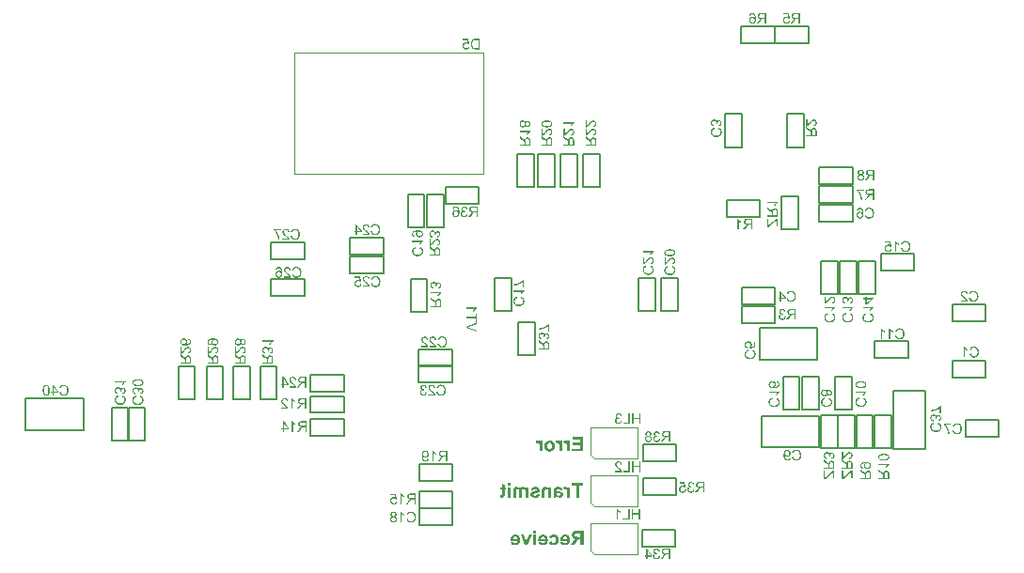
<source format=gbo>
%FSLAX44Y44*%
%MOMM*%
G71*
G01*
G75*
G04 Layer_Color=32896*
%ADD10C,1.1000*%
%ADD11C,0.4000*%
%ADD12C,0.1500*%
%ADD13C,0.2000*%
%ADD14C,0.3000*%
%ADD15R,1.0000X1.0000*%
%ADD16R,1.0000X1.0000*%
G04:AMPARAMS|DCode=17|XSize=1.2mm|YSize=0.8mm|CornerRadius=0.2mm|HoleSize=0mm|Usage=FLASHONLY|Rotation=180.000|XOffset=0mm|YOffset=0mm|HoleType=Round|Shape=RoundedRectangle|*
%AMROUNDEDRECTD17*
21,1,1.2000,0.4000,0,0,180.0*
21,1,0.8000,0.8000,0,0,180.0*
1,1,0.4000,-0.4000,0.2000*
1,1,0.4000,0.4000,0.2000*
1,1,0.4000,0.4000,-0.2000*
1,1,0.4000,-0.4000,-0.2000*
%
%ADD17ROUNDEDRECTD17*%
%ADD18R,1.8000X1.5000*%
G04:AMPARAMS|DCode=19|XSize=1.5mm|YSize=0.4mm|CornerRadius=0.1mm|HoleSize=0mm|Usage=FLASHONLY|Rotation=90.000|XOffset=0mm|YOffset=0mm|HoleType=Round|Shape=RoundedRectangle|*
%AMROUNDEDRECTD19*
21,1,1.5000,0.2000,0,0,90.0*
21,1,1.3000,0.4000,0,0,90.0*
1,1,0.2000,0.1000,0.6500*
1,1,0.2000,0.1000,-0.6500*
1,1,0.2000,-0.1000,-0.6500*
1,1,0.2000,-0.1000,0.6500*
%
%ADD19ROUNDEDRECTD19*%
G04:AMPARAMS|DCode=20|XSize=1.5mm|YSize=0.38mm|CornerRadius=0.095mm|HoleSize=0mm|Usage=FLASHONLY|Rotation=90.000|XOffset=0mm|YOffset=0mm|HoleType=Round|Shape=RoundedRectangle|*
%AMROUNDEDRECTD20*
21,1,1.5000,0.1900,0,0,90.0*
21,1,1.3100,0.3800,0,0,90.0*
1,1,0.1900,0.0950,0.6550*
1,1,0.1900,0.0950,-0.6550*
1,1,0.1900,-0.0950,-0.6550*
1,1,0.1900,-0.0950,0.6550*
%
%ADD20ROUNDEDRECTD20*%
%ADD21R,1.0000X2.2500*%
%ADD22O,0.6000X1.6000*%
G04:AMPARAMS|DCode=23|XSize=2.8mm|YSize=1.2mm|CornerRadius=0.3mm|HoleSize=0mm|Usage=FLASHONLY|Rotation=270.000|XOffset=0mm|YOffset=0mm|HoleType=Round|Shape=RoundedRectangle|*
%AMROUNDEDRECTD23*
21,1,2.8000,0.6000,0,0,270.0*
21,1,2.2000,1.2000,0,0,270.0*
1,1,0.6000,-0.3000,-1.1000*
1,1,0.6000,-0.3000,1.1000*
1,1,0.6000,0.3000,1.1000*
1,1,0.6000,0.3000,-1.1000*
%
%ADD23ROUNDEDRECTD23*%
G04:AMPARAMS|DCode=24|XSize=1mm|YSize=1.2mm|CornerRadius=0.125mm|HoleSize=0mm|Usage=FLASHONLY|Rotation=180.000|XOffset=0mm|YOffset=0mm|HoleType=Round|Shape=RoundedRectangle|*
%AMROUNDEDRECTD24*
21,1,1.0000,0.9500,0,0,180.0*
21,1,0.7500,1.2000,0,0,180.0*
1,1,0.2500,-0.3750,0.4750*
1,1,0.2500,0.3750,0.4750*
1,1,0.2500,0.3750,-0.4750*
1,1,0.2500,-0.3750,-0.4750*
%
%ADD24ROUNDEDRECTD24*%
%ADD25R,1.3000X1.6000*%
G04:AMPARAMS|DCode=26|XSize=2.5mm|YSize=2.5mm|CornerRadius=0.625mm|HoleSize=0mm|Usage=FLASHONLY|Rotation=180.000|XOffset=0mm|YOffset=0mm|HoleType=Round|Shape=RoundedRectangle|*
%AMROUNDEDRECTD26*
21,1,2.5000,1.2500,0,0,180.0*
21,1,1.2500,2.5000,0,0,180.0*
1,1,1.2500,-0.6250,0.6250*
1,1,1.2500,0.6250,0.6250*
1,1,1.2500,0.6250,-0.6250*
1,1,1.2500,-0.6250,-0.6250*
%
%ADD26ROUNDEDRECTD26*%
G04:AMPARAMS|DCode=27|XSize=0.25mm|YSize=0.85mm|CornerRadius=0.0625mm|HoleSize=0mm|Usage=FLASHONLY|Rotation=180.000|XOffset=0mm|YOffset=0mm|HoleType=Round|Shape=RoundedRectangle|*
%AMROUNDEDRECTD27*
21,1,0.2500,0.7250,0,0,180.0*
21,1,0.1250,0.8500,0,0,180.0*
1,1,0.1250,-0.0625,0.3625*
1,1,0.1250,0.0625,0.3625*
1,1,0.1250,0.0625,-0.3625*
1,1,0.1250,-0.0625,-0.3625*
%
%ADD27ROUNDEDRECTD27*%
G04:AMPARAMS|DCode=28|XSize=0.25mm|YSize=0.85mm|CornerRadius=0.0625mm|HoleSize=0mm|Usage=FLASHONLY|Rotation=270.000|XOffset=0mm|YOffset=0mm|HoleType=Round|Shape=RoundedRectangle|*
%AMROUNDEDRECTD28*
21,1,0.2500,0.7250,0,0,270.0*
21,1,0.1250,0.8500,0,0,270.0*
1,1,0.1250,-0.3625,-0.0625*
1,1,0.1250,-0.3625,0.0625*
1,1,0.1250,0.3625,0.0625*
1,1,0.1250,0.3625,-0.0625*
%
%ADD28ROUNDEDRECTD28*%
%ADD29R,1.6000X1.3000*%
%ADD30O,1.3000X0.4500*%
%ADD31O,1.3000X0.3000*%
%ADD32O,0.3000X1.3000*%
%ADD33R,0.9000X1.2000*%
%ADD34R,1.0000X1.4000*%
%ADD35C,1.0000*%
%ADD36O,1.9500X0.5500*%
%ADD37O,0.5500X1.9500*%
G04:AMPARAMS|DCode=38|XSize=3mm|YSize=1.5mm|CornerRadius=0.375mm|HoleSize=0mm|Usage=FLASHONLY|Rotation=270.000|XOffset=0mm|YOffset=0mm|HoleType=Round|Shape=RoundedRectangle|*
%AMROUNDEDRECTD38*
21,1,3.0000,0.7500,0,0,270.0*
21,1,2.2500,1.5000,0,0,270.0*
1,1,0.7500,-0.3750,-1.1250*
1,1,0.7500,-0.3750,1.1250*
1,1,0.7500,0.3750,1.1250*
1,1,0.7500,0.3750,-1.1250*
%
%ADD38ROUNDEDRECTD38*%
%ADD39O,0.7000X1.7000*%
G04:AMPARAMS|DCode=40|XSize=2mm|YSize=1mm|CornerRadius=0.25mm|HoleSize=0mm|Usage=FLASHONLY|Rotation=270.000|XOffset=0mm|YOffset=0mm|HoleType=Round|Shape=RoundedRectangle|*
%AMROUNDEDRECTD40*
21,1,2.0000,0.5000,0,0,270.0*
21,1,1.5000,1.0000,0,0,270.0*
1,1,0.5000,-0.2500,-0.7500*
1,1,0.5000,-0.2500,0.7500*
1,1,0.5000,0.2500,0.7500*
1,1,0.5000,0.2500,-0.7500*
%
%ADD40ROUNDEDRECTD40*%
G04:AMPARAMS|DCode=41|XSize=2mm|YSize=1mm|CornerRadius=0.25mm|HoleSize=0mm|Usage=FLASHONLY|Rotation=180.000|XOffset=0mm|YOffset=0mm|HoleType=Round|Shape=RoundedRectangle|*
%AMROUNDEDRECTD41*
21,1,2.0000,0.5000,0,0,180.0*
21,1,1.5000,1.0000,0,0,180.0*
1,1,0.5000,-0.7500,0.2500*
1,1,0.5000,0.7500,0.2500*
1,1,0.5000,0.7500,-0.2500*
1,1,0.5000,-0.7500,-0.2500*
%
%ADD41ROUNDEDRECTD41*%
G04:AMPARAMS|DCode=42|XSize=1mm|YSize=0.55mm|CornerRadius=0.1375mm|HoleSize=0mm|Usage=FLASHONLY|Rotation=0.000|XOffset=0mm|YOffset=0mm|HoleType=Round|Shape=RoundedRectangle|*
%AMROUNDEDRECTD42*
21,1,1.0000,0.2750,0,0,0.0*
21,1,0.7250,0.5500,0,0,0.0*
1,1,0.2750,0.3625,-0.1375*
1,1,0.2750,-0.3625,-0.1375*
1,1,0.2750,-0.3625,0.1375*
1,1,0.2750,0.3625,0.1375*
%
%ADD42ROUNDEDRECTD42*%
%ADD43C,0.2500*%
%ADD44C,0.1800*%
%ADD45C,0.5000*%
%ADD46C,0.8000*%
%ADD47C,1.2000*%
%ADD48C,1.6000*%
%ADD49R,1.6000X1.6000*%
%ADD50C,1.4000*%
%ADD51C,3.2000*%
G04:AMPARAMS|DCode=52|XSize=1.5mm|YSize=2mm|CornerRadius=0.375mm|HoleSize=0mm|Usage=FLASHONLY|Rotation=270.000|XOffset=0mm|YOffset=0mm|HoleType=Round|Shape=RoundedRectangle|*
%AMROUNDEDRECTD52*
21,1,1.5000,1.2500,0,0,270.0*
21,1,0.7500,2.0000,0,0,270.0*
1,1,0.7500,-0.6250,-0.3750*
1,1,0.7500,-0.6250,0.3750*
1,1,0.7500,0.6250,0.3750*
1,1,0.7500,0.6250,-0.3750*
%
%ADD52ROUNDEDRECTD52*%
%ADD53C,1.5000*%
%ADD54C,1.3000*%
%ADD55C,3.2500*%
%ADD56C,2.4000*%
%ADD57C,2.5000*%
%ADD58C,2.2000*%
G04:AMPARAMS|DCode=59|XSize=1.6mm|YSize=1.6mm|CornerRadius=0.4mm|HoleSize=0mm|Usage=FLASHONLY|Rotation=180.000|XOffset=0mm|YOffset=0mm|HoleType=Round|Shape=RoundedRectangle|*
%AMROUNDEDRECTD59*
21,1,1.6000,0.8000,0,0,180.0*
21,1,0.8000,1.6000,0,0,180.0*
1,1,0.8000,-0.4000,0.4000*
1,1,0.8000,0.4000,0.4000*
1,1,0.8000,0.4000,-0.4000*
1,1,0.8000,-0.4000,-0.4000*
%
%ADD59ROUNDEDRECTD59*%
%ADD60C,0.6000*%
G04:AMPARAMS|DCode=61|XSize=1mm|YSize=1.2mm|CornerRadius=0.125mm|HoleSize=0mm|Usage=FLASHONLY|Rotation=90.000|XOffset=0mm|YOffset=0mm|HoleType=Round|Shape=RoundedRectangle|*
%AMROUNDEDRECTD61*
21,1,1.0000,0.9500,0,0,90.0*
21,1,0.7500,1.2000,0,0,90.0*
1,1,0.2500,0.4750,0.3750*
1,1,0.2500,0.4750,-0.3750*
1,1,0.2500,-0.4750,-0.3750*
1,1,0.2500,-0.4750,0.3750*
%
%ADD61ROUNDEDRECTD61*%
G04:AMPARAMS|DCode=62|XSize=1.8mm|YSize=1.8mm|CornerRadius=0.45mm|HoleSize=0mm|Usage=FLASHONLY|Rotation=180.000|XOffset=0mm|YOffset=0mm|HoleType=Round|Shape=RoundedRectangle|*
%AMROUNDEDRECTD62*
21,1,1.8000,0.9000,0,0,180.0*
21,1,0.9000,1.8000,0,0,180.0*
1,1,0.9000,-0.4500,0.4500*
1,1,0.9000,0.4500,0.4500*
1,1,0.9000,0.4500,-0.4500*
1,1,0.9000,-0.4500,-0.4500*
%
%ADD62ROUNDEDRECTD62*%
%ADD63C,0.6000*%
%ADD64C,0.8000*%
%ADD65C,0.2540*%
%ADD66C,0.1000*%
%ADD67C,0.7000*%
%ADD68O,2.0500X0.6500*%
%ADD69R,1.2032X1.2032*%
%ADD70R,1.2032X1.2032*%
G04:AMPARAMS|DCode=71|XSize=1.4032mm|YSize=1.0032mm|CornerRadius=0.3016mm|HoleSize=0mm|Usage=FLASHONLY|Rotation=180.000|XOffset=0mm|YOffset=0mm|HoleType=Round|Shape=RoundedRectangle|*
%AMROUNDEDRECTD71*
21,1,1.4032,0.4000,0,0,180.0*
21,1,0.8000,1.0032,0,0,180.0*
1,1,0.6032,-0.4000,0.2000*
1,1,0.6032,0.4000,0.2000*
1,1,0.6032,0.4000,-0.2000*
1,1,0.6032,-0.4000,-0.2000*
%
%ADD71ROUNDEDRECTD71*%
%ADD72R,2.0032X1.7032*%
G04:AMPARAMS|DCode=73|XSize=1.7032mm|YSize=0.6032mm|CornerRadius=0.2016mm|HoleSize=0mm|Usage=FLASHONLY|Rotation=90.000|XOffset=0mm|YOffset=0mm|HoleType=Round|Shape=RoundedRectangle|*
%AMROUNDEDRECTD73*
21,1,1.7032,0.2000,0,0,90.0*
21,1,1.3000,0.6032,0,0,90.0*
1,1,0.4032,0.1000,0.6500*
1,1,0.4032,0.1000,-0.6500*
1,1,0.4032,-0.1000,-0.6500*
1,1,0.4032,-0.1000,0.6500*
%
%ADD73ROUNDEDRECTD73*%
G04:AMPARAMS|DCode=74|XSize=1.7032mm|YSize=0.5832mm|CornerRadius=0.1966mm|HoleSize=0mm|Usage=FLASHONLY|Rotation=90.000|XOffset=0mm|YOffset=0mm|HoleType=Round|Shape=RoundedRectangle|*
%AMROUNDEDRECTD74*
21,1,1.7032,0.1900,0,0,90.0*
21,1,1.3100,0.5832,0,0,90.0*
1,1,0.3932,0.0950,0.6550*
1,1,0.3932,0.0950,-0.6550*
1,1,0.3932,-0.0950,-0.6550*
1,1,0.3932,-0.0950,0.6550*
%
%ADD74ROUNDEDRECTD74*%
%ADD75R,1.2032X2.4532*%
%ADD76O,0.8032X1.8032*%
G04:AMPARAMS|DCode=77|XSize=3.0032mm|YSize=1.4032mm|CornerRadius=0.4016mm|HoleSize=0mm|Usage=FLASHONLY|Rotation=270.000|XOffset=0mm|YOffset=0mm|HoleType=Round|Shape=RoundedRectangle|*
%AMROUNDEDRECTD77*
21,1,3.0032,0.6000,0,0,270.0*
21,1,2.2000,1.4032,0,0,270.0*
1,1,0.8032,-0.3000,-1.1000*
1,1,0.8032,-0.3000,1.1000*
1,1,0.8032,0.3000,1.1000*
1,1,0.8032,0.3000,-1.1000*
%
%ADD77ROUNDEDRECTD77*%
G04:AMPARAMS|DCode=78|XSize=1.2032mm|YSize=1.4032mm|CornerRadius=0.2266mm|HoleSize=0mm|Usage=FLASHONLY|Rotation=180.000|XOffset=0mm|YOffset=0mm|HoleType=Round|Shape=RoundedRectangle|*
%AMROUNDEDRECTD78*
21,1,1.2032,0.9500,0,0,180.0*
21,1,0.7500,1.4032,0,0,180.0*
1,1,0.4532,-0.3750,0.4750*
1,1,0.4532,0.3750,0.4750*
1,1,0.4532,0.3750,-0.4750*
1,1,0.4532,-0.3750,-0.4750*
%
%ADD78ROUNDEDRECTD78*%
%ADD79R,1.5032X1.8032*%
G04:AMPARAMS|DCode=80|XSize=2.7032mm|YSize=2.7032mm|CornerRadius=0.7266mm|HoleSize=0mm|Usage=FLASHONLY|Rotation=180.000|XOffset=0mm|YOffset=0mm|HoleType=Round|Shape=RoundedRectangle|*
%AMROUNDEDRECTD80*
21,1,2.7032,1.2500,0,0,180.0*
21,1,1.2500,2.7032,0,0,180.0*
1,1,1.4532,-0.6250,0.6250*
1,1,1.4532,0.6250,0.6250*
1,1,1.4532,0.6250,-0.6250*
1,1,1.4532,-0.6250,-0.6250*
%
%ADD80ROUNDEDRECTD80*%
G04:AMPARAMS|DCode=81|XSize=0.4532mm|YSize=1.0532mm|CornerRadius=0.1641mm|HoleSize=0mm|Usage=FLASHONLY|Rotation=180.000|XOffset=0mm|YOffset=0mm|HoleType=Round|Shape=RoundedRectangle|*
%AMROUNDEDRECTD81*
21,1,0.4532,0.7250,0,0,180.0*
21,1,0.1250,1.0532,0,0,180.0*
1,1,0.3282,-0.0625,0.3625*
1,1,0.3282,0.0625,0.3625*
1,1,0.3282,0.0625,-0.3625*
1,1,0.3282,-0.0625,-0.3625*
%
%ADD81ROUNDEDRECTD81*%
G04:AMPARAMS|DCode=82|XSize=0.4532mm|YSize=1.0532mm|CornerRadius=0.1641mm|HoleSize=0mm|Usage=FLASHONLY|Rotation=270.000|XOffset=0mm|YOffset=0mm|HoleType=Round|Shape=RoundedRectangle|*
%AMROUNDEDRECTD82*
21,1,0.4532,0.7250,0,0,270.0*
21,1,0.1250,1.0532,0,0,270.0*
1,1,0.3282,-0.3625,-0.0625*
1,1,0.3282,-0.3625,0.0625*
1,1,0.3282,0.3625,0.0625*
1,1,0.3282,0.3625,-0.0625*
%
%ADD82ROUNDEDRECTD82*%
%ADD83R,1.8032X1.5032*%
%ADD84O,1.5032X0.6532*%
%ADD85O,1.5032X0.5032*%
%ADD86O,0.5032X1.5032*%
%ADD87R,1.1032X1.4032*%
%ADD88R,1.2032X1.6032*%
%ADD89O,0.6500X2.0500*%
G04:AMPARAMS|DCode=90|XSize=3.2032mm|YSize=1.7032mm|CornerRadius=0.4766mm|HoleSize=0mm|Usage=FLASHONLY|Rotation=270.000|XOffset=0mm|YOffset=0mm|HoleType=Round|Shape=RoundedRectangle|*
%AMROUNDEDRECTD90*
21,1,3.2032,0.7500,0,0,270.0*
21,1,2.2500,1.7032,0,0,270.0*
1,1,0.9532,-0.3750,-1.1250*
1,1,0.9532,-0.3750,1.1250*
1,1,0.9532,0.3750,1.1250*
1,1,0.9532,0.3750,-1.1250*
%
%ADD90ROUNDEDRECTD90*%
%ADD91O,0.9032X1.9032*%
G04:AMPARAMS|DCode=92|XSize=2.2032mm|YSize=1.2032mm|CornerRadius=0.3516mm|HoleSize=0mm|Usage=FLASHONLY|Rotation=270.000|XOffset=0mm|YOffset=0mm|HoleType=Round|Shape=RoundedRectangle|*
%AMROUNDEDRECTD92*
21,1,2.2032,0.5000,0,0,270.0*
21,1,1.5000,1.2032,0,0,270.0*
1,1,0.7032,-0.2500,-0.7500*
1,1,0.7032,-0.2500,0.7500*
1,1,0.7032,0.2500,0.7500*
1,1,0.7032,0.2500,-0.7500*
%
%ADD92ROUNDEDRECTD92*%
G04:AMPARAMS|DCode=93|XSize=2.2032mm|YSize=1.2032mm|CornerRadius=0.3516mm|HoleSize=0mm|Usage=FLASHONLY|Rotation=180.000|XOffset=0mm|YOffset=0mm|HoleType=Round|Shape=RoundedRectangle|*
%AMROUNDEDRECTD93*
21,1,2.2032,0.5000,0,0,180.0*
21,1,1.5000,1.2032,0,0,180.0*
1,1,0.7032,-0.7500,0.2500*
1,1,0.7032,0.7500,0.2500*
1,1,0.7032,0.7500,-0.2500*
1,1,0.7032,-0.7500,-0.2500*
%
%ADD93ROUNDEDRECTD93*%
G04:AMPARAMS|DCode=94|XSize=1.2032mm|YSize=0.7532mm|CornerRadius=0.2391mm|HoleSize=0mm|Usage=FLASHONLY|Rotation=0.000|XOffset=0mm|YOffset=0mm|HoleType=Round|Shape=RoundedRectangle|*
%AMROUNDEDRECTD94*
21,1,1.2032,0.2750,0,0,0.0*
21,1,0.7250,0.7532,0,0,0.0*
1,1,0.4782,0.3625,-0.1375*
1,1,0.4782,-0.3625,-0.1375*
1,1,0.4782,-0.3625,0.1375*
1,1,0.4782,0.3625,0.1375*
%
%ADD94ROUNDEDRECTD94*%
%ADD95C,1.0032*%
%ADD96C,1.4032*%
%ADD97C,1.8032*%
%ADD98R,1.8032X1.8032*%
%ADD99C,1.6032*%
%ADD100C,3.4032*%
G04:AMPARAMS|DCode=101|XSize=1.7032mm|YSize=2.2032mm|CornerRadius=0.4766mm|HoleSize=0mm|Usage=FLASHONLY|Rotation=270.000|XOffset=0mm|YOffset=0mm|HoleType=Round|Shape=RoundedRectangle|*
%AMROUNDEDRECTD101*
21,1,1.7032,1.2500,0,0,270.0*
21,1,0.7500,2.2032,0,0,270.0*
1,1,0.9532,-0.6250,-0.3750*
1,1,0.9532,-0.6250,0.3750*
1,1,0.9532,0.6250,0.3750*
1,1,0.9532,0.6250,-0.3750*
%
%ADD101ROUNDEDRECTD101*%
%ADD102C,1.7032*%
%ADD103C,1.5032*%
%ADD104C,3.4532*%
%ADD105C,2.6032*%
%ADD106C,2.7032*%
%ADD107C,2.4032*%
G04:AMPARAMS|DCode=108|XSize=1.8032mm|YSize=1.8032mm|CornerRadius=0.5016mm|HoleSize=0mm|Usage=FLASHONLY|Rotation=180.000|XOffset=0mm|YOffset=0mm|HoleType=Round|Shape=RoundedRectangle|*
%AMROUNDEDRECTD108*
21,1,1.8032,0.8000,0,0,180.0*
21,1,0.8000,1.8032,0,0,180.0*
1,1,1.0032,-0.4000,0.4000*
1,1,1.0032,0.4000,0.4000*
1,1,1.0032,0.4000,-0.4000*
1,1,1.0032,-0.4000,-0.4000*
%
%ADD108ROUNDEDRECTD108*%
G04:AMPARAMS|DCode=109|XSize=1.2032mm|YSize=1.4032mm|CornerRadius=0.2266mm|HoleSize=0mm|Usage=FLASHONLY|Rotation=90.000|XOffset=0mm|YOffset=0mm|HoleType=Round|Shape=RoundedRectangle|*
%AMROUNDEDRECTD109*
21,1,1.2032,0.9500,0,0,90.0*
21,1,0.7500,1.4032,0,0,90.0*
1,1,0.4532,0.4750,0.3750*
1,1,0.4532,0.4750,-0.3750*
1,1,0.4532,-0.4750,-0.3750*
1,1,0.4532,-0.4750,0.3750*
%
%ADD109ROUNDEDRECTD109*%
G04:AMPARAMS|DCode=110|XSize=2.0032mm|YSize=2.0032mm|CornerRadius=0.5516mm|HoleSize=0mm|Usage=FLASHONLY|Rotation=180.000|XOffset=0mm|YOffset=0mm|HoleType=Round|Shape=RoundedRectangle|*
%AMROUNDEDRECTD110*
21,1,2.0032,0.9000,0,0,180.0*
21,1,0.9000,2.0032,0,0,180.0*
1,1,1.1032,-0.4500,0.4500*
1,1,1.1032,0.4500,0.4500*
1,1,1.1032,0.4500,-0.4500*
1,1,1.1032,-0.4500,-0.4500*
%
%ADD110ROUNDEDRECTD110*%
G36*
X495477Y425193D02*
X495754Y424999D01*
X496004Y424818D01*
X496212Y424638D01*
X496406Y424486D01*
X496545Y424347D01*
X496656Y424236D01*
X496725Y424167D01*
X496753Y424139D01*
X496836Y424028D01*
X496933Y423903D01*
X497086Y423653D01*
X497141Y423543D01*
X497197Y423459D01*
X497224Y423404D01*
X497238Y423376D01*
X497280Y423626D01*
X497321Y423862D01*
X497391Y424070D01*
X497446Y424278D01*
X497515Y424458D01*
X497599Y424624D01*
X497668Y424777D01*
X497737Y424916D01*
X497821Y425027D01*
X497890Y425137D01*
X497945Y425221D01*
X498001Y425290D01*
X498042Y425345D01*
X498084Y425387D01*
X498098Y425401D01*
X498112Y425415D01*
X498251Y425526D01*
X498389Y425637D01*
X498680Y425803D01*
X498972Y425914D01*
X499249Y425997D01*
X499485Y426053D01*
X499582Y426067D01*
X499679D01*
X499748Y426081D01*
X499845D01*
X500137Y426067D01*
X500400Y426025D01*
X500650Y425956D01*
X500858Y425886D01*
X501038Y425803D01*
X501177Y425748D01*
X501260Y425692D01*
X501274Y425678D01*
X501288D01*
X501510Y425512D01*
X501704Y425345D01*
X501870Y425165D01*
X501995Y424999D01*
X502092Y424846D01*
X502148Y424721D01*
X502189Y424638D01*
X502203Y424624D01*
Y424610D01*
X502245Y424486D01*
X502286Y424333D01*
X502356Y424028D01*
X502397Y423695D01*
X502439Y423390D01*
X502453Y423099D01*
Y422974D01*
X502467Y422863D01*
Y422780D01*
Y422710D01*
Y422669D01*
Y422655D01*
Y418411D01*
X492870D01*
Y419687D01*
X497127D01*
Y421157D01*
Y421324D01*
X497113Y421476D01*
Y421587D01*
X497099Y421684D01*
X497086Y421754D01*
Y421809D01*
X497072Y421837D01*
Y421851D01*
X497002Y422072D01*
X496961Y422170D01*
X496919Y422253D01*
X496878Y422336D01*
X496850Y422392D01*
X496836Y422419D01*
X496822Y422433D01*
X496739Y422544D01*
X496642Y422655D01*
X496434Y422863D01*
X496337Y422960D01*
X496254Y423030D01*
X496198Y423071D01*
X496184Y423085D01*
X495990Y423224D01*
X495782Y423376D01*
X495560Y423529D01*
X495352Y423681D01*
X495158Y423806D01*
X495005Y423903D01*
X494950Y423945D01*
X494908Y423973D01*
X494880Y424000D01*
X494867D01*
X492870Y425262D01*
Y426843D01*
X495477Y425193D01*
D02*
G37*
G36*
X494007Y429062D02*
X494243Y429229D01*
X494340Y429312D01*
X494437Y429381D01*
X494520Y429450D01*
X494575Y429506D01*
X494617Y429548D01*
X494631Y429562D01*
X494700Y429631D01*
X494770Y429714D01*
X494950Y429908D01*
X495158Y430130D01*
X495366Y430366D01*
X495546Y430588D01*
X495629Y430685D01*
X495713Y430768D01*
X495768Y430837D01*
X495810Y430893D01*
X495837Y430921D01*
X495851Y430934D01*
X496045Y431156D01*
X496226Y431378D01*
X496406Y431572D01*
X496559Y431753D01*
X496711Y431919D01*
X496850Y432058D01*
X496975Y432197D01*
X497086Y432307D01*
X497197Y432418D01*
X497280Y432502D01*
X497349Y432571D01*
X497418Y432640D01*
X497502Y432710D01*
X497529Y432737D01*
X497765Y432932D01*
X497973Y433098D01*
X498181Y433237D01*
X498348Y433348D01*
X498500Y433431D01*
X498611Y433486D01*
X498680Y433514D01*
X498708Y433528D01*
X498916Y433611D01*
X499124Y433666D01*
X499318Y433722D01*
X499485Y433750D01*
X499637Y433764D01*
X499748Y433778D01*
X499845D01*
X500053Y433764D01*
X500248Y433736D01*
X500442Y433708D01*
X500608Y433653D01*
X500941Y433514D01*
X501204Y433375D01*
X501329Y433292D01*
X501426Y433223D01*
X501524Y433153D01*
X501593Y433084D01*
X501648Y433029D01*
X501704Y433001D01*
X501718Y432973D01*
X501731Y432959D01*
X501870Y432807D01*
X501995Y432640D01*
X502092Y432460D01*
X502175Y432280D01*
X502314Y431919D01*
X502411Y431558D01*
X502439Y431406D01*
X502467Y431253D01*
X502480Y431115D01*
X502494Y431004D01*
X502508Y430907D01*
Y430824D01*
Y430782D01*
Y430768D01*
X502494Y430518D01*
X502480Y430283D01*
X502439Y430061D01*
X502397Y429853D01*
X502342Y429659D01*
X502286Y429478D01*
X502217Y429312D01*
X502148Y429159D01*
X502078Y429021D01*
X502009Y428910D01*
X501953Y428813D01*
X501898Y428729D01*
X501856Y428660D01*
X501815Y428618D01*
X501801Y428591D01*
X501787Y428577D01*
X501648Y428438D01*
X501496Y428313D01*
X501329Y428189D01*
X501163Y428091D01*
X500830Y427925D01*
X500497Y427814D01*
X500345Y427772D01*
X500192Y427731D01*
X500067Y427703D01*
X499956Y427675D01*
X499859Y427662D01*
X499790D01*
X499748Y427648D01*
X499734D01*
X499610Y428854D01*
X499929Y428882D01*
X500206Y428937D01*
X500456Y429021D01*
X500650Y429118D01*
X500816Y429201D01*
X500927Y429284D01*
X500997Y429340D01*
X501024Y429367D01*
X501191Y429575D01*
X501315Y429797D01*
X501413Y430033D01*
X501468Y430241D01*
X501510Y430435D01*
X501524Y430602D01*
X501537Y430657D01*
Y430699D01*
Y430726D01*
Y430740D01*
X501524Y431031D01*
X501468Y431295D01*
X501385Y431517D01*
X501302Y431711D01*
X501204Y431864D01*
X501135Y431961D01*
X501080Y432030D01*
X501052Y432058D01*
X500858Y432224D01*
X500664Y432349D01*
X500470Y432446D01*
X500275Y432502D01*
X500123Y432543D01*
X499984Y432557D01*
X499901Y432571D01*
X499873D01*
X499623Y432543D01*
X499360Y432488D01*
X499124Y432391D01*
X498902Y432294D01*
X498722Y432183D01*
X498569Y432085D01*
X498514Y432058D01*
X498472Y432030D01*
X498459Y432002D01*
X498445D01*
X498292Y431891D01*
X498140Y431753D01*
X497973Y431600D01*
X497807Y431434D01*
X497474Y431087D01*
X497141Y430740D01*
X496988Y430560D01*
X496850Y430407D01*
X496725Y430255D01*
X496614Y430130D01*
X496531Y430033D01*
X496461Y429950D01*
X496420Y429894D01*
X496406Y429880D01*
X496115Y429534D01*
X495837Y429215D01*
X495588Y428951D01*
X495380Y428743D01*
X495200Y428563D01*
X495075Y428438D01*
X494991Y428369D01*
X494978Y428341D01*
X494964D01*
X494728Y428147D01*
X494506Y427994D01*
X494284Y427856D01*
X494090Y427745D01*
X493924Y427662D01*
X493799Y427606D01*
X493716Y427578D01*
X493702Y427564D01*
X493688D01*
X493535Y427509D01*
X493397Y427481D01*
X493258Y427453D01*
X493133Y427440D01*
X493022Y427426D01*
X492870D01*
Y433791D01*
X494007D01*
Y429062D01*
D02*
G37*
G36*
X502508Y438728D02*
X502272Y438590D01*
X502051Y438437D01*
X501829Y438257D01*
X501634Y438091D01*
X501468Y437924D01*
X501329Y437799D01*
X501288Y437744D01*
X501246Y437702D01*
X501232Y437688D01*
X501218Y437674D01*
X500983Y437383D01*
X500761Y437092D01*
X500567Y436815D01*
X500414Y436537D01*
X500275Y436301D01*
X500220Y436204D01*
X500178Y436121D01*
X500137Y436052D01*
X500123Y435996D01*
X500095Y435969D01*
Y435955D01*
X498958D01*
X499041Y436163D01*
X499138Y436371D01*
X499235Y436579D01*
X499332Y436773D01*
X499416Y436940D01*
X499485Y437078D01*
X499540Y437161D01*
X499554Y437175D01*
Y437189D01*
X499707Y437439D01*
X499859Y437661D01*
X499998Y437855D01*
X500123Y438007D01*
X500220Y438146D01*
X500303Y438229D01*
X500359Y438299D01*
X500372Y438312D01*
X492870D01*
Y439491D01*
X502508D01*
Y438728D01*
D02*
G37*
G36*
X513836Y436523D02*
X514072Y436690D01*
X514169Y436773D01*
X514266Y436842D01*
X514349Y436912D01*
X514404Y436967D01*
X514446Y437009D01*
X514460Y437023D01*
X514529Y437092D01*
X514599Y437175D01*
X514779Y437369D01*
X514987Y437591D01*
X515195Y437827D01*
X515375Y438049D01*
X515458Y438146D01*
X515542Y438229D01*
X515597Y438298D01*
X515639Y438354D01*
X515667Y438382D01*
X515680Y438396D01*
X515875Y438618D01*
X516055Y438839D01*
X516235Y439034D01*
X516388Y439214D01*
X516540Y439380D01*
X516679Y439519D01*
X516804Y439658D01*
X516915Y439769D01*
X517026Y439879D01*
X517109Y439963D01*
X517178Y440032D01*
X517248Y440101D01*
X517331Y440171D01*
X517359Y440199D01*
X517594Y440393D01*
X517802Y440559D01*
X518010Y440698D01*
X518177Y440809D01*
X518329Y440892D01*
X518440Y440947D01*
X518510Y440975D01*
X518537Y440989D01*
X518745Y441072D01*
X518953Y441128D01*
X519147Y441183D01*
X519314Y441211D01*
X519467Y441225D01*
X519577Y441239D01*
X519674D01*
X519883Y441225D01*
X520077Y441197D01*
X520271Y441169D01*
X520437Y441114D01*
X520770Y440975D01*
X521034Y440836D01*
X521158Y440753D01*
X521255Y440684D01*
X521353Y440615D01*
X521422Y440545D01*
X521477Y440490D01*
X521533Y440462D01*
X521547Y440434D01*
X521561Y440420D01*
X521699Y440268D01*
X521824Y440101D01*
X521921Y439921D01*
X522004Y439741D01*
X522143Y439380D01*
X522240Y439020D01*
X522268Y438867D01*
X522296Y438715D01*
X522309Y438576D01*
X522323Y438465D01*
X522337Y438368D01*
Y438285D01*
Y438243D01*
Y438229D01*
X522323Y437980D01*
X522309Y437744D01*
X522268Y437522D01*
X522226Y437314D01*
X522171Y437120D01*
X522115Y436939D01*
X522046Y436773D01*
X521977Y436620D01*
X521907Y436482D01*
X521838Y436371D01*
X521782Y436274D01*
X521727Y436190D01*
X521685Y436121D01*
X521644Y436080D01*
X521630Y436052D01*
X521616Y436038D01*
X521477Y435899D01*
X521325Y435774D01*
X521158Y435650D01*
X520992Y435553D01*
X520659Y435386D01*
X520326Y435275D01*
X520174Y435234D01*
X520021Y435192D01*
X519896Y435164D01*
X519785Y435136D01*
X519688Y435123D01*
X519619D01*
X519577Y435109D01*
X519564D01*
X519439Y436315D01*
X519758Y436343D01*
X520035Y436399D01*
X520285Y436482D01*
X520479Y436579D01*
X520645Y436662D01*
X520756Y436745D01*
X520826Y436801D01*
X520853Y436828D01*
X521020Y437037D01*
X521145Y437258D01*
X521242Y437494D01*
X521297Y437702D01*
X521339Y437896D01*
X521353Y438063D01*
X521366Y438118D01*
Y438160D01*
Y438188D01*
Y438201D01*
X521353Y438493D01*
X521297Y438756D01*
X521214Y438978D01*
X521131Y439172D01*
X521034Y439325D01*
X520964Y439422D01*
X520909Y439491D01*
X520881Y439519D01*
X520687Y439685D01*
X520493Y439810D01*
X520299Y439907D01*
X520104Y439963D01*
X519952Y440004D01*
X519813Y440018D01*
X519730Y440032D01*
X519702D01*
X519453Y440004D01*
X519189Y439949D01*
X518953Y439852D01*
X518731Y439755D01*
X518551Y439644D01*
X518399Y439547D01*
X518343Y439519D01*
X518302Y439491D01*
X518288Y439464D01*
X518274D01*
X518121Y439352D01*
X517969Y439214D01*
X517802Y439061D01*
X517636Y438895D01*
X517303Y438548D01*
X516970Y438201D01*
X516818Y438021D01*
X516679Y437869D01*
X516554Y437716D01*
X516443Y437591D01*
X516360Y437494D01*
X516291Y437411D01*
X516249Y437355D01*
X516235Y437342D01*
X515944Y436995D01*
X515667Y436676D01*
X515417Y436412D01*
X515209Y436204D01*
X515029Y436024D01*
X514904Y435899D01*
X514821Y435830D01*
X514807Y435802D01*
X514793D01*
X514557Y435608D01*
X514335Y435456D01*
X514113Y435317D01*
X513919Y435206D01*
X513753Y435123D01*
X513628Y435067D01*
X513545Y435039D01*
X513531Y435026D01*
X513517D01*
X513364Y434970D01*
X513226Y434942D01*
X513087Y434915D01*
X512962Y434901D01*
X512851Y434887D01*
X512699D01*
Y441253D01*
X513836D01*
Y436523D01*
D02*
G37*
G36*
X375300Y342068D02*
X375605Y342013D01*
X375869Y341930D01*
X376091Y341847D01*
X376271Y341763D01*
X376409Y341680D01*
X376493Y341625D01*
X376520Y341611D01*
X376728Y341417D01*
X376909Y341209D01*
X377047Y340987D01*
X377158Y340765D01*
X377242Y340571D01*
X377297Y340418D01*
X377311Y340363D01*
X377325Y340321D01*
X377339Y340293D01*
Y340279D01*
X377463Y340515D01*
X377588Y340709D01*
X377727Y340876D01*
X377852Y341015D01*
X377963Y341125D01*
X378060Y341209D01*
X378115Y341250D01*
X378143Y341264D01*
X378337Y341375D01*
X378531Y341458D01*
X378726Y341528D01*
X378906Y341569D01*
X379058Y341597D01*
X379169Y341611D01*
X379280D01*
X379516Y341597D01*
X379752Y341555D01*
X379960Y341500D01*
X380140Y341431D01*
X380293Y341361D01*
X380417Y341306D01*
X380487Y341264D01*
X380514Y341250D01*
X380723Y341111D01*
X380903Y340945D01*
X381055Y340779D01*
X381194Y340612D01*
X381291Y340474D01*
X381374Y340349D01*
X381416Y340266D01*
X381430Y340252D01*
Y340238D01*
X381541Y339988D01*
X381624Y339739D01*
X381693Y339489D01*
X381735Y339267D01*
X381763Y339087D01*
X381777Y338934D01*
Y338879D01*
Y338837D01*
Y338809D01*
Y338796D01*
Y338587D01*
X381749Y338393D01*
X381679Y338019D01*
X381568Y337700D01*
X381458Y337422D01*
X381388Y337298D01*
X381333Y337201D01*
X381277Y337104D01*
X381222Y337034D01*
X381180Y336979D01*
X381152Y336937D01*
X381139Y336909D01*
X381125Y336895D01*
X380861Y336632D01*
X380570Y336424D01*
X380265Y336258D01*
X379960Y336119D01*
X379696Y336036D01*
X379585Y335994D01*
X379488Y335966D01*
X379405Y335952D01*
X379350Y335939D01*
X379308Y335925D01*
X379294D01*
X379086Y337104D01*
X379391Y337159D01*
X379655Y337242D01*
X379877Y337339D01*
X380057Y337436D01*
X380196Y337533D01*
X380293Y337617D01*
X380362Y337672D01*
X380376Y337686D01*
X380514Y337866D01*
X380625Y338060D01*
X380695Y338241D01*
X380750Y338421D01*
X380778Y338587D01*
X380806Y338712D01*
Y338796D01*
Y338809D01*
Y338823D01*
X380792Y339073D01*
X380736Y339295D01*
X380667Y339489D01*
X380598Y339655D01*
X380514Y339780D01*
X380445Y339877D01*
X380390Y339947D01*
X380376Y339961D01*
X380209Y340113D01*
X380029Y340224D01*
X379849Y340293D01*
X379682Y340349D01*
X379530Y340377D01*
X379419Y340404D01*
X379155D01*
X379017Y340377D01*
X378781Y340307D01*
X378573Y340210D01*
X378393Y340099D01*
X378268Y339988D01*
X378171Y339891D01*
X378115Y339822D01*
X378101Y339808D01*
Y339794D01*
X377977Y339558D01*
X377879Y339336D01*
X377810Y339101D01*
X377769Y338893D01*
X377741Y338712D01*
X377713Y338560D01*
Y338504D01*
Y338463D01*
Y338449D01*
Y338435D01*
Y338380D01*
X377727Y338324D01*
Y338269D01*
Y338255D01*
X376687Y338116D01*
X376728Y338296D01*
X376756Y338463D01*
X376784Y338601D01*
X376798Y338726D01*
X376812Y338823D01*
Y338893D01*
Y338934D01*
Y338948D01*
X376784Y339239D01*
X376728Y339503D01*
X376645Y339739D01*
X376548Y339933D01*
X376451Y340085D01*
X376368Y340196D01*
X376312Y340266D01*
X376285Y340293D01*
X376077Y340474D01*
X375855Y340612D01*
X375633Y340709D01*
X375411Y340765D01*
X375231Y340806D01*
X375078Y340820D01*
X375023Y340834D01*
X374939D01*
X374634Y340806D01*
X374357Y340737D01*
X374121Y340654D01*
X373913Y340543D01*
X373747Y340432D01*
X373622Y340349D01*
X373539Y340279D01*
X373511Y340252D01*
X373317Y340030D01*
X373178Y339794D01*
X373081Y339558D01*
X373012Y339336D01*
X372970Y339142D01*
X372956Y338990D01*
X372942Y338934D01*
Y338893D01*
Y338865D01*
Y338851D01*
X372956Y338601D01*
X373012Y338366D01*
X373081Y338158D01*
X373164Y337991D01*
X373234Y337853D01*
X373303Y337742D01*
X373358Y337686D01*
X373372Y337658D01*
X373566Y337492D01*
X373788Y337353D01*
X374024Y337228D01*
X374274Y337131D01*
X374482Y337062D01*
X374579Y337034D01*
X374662Y337020D01*
X374731Y337006D01*
X374787Y336993D01*
X374815Y336979D01*
X374828D01*
X374676Y335800D01*
X374454Y335828D01*
X374246Y335869D01*
X373858Y335994D01*
X373525Y336147D01*
X373386Y336230D01*
X373247Y336313D01*
X373123Y336396D01*
X373026Y336479D01*
X372929Y336549D01*
X372859Y336618D01*
X372804Y336660D01*
X372762Y336701D01*
X372734Y336729D01*
X372720Y336743D01*
X372596Y336909D01*
X372471Y337076D01*
X372374Y337242D01*
X372290Y337422D01*
X372152Y337769D01*
X372069Y338102D01*
X372041Y338255D01*
X372013Y338393D01*
X371999Y338518D01*
X371985Y338629D01*
X371972Y338712D01*
Y338782D01*
Y338823D01*
Y338837D01*
X371985Y339101D01*
X372013Y339336D01*
X372055Y339572D01*
X372110Y339794D01*
X372180Y340002D01*
X372249Y340182D01*
X372332Y340363D01*
X372415Y340515D01*
X372485Y340668D01*
X372568Y340793D01*
X372637Y340904D01*
X372707Y340987D01*
X372762Y341056D01*
X372804Y341111D01*
X372831Y341139D01*
X372845Y341153D01*
X373012Y341320D01*
X373192Y341458D01*
X373372Y341583D01*
X373553Y341694D01*
X373719Y341777D01*
X373899Y341860D01*
X374232Y341971D01*
X374385Y341999D01*
X374523Y342027D01*
X374648Y342055D01*
X374759Y342068D01*
X374842Y342082D01*
X374967D01*
X375300Y342068D01*
D02*
G37*
G36*
X515306Y425193D02*
X515583Y424999D01*
X515833Y424818D01*
X516041Y424638D01*
X516235Y424486D01*
X516374Y424347D01*
X516485Y424236D01*
X516554Y424167D01*
X516582Y424139D01*
X516665Y424028D01*
X516762Y423903D01*
X516915Y423653D01*
X516970Y423543D01*
X517026Y423459D01*
X517053Y423404D01*
X517067Y423376D01*
X517109Y423626D01*
X517150Y423862D01*
X517220Y424070D01*
X517275Y424278D01*
X517345Y424458D01*
X517428Y424624D01*
X517497Y424777D01*
X517566Y424916D01*
X517650Y425027D01*
X517719Y425137D01*
X517775Y425221D01*
X517830Y425290D01*
X517872Y425345D01*
X517913Y425387D01*
X517927Y425401D01*
X517941Y425415D01*
X518080Y425526D01*
X518218Y425637D01*
X518510Y425803D01*
X518801Y425914D01*
X519078Y425997D01*
X519314Y426053D01*
X519411Y426067D01*
X519508D01*
X519577Y426081D01*
X519674D01*
X519966Y426067D01*
X520229Y426025D01*
X520479Y425956D01*
X520687Y425886D01*
X520867Y425803D01*
X521006Y425748D01*
X521089Y425692D01*
X521103Y425678D01*
X521117D01*
X521339Y425512D01*
X521533Y425345D01*
X521699Y425165D01*
X521824Y424999D01*
X521921Y424846D01*
X521977Y424721D01*
X522018Y424638D01*
X522032Y424624D01*
Y424610D01*
X522074Y424486D01*
X522115Y424333D01*
X522185Y424028D01*
X522226Y423695D01*
X522268Y423390D01*
X522282Y423099D01*
Y422974D01*
X522296Y422863D01*
Y422780D01*
Y422710D01*
Y422669D01*
Y422655D01*
Y418411D01*
X512699D01*
Y419687D01*
X516956D01*
Y421157D01*
Y421324D01*
X516942Y421476D01*
Y421587D01*
X516929Y421684D01*
X516915Y421754D01*
Y421809D01*
X516901Y421837D01*
Y421851D01*
X516832Y422072D01*
X516790Y422170D01*
X516748Y422253D01*
X516707Y422336D01*
X516679Y422392D01*
X516665Y422419D01*
X516651Y422433D01*
X516568Y422544D01*
X516471Y422655D01*
X516263Y422863D01*
X516166Y422960D01*
X516083Y423029D01*
X516027Y423071D01*
X516013Y423085D01*
X515819Y423224D01*
X515611Y423376D01*
X515389Y423529D01*
X515181Y423681D01*
X514987Y423806D01*
X514834Y423903D01*
X514779Y423945D01*
X514737Y423973D01*
X514710Y424000D01*
X514696D01*
X512699Y425262D01*
Y426843D01*
X515306Y425193D01*
D02*
G37*
G36*
X513836Y429062D02*
X514072Y429229D01*
X514169Y429312D01*
X514266Y429381D01*
X514349Y429450D01*
X514404Y429506D01*
X514446Y429548D01*
X514460Y429561D01*
X514529Y429631D01*
X514599Y429714D01*
X514779Y429908D01*
X514987Y430130D01*
X515195Y430366D01*
X515375Y430588D01*
X515458Y430685D01*
X515542Y430768D01*
X515597Y430837D01*
X515639Y430893D01*
X515667Y430920D01*
X515680Y430934D01*
X515875Y431156D01*
X516055Y431378D01*
X516235Y431572D01*
X516388Y431753D01*
X516540Y431919D01*
X516679Y432058D01*
X516804Y432196D01*
X516915Y432307D01*
X517026Y432418D01*
X517109Y432501D01*
X517178Y432571D01*
X517248Y432640D01*
X517331Y432710D01*
X517359Y432737D01*
X517594Y432931D01*
X517802Y433098D01*
X518010Y433237D01*
X518177Y433348D01*
X518329Y433431D01*
X518440Y433486D01*
X518510Y433514D01*
X518537Y433528D01*
X518745Y433611D01*
X518953Y433666D01*
X519147Y433722D01*
X519314Y433750D01*
X519467Y433764D01*
X519577Y433777D01*
X519674D01*
X519883Y433764D01*
X520077Y433736D01*
X520271Y433708D01*
X520437Y433653D01*
X520770Y433514D01*
X521034Y433375D01*
X521158Y433292D01*
X521255Y433223D01*
X521353Y433153D01*
X521422Y433084D01*
X521477Y433028D01*
X521533Y433001D01*
X521547Y432973D01*
X521561Y432959D01*
X521699Y432807D01*
X521824Y432640D01*
X521921Y432460D01*
X522004Y432280D01*
X522143Y431919D01*
X522240Y431558D01*
X522268Y431406D01*
X522296Y431253D01*
X522309Y431115D01*
X522323Y431004D01*
X522337Y430907D01*
Y430823D01*
Y430782D01*
Y430768D01*
X522323Y430518D01*
X522309Y430283D01*
X522268Y430061D01*
X522226Y429853D01*
X522171Y429659D01*
X522115Y429478D01*
X522046Y429312D01*
X521977Y429159D01*
X521907Y429021D01*
X521838Y428910D01*
X521782Y428812D01*
X521727Y428729D01*
X521685Y428660D01*
X521644Y428618D01*
X521630Y428591D01*
X521616Y428577D01*
X521477Y428438D01*
X521325Y428313D01*
X521158Y428189D01*
X520992Y428091D01*
X520659Y427925D01*
X520326Y427814D01*
X520174Y427772D01*
X520021Y427731D01*
X519896Y427703D01*
X519785Y427675D01*
X519688Y427662D01*
X519619D01*
X519577Y427648D01*
X519564D01*
X519439Y428854D01*
X519758Y428882D01*
X520035Y428937D01*
X520285Y429021D01*
X520479Y429118D01*
X520645Y429201D01*
X520756Y429284D01*
X520826Y429339D01*
X520853Y429367D01*
X521020Y429575D01*
X521145Y429797D01*
X521242Y430033D01*
X521297Y430241D01*
X521339Y430435D01*
X521353Y430602D01*
X521366Y430657D01*
Y430699D01*
Y430726D01*
Y430740D01*
X521353Y431031D01*
X521297Y431295D01*
X521214Y431517D01*
X521131Y431711D01*
X521034Y431864D01*
X520964Y431961D01*
X520909Y432030D01*
X520881Y432058D01*
X520687Y432224D01*
X520493Y432349D01*
X520299Y432446D01*
X520104Y432501D01*
X519952Y432543D01*
X519813Y432557D01*
X519730Y432571D01*
X519702D01*
X519453Y432543D01*
X519189Y432488D01*
X518953Y432391D01*
X518731Y432294D01*
X518551Y432183D01*
X518399Y432085D01*
X518343Y432058D01*
X518302Y432030D01*
X518288Y432002D01*
X518274D01*
X518121Y431891D01*
X517969Y431753D01*
X517802Y431600D01*
X517636Y431434D01*
X517303Y431087D01*
X516970Y430740D01*
X516818Y430560D01*
X516679Y430407D01*
X516554Y430255D01*
X516443Y430130D01*
X516360Y430033D01*
X516291Y429950D01*
X516249Y429894D01*
X516235Y429880D01*
X515944Y429534D01*
X515667Y429215D01*
X515417Y428951D01*
X515209Y428743D01*
X515029Y428563D01*
X514904Y428438D01*
X514821Y428369D01*
X514807Y428341D01*
X514793D01*
X514557Y428147D01*
X514335Y427994D01*
X514113Y427856D01*
X513919Y427745D01*
X513753Y427662D01*
X513628Y427606D01*
X513545Y427578D01*
X513531Y427564D01*
X513517D01*
X513364Y427509D01*
X513226Y427481D01*
X513087Y427453D01*
X512962Y427440D01*
X512851Y427426D01*
X512699D01*
Y433791D01*
X513836D01*
Y429062D01*
D02*
G37*
G36*
X368724Y143603D02*
X368946Y143575D01*
X369168Y143533D01*
X369362Y143478D01*
X369737Y143325D01*
X369903Y143256D01*
X370042Y143173D01*
X370180Y143076D01*
X370291Y143006D01*
X370402Y142923D01*
X370485Y142854D01*
X370555Y142798D01*
X370597Y142757D01*
X370624Y142729D01*
X370638Y142715D01*
X370791Y142549D01*
X370915Y142354D01*
X371040Y142174D01*
X371137Y141980D01*
X371221Y141772D01*
X371290Y141578D01*
X371387Y141217D01*
X371429Y141037D01*
X371456Y140885D01*
X371470Y140732D01*
X371484Y140607D01*
X371498Y140510D01*
Y140441D01*
Y140385D01*
Y140371D01*
X371484Y140108D01*
X371456Y139872D01*
X371429Y139636D01*
X371373Y139414D01*
X371304Y139220D01*
X371234Y139026D01*
X371165Y138860D01*
X371082Y138707D01*
X371012Y138568D01*
X370943Y138444D01*
X370874Y138347D01*
X370804Y138250D01*
X370749Y138180D01*
X370721Y138139D01*
X370694Y138111D01*
X370680Y138097D01*
X370527Y137944D01*
X370361Y137819D01*
X370194Y137695D01*
X370014Y137598D01*
X369848Y137514D01*
X369681Y137445D01*
X369362Y137348D01*
X369224Y137306D01*
X369085Y137279D01*
X368974Y137265D01*
X368863Y137251D01*
X368780Y137237D01*
X368669D01*
X368405Y137251D01*
X368156Y137292D01*
X367934Y137348D01*
X367726Y137417D01*
X367573Y137473D01*
X367448Y137528D01*
X367365Y137570D01*
X367337Y137584D01*
X367116Y137723D01*
X366921Y137875D01*
X366755Y138028D01*
X366616Y138166D01*
X366519Y138305D01*
X366436Y138402D01*
X366381Y138471D01*
X366367Y138499D01*
Y138388D01*
Y138319D01*
Y138277D01*
Y138263D01*
X366381Y137986D01*
X366394Y137723D01*
X366422Y137487D01*
X366450Y137265D01*
X366491Y137085D01*
X366519Y136946D01*
X366533Y136890D01*
Y136849D01*
X366547Y136835D01*
Y136821D01*
X366616Y136571D01*
X366686Y136349D01*
X366755Y136155D01*
X366824Y135989D01*
X366880Y135864D01*
X366935Y135767D01*
X366963Y135698D01*
X366977Y135684D01*
X367088Y135531D01*
X367199Y135406D01*
X367310Y135295D01*
X367421Y135198D01*
X367504Y135115D01*
X367587Y135060D01*
X367643Y135032D01*
X367656Y135018D01*
X367809Y134935D01*
X367975Y134879D01*
X368128Y134838D01*
X368280Y134810D01*
X368405Y134796D01*
X368502Y134782D01*
X368599D01*
X368821Y134796D01*
X369029Y134838D01*
X369210Y134893D01*
X369362Y134963D01*
X369473Y135018D01*
X369570Y135074D01*
X369626Y135115D01*
X369640Y135129D01*
X369778Y135282D01*
X369889Y135462D01*
X369986Y135656D01*
X370056Y135850D01*
X370111Y136017D01*
X370153Y136169D01*
X370167Y136225D01*
Y136252D01*
X370180Y136280D01*
Y136294D01*
X371318Y136197D01*
X371234Y135795D01*
X371124Y135448D01*
X370985Y135143D01*
X370846Y134893D01*
X370707Y134699D01*
X370638Y134616D01*
X370583Y134547D01*
X370541Y134505D01*
X370499Y134463D01*
X370485Y134450D01*
X370472Y134436D01*
X370333Y134325D01*
X370180Y134228D01*
X369875Y134075D01*
X369570Y133964D01*
X369279Y133895D01*
X369016Y133839D01*
X368904Y133825D01*
X368807D01*
X368738Y133812D01*
X368627D01*
X368239Y133839D01*
X367892Y133895D01*
X367573Y133992D01*
X367310Y134103D01*
X367199Y134144D01*
X367088Y134200D01*
X367005Y134255D01*
X366921Y134297D01*
X366866Y134325D01*
X366824Y134352D01*
X366796Y134380D01*
X366783D01*
X366505Y134616D01*
X366256Y134879D01*
X366062Y135157D01*
X365895Y135420D01*
X365756Y135656D01*
X365701Y135767D01*
X365659Y135850D01*
X365632Y135933D01*
X365604Y135989D01*
X365590Y136017D01*
Y136031D01*
X365521Y136238D01*
X365451Y136474D01*
X365354Y136946D01*
X365285Y137445D01*
X365243Y137917D01*
X365215Y138125D01*
X365202Y138333D01*
Y138513D01*
X365188Y138666D01*
Y138790D01*
Y138887D01*
Y138957D01*
Y138971D01*
Y139290D01*
X365202Y139595D01*
X365229Y139872D01*
X365257Y140136D01*
X365285Y140371D01*
X365313Y140593D01*
X365354Y140801D01*
X365396Y140982D01*
X365437Y141134D01*
X365465Y141273D01*
X365507Y141398D01*
X365535Y141495D01*
X365562Y141564D01*
X365590Y141620D01*
X365604Y141647D01*
Y141661D01*
X365770Y141994D01*
X365951Y142285D01*
X366159Y142535D01*
X366339Y142743D01*
X366519Y142895D01*
X366658Y143006D01*
X366713Y143048D01*
X366755Y143076D01*
X366769Y143103D01*
X366783D01*
X367074Y143270D01*
X367365Y143395D01*
X367656Y143492D01*
X367920Y143547D01*
X368156Y143589D01*
X368253Y143603D01*
X368322D01*
X368391Y143617D01*
X368489D01*
X368724Y143603D01*
D02*
G37*
G36*
X375423Y143381D02*
X375575Y143159D01*
X375756Y142937D01*
X375922Y142743D01*
X376088Y142576D01*
X376213Y142438D01*
X376269Y142396D01*
X376310Y142354D01*
X376324Y142341D01*
X376338Y142327D01*
X376629Y142091D01*
X376921Y141869D01*
X377198Y141675D01*
X377475Y141522D01*
X377711Y141384D01*
X377808Y141328D01*
X377891Y141287D01*
X377961Y141245D01*
X378016Y141231D01*
X378044Y141203D01*
X378058D01*
Y140066D01*
X377850Y140149D01*
X377642Y140246D01*
X377434Y140344D01*
X377239Y140441D01*
X377073Y140524D01*
X376934Y140593D01*
X376851Y140649D01*
X376837Y140663D01*
X376823D01*
X376574Y140815D01*
X376352Y140968D01*
X376158Y141106D01*
X376005Y141231D01*
X375867Y141328D01*
X375783Y141412D01*
X375714Y141467D01*
X375700Y141481D01*
Y133978D01*
X374521D01*
Y143617D01*
X375284D01*
X375423Y143381D01*
D02*
G37*
G36*
X455985Y425193D02*
X456262Y424999D01*
X456512Y424818D01*
X456720Y424638D01*
X456914Y424486D01*
X457053Y424347D01*
X457164Y424236D01*
X457233Y424167D01*
X457261Y424139D01*
X457344Y424028D01*
X457441Y423903D01*
X457594Y423653D01*
X457649Y423543D01*
X457705Y423459D01*
X457732Y423404D01*
X457746Y423376D01*
X457788Y423626D01*
X457830Y423862D01*
X457899Y424070D01*
X457954Y424278D01*
X458024Y424458D01*
X458107Y424624D01*
X458176Y424777D01*
X458246Y424916D01*
X458329Y425027D01*
X458398Y425137D01*
X458454Y425221D01*
X458509Y425290D01*
X458551Y425345D01*
X458592Y425387D01*
X458606Y425401D01*
X458620Y425415D01*
X458759Y425526D01*
X458897Y425637D01*
X459189Y425803D01*
X459480Y425914D01*
X459757Y425997D01*
X459993Y426053D01*
X460090Y426067D01*
X460187D01*
X460257Y426081D01*
X460354D01*
X460645Y426067D01*
X460908Y426025D01*
X461158Y425956D01*
X461366Y425886D01*
X461546Y425803D01*
X461685Y425748D01*
X461768Y425692D01*
X461782Y425678D01*
X461796D01*
X462018Y425512D01*
X462212Y425345D01*
X462378Y425165D01*
X462503Y424999D01*
X462600Y424846D01*
X462656Y424721D01*
X462697Y424638D01*
X462711Y424624D01*
Y424610D01*
X462753Y424486D01*
X462794Y424333D01*
X462864Y424028D01*
X462905Y423695D01*
X462947Y423390D01*
X462961Y423099D01*
Y422974D01*
X462975Y422863D01*
Y422780D01*
Y422710D01*
Y422669D01*
Y422655D01*
Y418411D01*
X453378D01*
Y419687D01*
X457635D01*
Y421157D01*
Y421324D01*
X457621Y421476D01*
Y421587D01*
X457608Y421684D01*
X457594Y421754D01*
Y421809D01*
X457580Y421837D01*
Y421851D01*
X457510Y422072D01*
X457469Y422170D01*
X457427Y422253D01*
X457386Y422336D01*
X457358Y422392D01*
X457344Y422419D01*
X457330Y422433D01*
X457247Y422544D01*
X457150Y422655D01*
X456942Y422863D01*
X456845Y422960D01*
X456762Y423029D01*
X456706Y423071D01*
X456692Y423085D01*
X456498Y423224D01*
X456290Y423376D01*
X456068Y423529D01*
X455860Y423681D01*
X455666Y423806D01*
X455513Y423903D01*
X455458Y423945D01*
X455416Y423973D01*
X455389Y424000D01*
X455375D01*
X453378Y425262D01*
Y426843D01*
X455985Y425193D01*
D02*
G37*
G36*
X388140Y133978D02*
X386864D01*
Y138236D01*
X385228D01*
X385075Y138222D01*
X384964D01*
X384867Y138208D01*
X384798Y138194D01*
X384742D01*
X384715Y138180D01*
X384701D01*
X384479Y138111D01*
X384382Y138069D01*
X384298Y138028D01*
X384215Y137986D01*
X384160Y137958D01*
X384132Y137944D01*
X384118Y137930D01*
X384007Y137847D01*
X383896Y137750D01*
X383688Y137542D01*
X383591Y137445D01*
X383522Y137362D01*
X383480Y137306D01*
X383466Y137292D01*
X383328Y137098D01*
X383175Y136890D01*
X383023Y136669D01*
X382870Y136460D01*
X382745Y136266D01*
X382648Y136114D01*
X382607Y136058D01*
X382579Y136017D01*
X382551Y135989D01*
Y135975D01*
X381289Y133978D01*
X379708D01*
X381358Y136585D01*
X381553Y136863D01*
X381733Y137112D01*
X381913Y137320D01*
X382066Y137514D01*
X382204Y137653D01*
X382315Y137764D01*
X382385Y137833D01*
X382412Y137861D01*
X382523Y137944D01*
X382648Y138041D01*
X382898Y138194D01*
X383009Y138250D01*
X383092Y138305D01*
X383147Y138333D01*
X383175Y138347D01*
X382925Y138388D01*
X382690Y138430D01*
X382482Y138499D01*
X382274Y138555D01*
X382093Y138624D01*
X381927Y138707D01*
X381774Y138777D01*
X381636Y138846D01*
X381525Y138929D01*
X381414Y138998D01*
X381331Y139054D01*
X381261Y139109D01*
X381206Y139151D01*
X381164Y139192D01*
X381150Y139206D01*
X381136Y139220D01*
X381026Y139359D01*
X380915Y139498D01*
X380748Y139789D01*
X380637Y140080D01*
X380554Y140358D01*
X380499Y140593D01*
X380485Y140690D01*
Y140787D01*
X380471Y140857D01*
Y140912D01*
Y140940D01*
Y140954D01*
X380485Y141245D01*
X380526Y141509D01*
X380596Y141758D01*
X380665Y141966D01*
X380748Y142147D01*
X380804Y142285D01*
X380859Y142368D01*
X380873Y142382D01*
Y142396D01*
X381039Y142618D01*
X381206Y142812D01*
X381386Y142979D01*
X381553Y143103D01*
X381705Y143201D01*
X381830Y143256D01*
X381913Y143298D01*
X381927Y143311D01*
X381941D01*
X382066Y143353D01*
X382218Y143395D01*
X382523Y143464D01*
X382856Y143506D01*
X383161Y143547D01*
X383452Y143561D01*
X383577D01*
X383688Y143575D01*
X388140D01*
Y133978D01*
D02*
G37*
G36*
X475814Y425193D02*
X476091Y424999D01*
X476341Y424818D01*
X476549Y424638D01*
X476743Y424486D01*
X476882Y424347D01*
X476993Y424236D01*
X477062Y424167D01*
X477090Y424139D01*
X477173Y424028D01*
X477270Y423903D01*
X477423Y423653D01*
X477478Y423543D01*
X477534Y423459D01*
X477562Y423404D01*
X477575Y423376D01*
X477617Y423626D01*
X477659Y423862D01*
X477728Y424070D01*
X477783Y424278D01*
X477853Y424458D01*
X477936Y424624D01*
X478005Y424777D01*
X478075Y424916D01*
X478158Y425027D01*
X478227Y425137D01*
X478283Y425221D01*
X478338Y425290D01*
X478380Y425345D01*
X478421Y425387D01*
X478435Y425401D01*
X478449Y425415D01*
X478588Y425526D01*
X478727Y425637D01*
X479018Y425803D01*
X479309Y425914D01*
X479586Y425997D01*
X479822Y426053D01*
X479919Y426067D01*
X480016D01*
X480086Y426081D01*
X480183D01*
X480474Y426067D01*
X480737Y426025D01*
X480987Y425956D01*
X481195Y425886D01*
X481375Y425803D01*
X481514Y425748D01*
X481597Y425692D01*
X481611Y425678D01*
X481625D01*
X481847Y425512D01*
X482041Y425345D01*
X482207Y425165D01*
X482332Y424999D01*
X482429Y424846D01*
X482485Y424721D01*
X482526Y424638D01*
X482540Y424624D01*
Y424610D01*
X482582Y424486D01*
X482623Y424333D01*
X482693Y424028D01*
X482734Y423695D01*
X482776Y423390D01*
X482790Y423099D01*
Y422974D01*
X482804Y422863D01*
Y422780D01*
Y422710D01*
Y422669D01*
Y422655D01*
Y418411D01*
X473207D01*
Y419687D01*
X477464D01*
Y421157D01*
Y421324D01*
X477451Y421476D01*
Y421587D01*
X477437Y421684D01*
X477423Y421754D01*
Y421809D01*
X477409Y421837D01*
Y421851D01*
X477340Y422072D01*
X477298Y422170D01*
X477256Y422253D01*
X477215Y422336D01*
X477187Y422392D01*
X477173Y422419D01*
X477159Y422433D01*
X477076Y422544D01*
X476979Y422655D01*
X476771Y422863D01*
X476674Y422960D01*
X476591Y423029D01*
X476535Y423071D01*
X476521Y423085D01*
X476327Y423224D01*
X476119Y423376D01*
X475897Y423529D01*
X475689Y423681D01*
X475495Y423806D01*
X475343Y423903D01*
X475287Y423945D01*
X475246Y423973D01*
X475218Y424000D01*
X475204D01*
X473207Y425262D01*
Y426843D01*
X475814Y425193D01*
D02*
G37*
G36*
X474344Y429062D02*
X474580Y429229D01*
X474677Y429312D01*
X474774Y429381D01*
X474857Y429450D01*
X474913Y429506D01*
X474954Y429548D01*
X474968Y429561D01*
X475037Y429631D01*
X475107Y429714D01*
X475287Y429908D01*
X475495Y430130D01*
X475703Y430366D01*
X475883Y430588D01*
X475967Y430685D01*
X476050Y430768D01*
X476105Y430837D01*
X476147Y430893D01*
X476175Y430920D01*
X476189Y430934D01*
X476383Y431156D01*
X476563Y431378D01*
X476743Y431572D01*
X476896Y431753D01*
X477048Y431919D01*
X477187Y432058D01*
X477312Y432196D01*
X477423Y432307D01*
X477534Y432418D01*
X477617Y432501D01*
X477686Y432571D01*
X477756Y432640D01*
X477839Y432710D01*
X477867Y432737D01*
X478102Y432931D01*
X478310Y433098D01*
X478518Y433237D01*
X478685Y433348D01*
X478837Y433431D01*
X478948Y433486D01*
X479018Y433514D01*
X479045Y433528D01*
X479254Y433611D01*
X479462Y433666D01*
X479656Y433722D01*
X479822Y433750D01*
X479975Y433764D01*
X480086Y433777D01*
X480183D01*
X480391Y433764D01*
X480585Y433736D01*
X480779Y433708D01*
X480945Y433653D01*
X481278Y433514D01*
X481542Y433375D01*
X481667Y433292D01*
X481764Y433223D01*
X481861Y433153D01*
X481930Y433084D01*
X481986Y433028D01*
X482041Y433001D01*
X482055Y432973D01*
X482069Y432959D01*
X482207Y432807D01*
X482332Y432640D01*
X482429Y432460D01*
X482513Y432280D01*
X482651Y431919D01*
X482748Y431558D01*
X482776Y431406D01*
X482804Y431253D01*
X482818Y431115D01*
X482831Y431004D01*
X482845Y430907D01*
Y430823D01*
Y430782D01*
Y430768D01*
X482831Y430518D01*
X482818Y430283D01*
X482776Y430061D01*
X482734Y429853D01*
X482679Y429659D01*
X482623Y429478D01*
X482554Y429312D01*
X482485Y429159D01*
X482416Y429021D01*
X482346Y428910D01*
X482291Y428812D01*
X482235Y428729D01*
X482194Y428660D01*
X482152Y428618D01*
X482138Y428591D01*
X482124Y428577D01*
X481986Y428438D01*
X481833Y428313D01*
X481667Y428189D01*
X481500Y428091D01*
X481167Y427925D01*
X480835Y427814D01*
X480682Y427772D01*
X480529Y427731D01*
X480405Y427703D01*
X480294Y427675D01*
X480197Y427662D01*
X480127D01*
X480086Y427648D01*
X480072D01*
X479947Y428854D01*
X480266Y428882D01*
X480543Y428937D01*
X480793Y429021D01*
X480987Y429118D01*
X481153Y429201D01*
X481264Y429284D01*
X481334Y429339D01*
X481362Y429367D01*
X481528Y429575D01*
X481653Y429797D01*
X481750Y430033D01*
X481805Y430241D01*
X481847Y430435D01*
X481861Y430602D01*
X481875Y430657D01*
Y430699D01*
Y430726D01*
Y430740D01*
X481861Y431031D01*
X481805Y431295D01*
X481722Y431517D01*
X481639Y431711D01*
X481542Y431864D01*
X481472Y431961D01*
X481417Y432030D01*
X481389Y432058D01*
X481195Y432224D01*
X481001Y432349D01*
X480807Y432446D01*
X480613Y432501D01*
X480460Y432543D01*
X480321Y432557D01*
X480238Y432571D01*
X480210D01*
X479961Y432543D01*
X479697Y432488D01*
X479462Y432391D01*
X479240Y432294D01*
X479059Y432183D01*
X478907Y432085D01*
X478851Y432058D01*
X478810Y432030D01*
X478796Y432002D01*
X478782D01*
X478629Y431891D01*
X478477Y431753D01*
X478310Y431600D01*
X478144Y431434D01*
X477811Y431087D01*
X477478Y430740D01*
X477326Y430560D01*
X477187Y430407D01*
X477062Y430255D01*
X476951Y430130D01*
X476868Y430033D01*
X476799Y429950D01*
X476757Y429894D01*
X476743Y429880D01*
X476452Y429534D01*
X476175Y429215D01*
X475925Y428951D01*
X475717Y428743D01*
X475537Y428563D01*
X475412Y428438D01*
X475329Y428369D01*
X475315Y428341D01*
X475301D01*
X475065Y428147D01*
X474843Y427994D01*
X474622Y427856D01*
X474427Y427745D01*
X474261Y427662D01*
X474136Y427606D01*
X474053Y427578D01*
X474039Y427564D01*
X474025D01*
X473873Y427509D01*
X473734Y427481D01*
X473595Y427453D01*
X473470Y427440D01*
X473359Y427426D01*
X473207D01*
Y433791D01*
X474344D01*
Y429062D01*
D02*
G37*
G36*
X478449Y441308D02*
X478671D01*
X478893Y441294D01*
X479087Y441266D01*
X479281Y441253D01*
X479448Y441239D01*
X479600Y441211D01*
X479739Y441197D01*
X479864Y441169D01*
X479961Y441155D01*
X480044Y441142D01*
X480113Y441128D01*
X480155Y441114D01*
X480183Y441100D01*
X480197D01*
X480502Y441017D01*
X480779Y440920D01*
X481015Y440809D01*
X481223Y440726D01*
X481403Y440628D01*
X481528Y440573D01*
X481597Y440518D01*
X481625Y440504D01*
X481833Y440351D01*
X482013Y440199D01*
X482166Y440032D01*
X482304Y439879D01*
X482402Y439741D01*
X482471Y439630D01*
X482513Y439561D01*
X482526Y439547D01*
Y439533D01*
X482637Y439311D01*
X482707Y439075D01*
X482762Y438853D01*
X482804Y438645D01*
X482831Y438465D01*
X482845Y438312D01*
Y438257D01*
Y438215D01*
Y438201D01*
Y438188D01*
X482818Y437813D01*
X482762Y437466D01*
X482665Y437175D01*
X482568Y436926D01*
X482457Y436717D01*
X482416Y436634D01*
X482360Y436565D01*
X482332Y436510D01*
X482304Y436468D01*
X482277Y436454D01*
Y436440D01*
X482055Y436190D01*
X481791Y435983D01*
X481528Y435802D01*
X481278Y435663D01*
X481043Y435553D01*
X480945Y435497D01*
X480848Y435469D01*
X480779Y435442D01*
X480723Y435414D01*
X480696Y435400D01*
X480682D01*
X480474Y435345D01*
X480266Y435289D01*
X479808Y435206D01*
X479351Y435136D01*
X478921Y435095D01*
X478713Y435081D01*
X478532Y435067D01*
X478366D01*
X478213Y435053D01*
X477936D01*
X477451Y435067D01*
X476993Y435095D01*
X476577Y435136D01*
X476189Y435206D01*
X475828Y435275D01*
X475509Y435358D01*
X475218Y435442D01*
X474968Y435525D01*
X474746Y435608D01*
X474552Y435705D01*
X474386Y435774D01*
X474261Y435844D01*
X474150Y435913D01*
X474081Y435955D01*
X474039Y435983D01*
X474025Y435996D01*
X473859Y436149D01*
X473706Y436315D01*
X473568Y436496D01*
X473456Y436676D01*
X473359Y436856D01*
X473276Y437037D01*
X473221Y437217D01*
X473165Y437383D01*
X473124Y437550D01*
X473096Y437702D01*
X473068Y437841D01*
X473054Y437952D01*
X473041Y438049D01*
Y438132D01*
Y438174D01*
Y438188D01*
X473068Y438562D01*
X473124Y438909D01*
X473221Y439200D01*
X473318Y439450D01*
X473415Y439658D01*
X473470Y439727D01*
X473512Y439796D01*
X473540Y439852D01*
X473568Y439893D01*
X473595Y439907D01*
Y439921D01*
X473831Y440171D01*
X474081Y440379D01*
X474358Y440559D01*
X474608Y440698D01*
X474843Y440809D01*
X474940Y440864D01*
X475037Y440892D01*
X475107Y440920D01*
X475162Y440947D01*
X475190Y440961D01*
X475204D01*
X475412Y441031D01*
X475620Y441086D01*
X476064Y441169D01*
X476521Y441239D01*
X476965Y441280D01*
X477159Y441294D01*
X477340Y441308D01*
X477506D01*
X477659Y441322D01*
X478200D01*
X478449Y441308D01*
D02*
G37*
G36*
X198269Y232513D02*
X198505Y232679D01*
X198602Y232763D01*
X198699Y232832D01*
X198782Y232901D01*
X198838Y232957D01*
X198879Y232998D01*
X198893Y233012D01*
X198963Y233081D01*
X199032Y233165D01*
X199212Y233359D01*
X199420Y233581D01*
X199628Y233817D01*
X199809Y234038D01*
X199892Y234135D01*
X199975Y234219D01*
X200030Y234288D01*
X200072Y234343D01*
X200100Y234371D01*
X200114Y234385D01*
X200308Y234607D01*
X200488Y234829D01*
X200668Y235023D01*
X200821Y235203D01*
X200973Y235370D01*
X201112Y235508D01*
X201237Y235647D01*
X201348Y235758D01*
X201459Y235869D01*
X201542Y235952D01*
X201611Y236022D01*
X201681Y236091D01*
X201764Y236160D01*
X201792Y236188D01*
X202027Y236382D01*
X202236Y236549D01*
X202444Y236687D01*
X202610Y236798D01*
X202763Y236882D01*
X202873Y236937D01*
X202943Y236965D01*
X202971Y236978D01*
X203179Y237062D01*
X203387Y237117D01*
X203581Y237173D01*
X203747Y237200D01*
X203900Y237214D01*
X204011Y237228D01*
X204108D01*
X204316Y237214D01*
X204510Y237187D01*
X204704Y237159D01*
X204871Y237103D01*
X205203Y236965D01*
X205467Y236826D01*
X205592Y236743D01*
X205689Y236673D01*
X205786Y236604D01*
X205855Y236535D01*
X205911Y236479D01*
X205966Y236451D01*
X205980Y236424D01*
X205994Y236410D01*
X206133Y236257D01*
X206257Y236091D01*
X206355Y235911D01*
X206438Y235730D01*
X206576Y235370D01*
X206673Y235009D01*
X206701Y234857D01*
X206729Y234704D01*
X206743Y234565D01*
X206757Y234454D01*
X206770Y234357D01*
Y234274D01*
Y234233D01*
Y234219D01*
X206757Y233969D01*
X206743Y233733D01*
X206701Y233511D01*
X206660Y233303D01*
X206604Y233109D01*
X206549Y232929D01*
X206479Y232763D01*
X206410Y232610D01*
X206341Y232471D01*
X206271Y232360D01*
X206216Y232263D01*
X206160Y232180D01*
X206119Y232111D01*
X206077Y232069D01*
X206063Y232041D01*
X206049Y232027D01*
X205911Y231889D01*
X205758Y231764D01*
X205592Y231639D01*
X205425Y231542D01*
X205093Y231376D01*
X204760Y231265D01*
X204607Y231223D01*
X204454Y231182D01*
X204330Y231154D01*
X204219Y231126D01*
X204122Y231112D01*
X204052D01*
X204011Y231098D01*
X203997D01*
X203872Y232305D01*
X204191Y232333D01*
X204468Y232388D01*
X204718Y232471D01*
X204912Y232568D01*
X205079Y232652D01*
X205189Y232735D01*
X205259Y232790D01*
X205287Y232818D01*
X205453Y233026D01*
X205578Y233248D01*
X205675Y233484D01*
X205730Y233692D01*
X205772Y233886D01*
X205786Y234052D01*
X205800Y234108D01*
Y234149D01*
Y234177D01*
Y234191D01*
X205786Y234482D01*
X205730Y234746D01*
X205647Y234968D01*
X205564Y235162D01*
X205467Y235314D01*
X205398Y235411D01*
X205342Y235481D01*
X205314Y235508D01*
X205120Y235675D01*
X204926Y235800D01*
X204732Y235897D01*
X204538Y235952D01*
X204385Y235994D01*
X204247Y236008D01*
X204163Y236022D01*
X204135D01*
X203886Y235994D01*
X203622Y235938D01*
X203387Y235841D01*
X203165Y235744D01*
X202985Y235633D01*
X202832Y235536D01*
X202776Y235508D01*
X202735Y235481D01*
X202721Y235453D01*
X202707D01*
X202554Y235342D01*
X202402Y235203D01*
X202236Y235051D01*
X202069Y234884D01*
X201736Y234538D01*
X201404Y234191D01*
X201251Y234011D01*
X201112Y233858D01*
X200987Y233706D01*
X200877Y233581D01*
X200793Y233484D01*
X200724Y233400D01*
X200682Y233345D01*
X200668Y233331D01*
X200377Y232984D01*
X200100Y232666D01*
X199850Y232402D01*
X199642Y232194D01*
X199462Y232014D01*
X199337Y231889D01*
X199254Y231819D01*
X199240Y231792D01*
X199226D01*
X198990Y231598D01*
X198769Y231445D01*
X198547Y231306D01*
X198352Y231195D01*
X198186Y231112D01*
X198061Y231057D01*
X197978Y231029D01*
X197964Y231015D01*
X197950D01*
X197798Y230960D01*
X197659Y230932D01*
X197520Y230904D01*
X197395Y230890D01*
X197285Y230876D01*
X197132D01*
Y237242D01*
X198269D01*
Y232513D01*
D02*
G37*
G36*
X200183Y244800D02*
X200474Y244745D01*
X200738Y244662D01*
X200960Y244578D01*
X201140Y244495D01*
X201279Y244412D01*
X201362Y244356D01*
X201376Y244343D01*
X201390D01*
X201611Y244149D01*
X201806Y243941D01*
X201958Y243719D01*
X202097Y243511D01*
X202194Y243316D01*
X202263Y243150D01*
X202291Y243095D01*
X202305Y243053D01*
X202319Y243025D01*
Y243011D01*
X202430Y243261D01*
X202554Y243469D01*
X202679Y243649D01*
X202804Y243802D01*
X202915Y243913D01*
X202998Y243996D01*
X203054Y244051D01*
X203081Y244065D01*
X203276Y244190D01*
X203470Y244273D01*
X203664Y244343D01*
X203858Y244384D01*
X204011Y244412D01*
X204135Y244426D01*
X204247D01*
X204441Y244412D01*
X204621Y244398D01*
X204968Y244301D01*
X205273Y244176D01*
X205536Y244038D01*
X205744Y243899D01*
X205828Y243829D01*
X205911Y243774D01*
X205966Y243719D01*
X206008Y243677D01*
X206022Y243663D01*
X206035Y243649D01*
X206160Y243497D01*
X206285Y243344D01*
X206382Y243178D01*
X206465Y243011D01*
X206590Y242679D01*
X206673Y242346D01*
X206715Y242207D01*
X206729Y242068D01*
X206743Y241943D01*
X206757Y241833D01*
X206770Y241749D01*
Y241680D01*
Y241638D01*
Y241625D01*
X206757Y241403D01*
X206743Y241181D01*
X206660Y240792D01*
X206604Y240612D01*
X206549Y240446D01*
X206479Y240293D01*
X206410Y240154D01*
X206341Y240044D01*
X206271Y239932D01*
X206216Y239835D01*
X206160Y239766D01*
X206119Y239711D01*
X206077Y239669D01*
X206063Y239641D01*
X206049Y239627D01*
X205911Y239503D01*
X205772Y239378D01*
X205620Y239281D01*
X205467Y239198D01*
X205176Y239059D01*
X204898Y238976D01*
X204662Y238920D01*
X204552Y238906D01*
X204468Y238892D01*
X204385Y238878D01*
X204288D01*
X204039Y238892D01*
X203803Y238934D01*
X203595Y238990D01*
X203414Y239059D01*
X203276Y239114D01*
X203165Y239170D01*
X203109Y239211D01*
X203081Y239225D01*
X202915Y239378D01*
X202763Y239544D01*
X202624Y239725D01*
X202513Y239905D01*
X202430Y240071D01*
X202374Y240196D01*
X202346Y240252D01*
X202333Y240293D01*
X202319Y240307D01*
Y240321D01*
X202222Y240002D01*
X202097Y239738D01*
X201944Y239503D01*
X201806Y239308D01*
X201667Y239156D01*
X201556Y239045D01*
X201487Y238990D01*
X201473Y238962D01*
X201459D01*
X201209Y238809D01*
X200946Y238684D01*
X200696Y238601D01*
X200446Y238546D01*
X200225Y238518D01*
X200128Y238504D01*
X200044D01*
X199989Y238490D01*
X199892D01*
X199670Y238504D01*
X199448Y238532D01*
X199240Y238573D01*
X199032Y238629D01*
X198685Y238768D01*
X198519Y238837D01*
X198380Y238920D01*
X198242Y239003D01*
X198130Y239073D01*
X198033Y239156D01*
X197950Y239211D01*
X197881Y239267D01*
X197839Y239308D01*
X197812Y239336D01*
X197798Y239350D01*
X197645Y239517D01*
X197520Y239697D01*
X197409Y239891D01*
X197312Y240085D01*
X197243Y240265D01*
X197174Y240459D01*
X197076Y240834D01*
X197035Y241000D01*
X197007Y241153D01*
X196993Y241292D01*
X196979Y241416D01*
X196966Y241514D01*
Y241583D01*
Y241638D01*
Y241652D01*
X196979Y241916D01*
X197007Y242152D01*
X197049Y242387D01*
X197090Y242609D01*
X197160Y242803D01*
X197229Y242997D01*
X197298Y243178D01*
X197382Y243330D01*
X197465Y243469D01*
X197534Y243594D01*
X197603Y243691D01*
X197673Y243788D01*
X197715Y243857D01*
X197756Y243899D01*
X197784Y243927D01*
X197798Y243941D01*
X197964Y244093D01*
X198130Y244232D01*
X198297Y244343D01*
X198477Y244440D01*
X198644Y244537D01*
X198824Y244606D01*
X199143Y244703D01*
X199296Y244745D01*
X199434Y244773D01*
X199559Y244786D01*
X199656Y244800D01*
X199739Y244814D01*
X199864D01*
X200183Y244800D01*
D02*
G37*
G36*
X150463Y228644D02*
X150741Y228449D01*
X150990Y228269D01*
X151198Y228089D01*
X151392Y227936D01*
X151531Y227798D01*
X151642Y227687D01*
X151711Y227617D01*
X151739Y227590D01*
X151822Y227479D01*
X151919Y227354D01*
X152072Y227104D01*
X152128Y226993D01*
X152183Y226910D01*
X152211Y226855D01*
X152225Y226827D01*
X152266Y227076D01*
X152308Y227312D01*
X152377Y227520D01*
X152433Y227728D01*
X152502Y227909D01*
X152585Y228075D01*
X152654Y228228D01*
X152724Y228366D01*
X152807Y228477D01*
X152876Y228588D01*
X152932Y228671D01*
X152987Y228741D01*
X153029Y228796D01*
X153070Y228838D01*
X153084Y228852D01*
X153098Y228866D01*
X153237Y228976D01*
X153376Y229087D01*
X153667Y229254D01*
X153958Y229365D01*
X154235Y229448D01*
X154471Y229503D01*
X154568Y229517D01*
X154665D01*
X154735Y229531D01*
X154832D01*
X155123Y229517D01*
X155386Y229476D01*
X155636Y229406D01*
X155844Y229337D01*
X156025Y229254D01*
X156163Y229198D01*
X156246Y229143D01*
X156260Y229129D01*
X156274D01*
X156496Y228963D01*
X156690Y228796D01*
X156857Y228616D01*
X156981Y228449D01*
X157079Y228297D01*
X157134Y228172D01*
X157176Y228089D01*
X157189Y228075D01*
Y228061D01*
X157231Y227936D01*
X157273Y227784D01*
X157342Y227479D01*
X157384Y227146D01*
X157425Y226841D01*
X157439Y226549D01*
Y226425D01*
X157453Y226314D01*
Y226231D01*
Y226161D01*
Y226120D01*
Y226106D01*
Y221862D01*
X147856D01*
Y223138D01*
X152114D01*
Y224608D01*
Y224774D01*
X152100Y224927D01*
Y225038D01*
X152086Y225135D01*
X152072Y225204D01*
Y225260D01*
X152058Y225287D01*
Y225301D01*
X151989Y225523D01*
X151947Y225620D01*
X151906Y225704D01*
X151864Y225787D01*
X151836Y225842D01*
X151822Y225870D01*
X151809Y225884D01*
X151725Y225995D01*
X151628Y226106D01*
X151420Y226314D01*
X151323Y226411D01*
X151240Y226480D01*
X151184Y226522D01*
X151171Y226536D01*
X150976Y226674D01*
X150768Y226827D01*
X150547Y226979D01*
X150338Y227132D01*
X150144Y227257D01*
X149992Y227354D01*
X149936Y227395D01*
X149895Y227423D01*
X149867Y227451D01*
X149853D01*
X147856Y228713D01*
Y230294D01*
X150463Y228644D01*
D02*
G37*
G36*
X199739D02*
X200017Y228449D01*
X200266Y228269D01*
X200474Y228089D01*
X200668Y227936D01*
X200807Y227798D01*
X200918Y227687D01*
X200987Y227617D01*
X201015Y227590D01*
X201098Y227479D01*
X201195Y227354D01*
X201348Y227104D01*
X201404Y226993D01*
X201459Y226910D01*
X201487Y226855D01*
X201500Y226827D01*
X201542Y227076D01*
X201584Y227312D01*
X201653Y227520D01*
X201709Y227728D01*
X201778Y227909D01*
X201861Y228075D01*
X201931Y228228D01*
X202000Y228366D01*
X202083Y228477D01*
X202152Y228588D01*
X202208Y228671D01*
X202263Y228741D01*
X202305Y228796D01*
X202346Y228838D01*
X202360Y228852D01*
X202374Y228866D01*
X202513Y228976D01*
X202652Y229087D01*
X202943Y229254D01*
X203234Y229365D01*
X203512Y229448D01*
X203747Y229503D01*
X203844Y229517D01*
X203941D01*
X204011Y229531D01*
X204108D01*
X204399Y229517D01*
X204662Y229476D01*
X204912Y229406D01*
X205120Y229337D01*
X205301Y229254D01*
X205439Y229198D01*
X205522Y229143D01*
X205536Y229129D01*
X205550D01*
X205772Y228963D01*
X205966Y228796D01*
X206133Y228616D01*
X206257Y228449D01*
X206355Y228297D01*
X206410Y228172D01*
X206452Y228089D01*
X206465Y228075D01*
Y228061D01*
X206507Y227936D01*
X206549Y227784D01*
X206618Y227479D01*
X206660Y227146D01*
X206701Y226841D01*
X206715Y226549D01*
Y226425D01*
X206729Y226314D01*
Y226231D01*
Y226161D01*
Y226120D01*
Y226106D01*
Y221862D01*
X197132D01*
Y223138D01*
X201390D01*
Y224608D01*
Y224774D01*
X201376Y224927D01*
Y225038D01*
X201362Y225135D01*
X201348Y225204D01*
Y225260D01*
X201334Y225287D01*
Y225301D01*
X201265Y225523D01*
X201223Y225620D01*
X201182Y225704D01*
X201140Y225787D01*
X201112Y225842D01*
X201098Y225870D01*
X201084Y225884D01*
X201001Y225995D01*
X200904Y226106D01*
X200696Y226314D01*
X200599Y226411D01*
X200516Y226480D01*
X200460Y226522D01*
X200446Y226536D01*
X200252Y226674D01*
X200044Y226827D01*
X199823Y226979D01*
X199614Y227132D01*
X199420Y227257D01*
X199268Y227354D01*
X199212Y227395D01*
X199171Y227423D01*
X199143Y227451D01*
X199129D01*
X197132Y228713D01*
Y230294D01*
X199739Y228644D01*
D02*
G37*
G36*
X175101D02*
X175379Y228449D01*
X175628Y228269D01*
X175836Y228089D01*
X176030Y227936D01*
X176169Y227798D01*
X176280Y227687D01*
X176349Y227617D01*
X176377Y227590D01*
X176460Y227479D01*
X176557Y227354D01*
X176710Y227104D01*
X176765Y226993D01*
X176821Y226910D01*
X176849Y226855D01*
X176863Y226827D01*
X176904Y227076D01*
X176946Y227312D01*
X177015Y227520D01*
X177071Y227728D01*
X177140Y227909D01*
X177223Y228075D01*
X177292Y228228D01*
X177362Y228366D01*
X177445Y228477D01*
X177514Y228588D01*
X177570Y228671D01*
X177625Y228741D01*
X177667Y228796D01*
X177708Y228838D01*
X177722Y228852D01*
X177736Y228866D01*
X177875Y228976D01*
X178014Y229087D01*
X178305Y229254D01*
X178596Y229365D01*
X178874Y229448D01*
X179109Y229503D01*
X179206Y229517D01*
X179303D01*
X179373Y229531D01*
X179470D01*
X179761Y229517D01*
X180025Y229476D01*
X180274Y229406D01*
X180482Y229337D01*
X180662Y229254D01*
X180801Y229198D01*
X180884Y229143D01*
X180898Y229129D01*
X180912D01*
X181134Y228963D01*
X181328Y228796D01*
X181495Y228616D01*
X181619Y228449D01*
X181716Y228297D01*
X181772Y228172D01*
X181814Y228089D01*
X181827Y228075D01*
Y228061D01*
X181869Y227936D01*
X181911Y227784D01*
X181980Y227479D01*
X182022Y227146D01*
X182063Y226841D01*
X182077Y226549D01*
Y226425D01*
X182091Y226314D01*
Y226231D01*
Y226161D01*
Y226120D01*
Y226106D01*
Y221862D01*
X172494D01*
Y223138D01*
X176752D01*
Y224608D01*
Y224774D01*
X176738Y224927D01*
Y225038D01*
X176724Y225135D01*
X176710Y225204D01*
Y225260D01*
X176696Y225287D01*
Y225301D01*
X176627Y225523D01*
X176585Y225620D01*
X176544Y225704D01*
X176502Y225787D01*
X176474Y225842D01*
X176460Y225870D01*
X176446Y225884D01*
X176363Y225995D01*
X176266Y226106D01*
X176058Y226314D01*
X175961Y226411D01*
X175878Y226480D01*
X175822Y226522D01*
X175809Y226536D01*
X175614Y226674D01*
X175406Y226827D01*
X175184Y226979D01*
X174976Y227132D01*
X174782Y227257D01*
X174630Y227354D01*
X174574Y227395D01*
X174533Y227423D01*
X174505Y227451D01*
X174491D01*
X172494Y228713D01*
Y230294D01*
X175101Y228644D01*
D02*
G37*
G36*
X173631Y232513D02*
X173867Y232679D01*
X173964Y232763D01*
X174061Y232832D01*
X174144Y232901D01*
X174200Y232957D01*
X174241Y232998D01*
X174255Y233012D01*
X174325Y233081D01*
X174394Y233165D01*
X174574Y233359D01*
X174782Y233581D01*
X174990Y233817D01*
X175171Y234038D01*
X175254Y234135D01*
X175337Y234219D01*
X175392Y234288D01*
X175434Y234343D01*
X175462Y234371D01*
X175476Y234385D01*
X175670Y234607D01*
X175850Y234829D01*
X176030Y235023D01*
X176183Y235203D01*
X176336Y235370D01*
X176474Y235508D01*
X176599Y235647D01*
X176710Y235758D01*
X176821Y235869D01*
X176904Y235952D01*
X176973Y236022D01*
X177043Y236091D01*
X177126Y236160D01*
X177154Y236188D01*
X177390Y236382D01*
X177598Y236549D01*
X177806Y236687D01*
X177972Y236798D01*
X178125Y236882D01*
X178235Y236937D01*
X178305Y236965D01*
X178333Y236978D01*
X178541Y237062D01*
X178749Y237117D01*
X178943Y237173D01*
X179109Y237200D01*
X179262Y237214D01*
X179373Y237228D01*
X179470D01*
X179678Y237214D01*
X179872Y237187D01*
X180066Y237159D01*
X180233Y237103D01*
X180565Y236965D01*
X180829Y236826D01*
X180954Y236743D01*
X181051Y236673D01*
X181148Y236604D01*
X181217Y236535D01*
X181273Y236479D01*
X181328Y236451D01*
X181342Y236424D01*
X181356Y236410D01*
X181495Y236257D01*
X181619Y236091D01*
X181716Y235911D01*
X181800Y235730D01*
X181938Y235370D01*
X182035Y235009D01*
X182063Y234857D01*
X182091Y234704D01*
X182105Y234565D01*
X182119Y234454D01*
X182132Y234357D01*
Y234274D01*
Y234233D01*
Y234219D01*
X182119Y233969D01*
X182105Y233733D01*
X182063Y233511D01*
X182022Y233303D01*
X181966Y233109D01*
X181911Y232929D01*
X181841Y232763D01*
X181772Y232610D01*
X181703Y232471D01*
X181633Y232360D01*
X181578Y232263D01*
X181522Y232180D01*
X181481Y232111D01*
X181439Y232069D01*
X181425Y232041D01*
X181411Y232027D01*
X181273Y231889D01*
X181120Y231764D01*
X180954Y231639D01*
X180787Y231542D01*
X180455Y231376D01*
X180122Y231265D01*
X179969Y231223D01*
X179816Y231182D01*
X179692Y231154D01*
X179581Y231126D01*
X179484Y231112D01*
X179414D01*
X179373Y231098D01*
X179359D01*
X179234Y232305D01*
X179553Y232333D01*
X179830Y232388D01*
X180080Y232471D01*
X180274Y232568D01*
X180441Y232652D01*
X180551Y232735D01*
X180621Y232790D01*
X180649Y232818D01*
X180815Y233026D01*
X180940Y233248D01*
X181037Y233484D01*
X181092Y233692D01*
X181134Y233886D01*
X181148Y234052D01*
X181162Y234108D01*
Y234149D01*
Y234177D01*
Y234191D01*
X181148Y234482D01*
X181092Y234746D01*
X181009Y234968D01*
X180926Y235162D01*
X180829Y235314D01*
X180760Y235411D01*
X180704Y235481D01*
X180676Y235508D01*
X180482Y235675D01*
X180288Y235800D01*
X180094Y235897D01*
X179900Y235952D01*
X179747Y235994D01*
X179608Y236008D01*
X179525Y236022D01*
X179498D01*
X179248Y235994D01*
X178984Y235938D01*
X178749Y235841D01*
X178527Y235744D01*
X178347Y235633D01*
X178194Y235536D01*
X178138Y235508D01*
X178097Y235481D01*
X178083Y235453D01*
X178069D01*
X177917Y235342D01*
X177764Y235203D01*
X177598Y235051D01*
X177431Y234884D01*
X177098Y234538D01*
X176765Y234191D01*
X176613Y234011D01*
X176474Y233858D01*
X176349Y233706D01*
X176238Y233581D01*
X176155Y233484D01*
X176086Y233400D01*
X176044Y233345D01*
X176030Y233331D01*
X175739Y232984D01*
X175462Y232666D01*
X175212Y232402D01*
X175004Y232194D01*
X174824Y232014D01*
X174699Y231889D01*
X174616Y231819D01*
X174602Y231792D01*
X174588D01*
X174352Y231598D01*
X174130Y231445D01*
X173909Y231306D01*
X173714Y231195D01*
X173548Y231112D01*
X173423Y231057D01*
X173340Y231029D01*
X173326Y231015D01*
X173312D01*
X173160Y230960D01*
X173021Y230932D01*
X172882Y230904D01*
X172757Y230890D01*
X172647Y230876D01*
X172494D01*
Y237242D01*
X173631D01*
Y232513D01*
D02*
G37*
G36*
X178111Y244800D02*
X178388Y244773D01*
X178652Y244745D01*
X178887Y244717D01*
X179109Y244689D01*
X179317Y244648D01*
X179498Y244606D01*
X179650Y244565D01*
X179789Y244537D01*
X179914Y244495D01*
X180011Y244468D01*
X180080Y244440D01*
X180135Y244412D01*
X180163Y244398D01*
X180177D01*
X180510Y244232D01*
X180801Y244051D01*
X181051Y243843D01*
X181259Y243663D01*
X181411Y243483D01*
X181522Y243344D01*
X181564Y243289D01*
X181592Y243247D01*
X181619Y243233D01*
Y243219D01*
X181786Y242928D01*
X181911Y242637D01*
X182008Y242346D01*
X182063Y242082D01*
X182105Y241846D01*
X182119Y241749D01*
Y241680D01*
X182132Y241611D01*
Y241555D01*
Y241527D01*
Y241514D01*
X182119Y241278D01*
X182091Y241056D01*
X182049Y240834D01*
X181994Y240640D01*
X181841Y240265D01*
X181772Y240099D01*
X181689Y239960D01*
X181592Y239822D01*
X181522Y239711D01*
X181439Y239600D01*
X181370Y239517D01*
X181314Y239447D01*
X181273Y239405D01*
X181245Y239378D01*
X181231Y239364D01*
X181065Y239211D01*
X180870Y239086D01*
X180690Y238962D01*
X180496Y238865D01*
X180288Y238781D01*
X180094Y238712D01*
X179733Y238615D01*
X179553Y238573D01*
X179401Y238546D01*
X179248Y238532D01*
X179123Y238518D01*
X179026Y238504D01*
X178887D01*
X178624Y238518D01*
X178388Y238546D01*
X178152Y238573D01*
X177930Y238629D01*
X177736Y238698D01*
X177542Y238768D01*
X177376Y238837D01*
X177223Y238920D01*
X177084Y238990D01*
X176960Y239059D01*
X176863Y239128D01*
X176765Y239198D01*
X176696Y239253D01*
X176654Y239281D01*
X176627Y239308D01*
X176613Y239322D01*
X176460Y239475D01*
X176336Y239641D01*
X176211Y239808D01*
X176114Y239988D01*
X176030Y240154D01*
X175961Y240321D01*
X175864Y240640D01*
X175822Y240779D01*
X175795Y240917D01*
X175781Y241028D01*
X175767Y241139D01*
X175753Y241222D01*
Y241278D01*
Y241319D01*
Y241333D01*
X175767Y241597D01*
X175809Y241846D01*
X175864Y242068D01*
X175933Y242276D01*
X175989Y242429D01*
X176044Y242554D01*
X176086Y242637D01*
X176100Y242665D01*
X176238Y242887D01*
X176391Y243081D01*
X176544Y243247D01*
X176682Y243386D01*
X176821Y243483D01*
X176918Y243566D01*
X176987Y243622D01*
X177015Y243635D01*
X176779D01*
X176502Y243622D01*
X176238Y243608D01*
X176003Y243580D01*
X175781Y243552D01*
X175600Y243511D01*
X175462Y243483D01*
X175406Y243469D01*
X175365D01*
X175351Y243455D01*
X175337D01*
X175087Y243386D01*
X174865Y243316D01*
X174671Y243247D01*
X174505Y243178D01*
X174380Y243122D01*
X174283Y243067D01*
X174214Y243039D01*
X174200Y243025D01*
X174047Y242914D01*
X173922Y242803D01*
X173811Y242692D01*
X173714Y242581D01*
X173631Y242498D01*
X173576Y242415D01*
X173548Y242360D01*
X173534Y242346D01*
X173451Y242193D01*
X173395Y242027D01*
X173354Y241874D01*
X173326Y241721D01*
X173312Y241597D01*
X173298Y241500D01*
Y241430D01*
Y241403D01*
X173312Y241181D01*
X173354Y240973D01*
X173409Y240792D01*
X173479Y240640D01*
X173534Y240529D01*
X173590Y240432D01*
X173631Y240376D01*
X173645Y240362D01*
X173798Y240224D01*
X173978Y240113D01*
X174172Y240016D01*
X174366Y239946D01*
X174533Y239891D01*
X174685Y239849D01*
X174741Y239835D01*
X174768D01*
X174796Y239822D01*
X174810D01*
X174713Y238684D01*
X174311Y238768D01*
X173964Y238878D01*
X173659Y239017D01*
X173409Y239156D01*
X173215Y239295D01*
X173132Y239364D01*
X173063Y239419D01*
X173021Y239461D01*
X172979Y239503D01*
X172966Y239517D01*
X172952Y239530D01*
X172841Y239669D01*
X172744Y239822D01*
X172591Y240127D01*
X172480Y240432D01*
X172411Y240723D01*
X172355Y240986D01*
X172341Y241098D01*
Y241194D01*
X172328Y241264D01*
Y241319D01*
Y241361D01*
Y241375D01*
X172355Y241763D01*
X172411Y242110D01*
X172508Y242429D01*
X172619Y242692D01*
X172660Y242803D01*
X172716Y242914D01*
X172771Y242997D01*
X172813Y243081D01*
X172841Y243136D01*
X172868Y243178D01*
X172896Y243206D01*
Y243219D01*
X173132Y243497D01*
X173395Y243746D01*
X173673Y243941D01*
X173936Y244107D01*
X174172Y244246D01*
X174283Y244301D01*
X174366Y244343D01*
X174449Y244370D01*
X174505Y244398D01*
X174533Y244412D01*
X174547D01*
X174755Y244481D01*
X174990Y244551D01*
X175462Y244648D01*
X175961Y244717D01*
X176433Y244759D01*
X176641Y244786D01*
X176849Y244800D01*
X177029D01*
X177181Y244814D01*
X177806D01*
X178111Y244800D01*
D02*
G37*
G36*
X249287Y210151D02*
X249523Y210137D01*
X249744Y210095D01*
X249953Y210054D01*
X250147Y209998D01*
X250327Y209943D01*
X250493Y209873D01*
X250646Y209804D01*
X250785Y209735D01*
X250896Y209665D01*
X250993Y209610D01*
X251076Y209554D01*
X251145Y209513D01*
X251187Y209471D01*
X251215Y209457D01*
X251229Y209443D01*
X251367Y209305D01*
X251492Y209152D01*
X251617Y208986D01*
X251714Y208819D01*
X251880Y208486D01*
X251991Y208154D01*
X252033Y208001D01*
X252074Y207848D01*
X252102Y207724D01*
X252130Y207613D01*
X252144Y207516D01*
Y207446D01*
X252158Y207405D01*
Y207391D01*
X250951Y207266D01*
X250923Y207585D01*
X250868Y207862D01*
X250785Y208112D01*
X250688Y208306D01*
X250604Y208473D01*
X250521Y208584D01*
X250466Y208653D01*
X250438Y208681D01*
X250230Y208847D01*
X250008Y208972D01*
X249772Y209069D01*
X249564Y209124D01*
X249370Y209166D01*
X249204Y209180D01*
X249148Y209194D01*
X249065D01*
X248774Y209180D01*
X248510Y209124D01*
X248288Y209041D01*
X248094Y208958D01*
X247942Y208861D01*
X247845Y208792D01*
X247775Y208736D01*
X247747Y208708D01*
X247581Y208514D01*
X247456Y208320D01*
X247359Y208126D01*
X247304Y207932D01*
X247262Y207779D01*
X247248Y207640D01*
X247234Y207557D01*
Y207543D01*
Y207530D01*
X247262Y207280D01*
X247318Y207016D01*
X247415Y206781D01*
X247512Y206559D01*
X247623Y206378D01*
X247720Y206226D01*
X247747Y206170D01*
X247775Y206129D01*
X247803Y206115D01*
Y206101D01*
X247914Y205949D01*
X248053Y205796D01*
X248205Y205630D01*
X248372Y205463D01*
X248718Y205130D01*
X249065Y204797D01*
X249245Y204645D01*
X249398Y204506D01*
X249550Y204381D01*
X249675Y204270D01*
X249772Y204187D01*
X249855Y204118D01*
X249911Y204076D01*
X249925Y204062D01*
X250271Y203771D01*
X250590Y203494D01*
X250854Y203244D01*
X251062Y203036D01*
X251242Y202856D01*
X251367Y202731D01*
X251437Y202648D01*
X251464Y202634D01*
Y202620D01*
X251658Y202384D01*
X251811Y202162D01*
X251950Y201941D01*
X252061Y201746D01*
X252144Y201580D01*
X252199Y201455D01*
X252227Y201372D01*
X252241Y201358D01*
Y201344D01*
X252296Y201192D01*
X252324Y201053D01*
X252352Y200914D01*
X252366Y200790D01*
X252379Y200679D01*
Y200595D01*
Y200540D01*
Y200526D01*
X246014D01*
Y201663D01*
X250743D01*
X250577Y201899D01*
X250493Y201996D01*
X250424Y202093D01*
X250355Y202176D01*
X250299Y202232D01*
X250258Y202273D01*
X250244Y202287D01*
X250175Y202357D01*
X250091Y202426D01*
X249897Y202606D01*
X249675Y202814D01*
X249439Y203022D01*
X249217Y203203D01*
X249121Y203286D01*
X249037Y203369D01*
X248968Y203424D01*
X248912Y203466D01*
X248885Y203494D01*
X248871Y203508D01*
X248649Y203702D01*
X248427Y203882D01*
X248233Y204062D01*
X248053Y204215D01*
X247886Y204368D01*
X247747Y204506D01*
X247609Y204631D01*
X247498Y204742D01*
X247387Y204853D01*
X247304Y204936D01*
X247234Y205005D01*
X247165Y205075D01*
X247096Y205158D01*
X247068Y205186D01*
X246874Y205422D01*
X246707Y205630D01*
X246569Y205838D01*
X246458Y206004D01*
X246374Y206157D01*
X246319Y206268D01*
X246291Y206337D01*
X246277Y206365D01*
X246194Y206573D01*
X246139Y206781D01*
X246083Y206975D01*
X246056Y207141D01*
X246042Y207294D01*
X246028Y207405D01*
Y207474D01*
Y207502D01*
X246042Y207710D01*
X246069Y207904D01*
X246097Y208098D01*
X246153Y208265D01*
X246291Y208597D01*
X246430Y208861D01*
X246513Y208986D01*
X246583Y209083D01*
X246652Y209180D01*
X246721Y209249D01*
X246777Y209305D01*
X246804Y209360D01*
X246832Y209374D01*
X246846Y209388D01*
X246999Y209527D01*
X247165Y209651D01*
X247345Y209748D01*
X247526Y209832D01*
X247886Y209970D01*
X248247Y210067D01*
X248399Y210095D01*
X248552Y210123D01*
X248690Y210137D01*
X248801Y210151D01*
X248899Y210165D01*
X249037D01*
X249287Y210151D01*
D02*
G37*
G36*
X374745Y325926D02*
X375023Y325732D01*
X375272Y325551D01*
X375480Y325371D01*
X375674Y325218D01*
X375813Y325080D01*
X375924Y324969D01*
X375993Y324899D01*
X376021Y324872D01*
X376104Y324761D01*
X376201Y324636D01*
X376354Y324386D01*
X376409Y324275D01*
X376465Y324192D01*
X376493Y324137D01*
X376507Y324109D01*
X376548Y324358D01*
X376590Y324594D01*
X376659Y324802D01*
X376715Y325010D01*
X376784Y325191D01*
X376867Y325357D01*
X376936Y325510D01*
X377006Y325648D01*
X377089Y325759D01*
X377158Y325870D01*
X377214Y325953D01*
X377269Y326023D01*
X377311Y326078D01*
X377352Y326120D01*
X377366Y326134D01*
X377380Y326147D01*
X377519Y326259D01*
X377658Y326369D01*
X377949Y326536D01*
X378240Y326647D01*
X378517Y326730D01*
X378753Y326786D01*
X378850Y326799D01*
X378947D01*
X379017Y326813D01*
X379114D01*
X379405Y326799D01*
X379669Y326758D01*
X379918Y326688D01*
X380126Y326619D01*
X380307Y326536D01*
X380445Y326480D01*
X380528Y326425D01*
X380542Y326411D01*
X380556D01*
X380778Y326245D01*
X380972Y326078D01*
X381139Y325898D01*
X381263Y325732D01*
X381361Y325579D01*
X381416Y325454D01*
X381458Y325371D01*
X381471Y325357D01*
Y325343D01*
X381513Y325218D01*
X381555Y325066D01*
X381624Y324761D01*
X381666Y324428D01*
X381707Y324123D01*
X381721Y323831D01*
Y323707D01*
X381735Y323596D01*
Y323512D01*
Y323443D01*
Y323402D01*
Y323388D01*
Y319144D01*
X372138D01*
Y320420D01*
X376396D01*
Y321890D01*
Y322056D01*
X376382Y322209D01*
Y322320D01*
X376368Y322417D01*
X376354Y322486D01*
Y322542D01*
X376340Y322570D01*
Y322583D01*
X376271Y322805D01*
X376229Y322902D01*
X376188Y322985D01*
X376146Y323069D01*
X376118Y323124D01*
X376104Y323152D01*
X376091Y323166D01*
X376007Y323277D01*
X375910Y323388D01*
X375702Y323596D01*
X375605Y323693D01*
X375522Y323762D01*
X375466Y323804D01*
X375452Y323818D01*
X375258Y323956D01*
X375050Y324109D01*
X374828Y324261D01*
X374620Y324414D01*
X374426Y324539D01*
X374274Y324636D01*
X374218Y324678D01*
X374177Y324705D01*
X374149Y324733D01*
X374135D01*
X372138Y325995D01*
Y327576D01*
X374745Y325926D01*
D02*
G37*
G36*
X373275Y329795D02*
X373511Y329961D01*
X373608Y330045D01*
X373705Y330114D01*
X373788Y330183D01*
X373844Y330239D01*
X373885Y330280D01*
X373899Y330294D01*
X373969Y330364D01*
X374038Y330447D01*
X374218Y330641D01*
X374426Y330863D01*
X374634Y331099D01*
X374815Y331320D01*
X374898Y331418D01*
X374981Y331501D01*
X375037Y331570D01*
X375078Y331626D01*
X375106Y331653D01*
X375120Y331667D01*
X375314Y331889D01*
X375494Y332111D01*
X375674Y332305D01*
X375827Y332485D01*
X375979Y332652D01*
X376118Y332790D01*
X376243Y332929D01*
X376354Y333040D01*
X376465Y333151D01*
X376548Y333234D01*
X376618Y333304D01*
X376687Y333373D01*
X376770Y333442D01*
X376798Y333470D01*
X377034Y333664D01*
X377242Y333831D01*
X377450Y333969D01*
X377616Y334080D01*
X377769Y334164D01*
X377879Y334219D01*
X377949Y334247D01*
X377977Y334260D01*
X378185Y334344D01*
X378393Y334399D01*
X378587Y334455D01*
X378753Y334482D01*
X378906Y334496D01*
X379017Y334510D01*
X379114D01*
X379322Y334496D01*
X379516Y334469D01*
X379710Y334441D01*
X379877Y334385D01*
X380209Y334247D01*
X380473Y334108D01*
X380598Y334025D01*
X380695Y333955D01*
X380792Y333886D01*
X380861Y333817D01*
X380917Y333761D01*
X380972Y333733D01*
X380986Y333706D01*
X381000Y333692D01*
X381139Y333539D01*
X381263Y333373D01*
X381361Y333193D01*
X381444Y333012D01*
X381582Y332652D01*
X381679Y332291D01*
X381707Y332139D01*
X381735Y331986D01*
X381749Y331847D01*
X381763Y331736D01*
X381777Y331639D01*
Y331556D01*
Y331515D01*
Y331501D01*
X381763Y331251D01*
X381749Y331015D01*
X381707Y330793D01*
X381666Y330585D01*
X381610Y330391D01*
X381555Y330211D01*
X381485Y330045D01*
X381416Y329892D01*
X381347Y329753D01*
X381277Y329642D01*
X381222Y329545D01*
X381166Y329462D01*
X381125Y329393D01*
X381083Y329351D01*
X381069Y329323D01*
X381055Y329310D01*
X380917Y329171D01*
X380764Y329046D01*
X380598Y328921D01*
X380431Y328824D01*
X380098Y328658D01*
X379766Y328547D01*
X379613Y328505D01*
X379460Y328464D01*
X379336Y328436D01*
X379225Y328408D01*
X379128Y328394D01*
X379058D01*
X379017Y328380D01*
X379003D01*
X378878Y329587D01*
X379197Y329615D01*
X379474Y329670D01*
X379724Y329753D01*
X379918Y329850D01*
X380085Y329934D01*
X380196Y330017D01*
X380265Y330072D01*
X380293Y330100D01*
X380459Y330308D01*
X380584Y330530D01*
X380681Y330766D01*
X380736Y330974D01*
X380778Y331168D01*
X380792Y331334D01*
X380806Y331390D01*
Y331431D01*
Y331459D01*
Y331473D01*
X380792Y331764D01*
X380736Y332028D01*
X380653Y332250D01*
X380570Y332444D01*
X380473Y332596D01*
X380404Y332693D01*
X380348Y332763D01*
X380320Y332790D01*
X380126Y332957D01*
X379932Y333082D01*
X379738Y333179D01*
X379544Y333234D01*
X379391Y333276D01*
X379253Y333290D01*
X379169Y333304D01*
X379142D01*
X378892Y333276D01*
X378628Y333220D01*
X378393Y333123D01*
X378171Y333026D01*
X377990Y332915D01*
X377838Y332818D01*
X377782Y332790D01*
X377741Y332763D01*
X377727Y332735D01*
X377713D01*
X377561Y332624D01*
X377408Y332485D01*
X377242Y332333D01*
X377075Y332166D01*
X376742Y331820D01*
X376409Y331473D01*
X376257Y331293D01*
X376118Y331140D01*
X375993Y330988D01*
X375882Y330863D01*
X375799Y330766D01*
X375730Y330682D01*
X375688Y330627D01*
X375674Y330613D01*
X375383Y330266D01*
X375106Y329948D01*
X374856Y329684D01*
X374648Y329476D01*
X374468Y329296D01*
X374343Y329171D01*
X374260Y329101D01*
X374246Y329074D01*
X374232D01*
X373996Y328880D01*
X373774Y328727D01*
X373553Y328588D01*
X373358Y328477D01*
X373192Y328394D01*
X373067Y328339D01*
X372984Y328311D01*
X372970Y328297D01*
X372956D01*
X372804Y328242D01*
X372665Y328214D01*
X372526Y328186D01*
X372402Y328172D01*
X372290Y328158D01*
X372138D01*
Y334524D01*
X373275D01*
Y329795D01*
D02*
G37*
G36*
X261394Y200526D02*
X260118D01*
Y204784D01*
X258482D01*
X258329Y204770D01*
X258218D01*
X258121Y204756D01*
X258052Y204742D01*
X257996D01*
X257969Y204728D01*
X257955D01*
X257733Y204659D01*
X257636Y204617D01*
X257552Y204576D01*
X257469Y204534D01*
X257414Y204506D01*
X257386Y204492D01*
X257372Y204478D01*
X257261Y204395D01*
X257150Y204298D01*
X256942Y204090D01*
X256845Y203993D01*
X256776Y203910D01*
X256734Y203854D01*
X256720Y203841D01*
X256582Y203646D01*
X256429Y203438D01*
X256277Y203216D01*
X256124Y203008D01*
X255999Y202814D01*
X255902Y202662D01*
X255861Y202606D01*
X255833Y202565D01*
X255805Y202537D01*
Y202523D01*
X254543Y200526D01*
X252962D01*
X254612Y203133D01*
X254806Y203411D01*
X254987Y203660D01*
X255167Y203868D01*
X255320Y204062D01*
X255458Y204201D01*
X255569Y204312D01*
X255639Y204381D01*
X255666Y204409D01*
X255777Y204492D01*
X255902Y204589D01*
X256152Y204742D01*
X256263Y204797D01*
X256346Y204853D01*
X256401Y204881D01*
X256429Y204895D01*
X256180Y204936D01*
X255944Y204978D01*
X255736Y205047D01*
X255528Y205103D01*
X255347Y205172D01*
X255181Y205255D01*
X255028Y205324D01*
X254890Y205394D01*
X254779Y205477D01*
X254668Y205546D01*
X254585Y205602D01*
X254515Y205657D01*
X254460Y205699D01*
X254418Y205741D01*
X254404Y205754D01*
X254390Y205768D01*
X254279Y205907D01*
X254169Y206046D01*
X254002Y206337D01*
X253891Y206628D01*
X253808Y206905D01*
X253752Y207141D01*
X253739Y207238D01*
Y207335D01*
X253725Y207405D01*
Y207460D01*
Y207488D01*
Y207502D01*
X253739Y207793D01*
X253780Y208057D01*
X253850Y208306D01*
X253919Y208514D01*
X254002Y208694D01*
X254058Y208833D01*
X254113Y208916D01*
X254127Y208930D01*
Y208944D01*
X254293Y209166D01*
X254460Y209360D01*
X254640Y209527D01*
X254806Y209651D01*
X254959Y209748D01*
X255084Y209804D01*
X255167Y209846D01*
X255181Y209859D01*
X255195D01*
X255320Y209901D01*
X255472Y209943D01*
X255777Y210012D01*
X256110Y210054D01*
X256415Y210095D01*
X256707Y210109D01*
X256831D01*
X256942Y210123D01*
X261394D01*
Y200526D01*
D02*
G37*
G36*
X148993Y232513D02*
X149229Y232679D01*
X149326Y232763D01*
X149423Y232832D01*
X149506Y232901D01*
X149562Y232957D01*
X149603Y232998D01*
X149617Y233012D01*
X149687Y233081D01*
X149756Y233165D01*
X149936Y233359D01*
X150144Y233581D01*
X150352Y233817D01*
X150533Y234038D01*
X150616Y234135D01*
X150699Y234219D01*
X150754Y234288D01*
X150796Y234343D01*
X150824Y234371D01*
X150838Y234385D01*
X151032Y234607D01*
X151212Y234829D01*
X151392Y235023D01*
X151545Y235203D01*
X151698Y235370D01*
X151836Y235508D01*
X151961Y235647D01*
X152072Y235758D01*
X152183Y235869D01*
X152266Y235952D01*
X152336Y236022D01*
X152405Y236091D01*
X152488Y236160D01*
X152516Y236188D01*
X152752Y236382D01*
X152960Y236549D01*
X153168Y236687D01*
X153334Y236798D01*
X153487Y236882D01*
X153597Y236937D01*
X153667Y236965D01*
X153695Y236978D01*
X153903Y237062D01*
X154111Y237117D01*
X154305Y237173D01*
X154471Y237200D01*
X154624Y237214D01*
X154735Y237228D01*
X154832D01*
X155040Y237214D01*
X155234Y237187D01*
X155428Y237159D01*
X155595Y237103D01*
X155927Y236965D01*
X156191Y236826D01*
X156316Y236743D01*
X156413Y236673D01*
X156510Y236604D01*
X156579Y236535D01*
X156635Y236479D01*
X156690Y236451D01*
X156704Y236424D01*
X156718Y236410D01*
X156857Y236257D01*
X156981Y236091D01*
X157079Y235911D01*
X157162Y235730D01*
X157300Y235370D01*
X157397Y235009D01*
X157425Y234857D01*
X157453Y234704D01*
X157467Y234565D01*
X157481Y234454D01*
X157494Y234357D01*
Y234274D01*
Y234233D01*
Y234219D01*
X157481Y233969D01*
X157467Y233733D01*
X157425Y233511D01*
X157384Y233303D01*
X157328Y233109D01*
X157273Y232929D01*
X157203Y232763D01*
X157134Y232610D01*
X157065Y232471D01*
X156995Y232360D01*
X156940Y232263D01*
X156884Y232180D01*
X156843Y232111D01*
X156801Y232069D01*
X156787Y232041D01*
X156773Y232027D01*
X156635Y231889D01*
X156482Y231764D01*
X156316Y231639D01*
X156149Y231542D01*
X155816Y231376D01*
X155484Y231265D01*
X155331Y231223D01*
X155178Y231182D01*
X155054Y231154D01*
X154943Y231126D01*
X154846Y231112D01*
X154776D01*
X154735Y231098D01*
X154721D01*
X154596Y232305D01*
X154915Y232333D01*
X155192Y232388D01*
X155442Y232471D01*
X155636Y232568D01*
X155803Y232652D01*
X155913Y232735D01*
X155983Y232790D01*
X156011Y232818D01*
X156177Y233026D01*
X156302Y233248D01*
X156399Y233484D01*
X156454Y233692D01*
X156496Y233886D01*
X156510Y234052D01*
X156524Y234108D01*
Y234149D01*
Y234177D01*
Y234191D01*
X156510Y234482D01*
X156454Y234746D01*
X156371Y234968D01*
X156288Y235162D01*
X156191Y235314D01*
X156122Y235411D01*
X156066Y235481D01*
X156038Y235508D01*
X155844Y235675D01*
X155650Y235800D01*
X155456Y235897D01*
X155262Y235952D01*
X155109Y235994D01*
X154971Y236008D01*
X154887Y236022D01*
X154860D01*
X154610Y235994D01*
X154346Y235938D01*
X154111Y235841D01*
X153889Y235744D01*
X153708Y235633D01*
X153556Y235536D01*
X153500Y235508D01*
X153459Y235481D01*
X153445Y235453D01*
X153431D01*
X153279Y235342D01*
X153126Y235203D01*
X152960Y235051D01*
X152793Y234884D01*
X152460Y234538D01*
X152128Y234191D01*
X151975Y234011D01*
X151836Y233858D01*
X151711Y233706D01*
X151601Y233581D01*
X151517Y233484D01*
X151448Y233400D01*
X151406Y233345D01*
X151392Y233331D01*
X151101Y232984D01*
X150824Y232666D01*
X150574Y232402D01*
X150366Y232194D01*
X150186Y232014D01*
X150061Y231889D01*
X149978Y231819D01*
X149964Y231792D01*
X149950D01*
X149714Y231598D01*
X149493Y231445D01*
X149271Y231306D01*
X149076Y231195D01*
X148910Y231112D01*
X148785Y231057D01*
X148702Y231029D01*
X148688Y231015D01*
X148674D01*
X148522Y230960D01*
X148383Y230932D01*
X148244Y230904D01*
X148119Y230890D01*
X148008Y230876D01*
X147856D01*
Y237242D01*
X148993D01*
Y232513D01*
D02*
G37*
G36*
X151212Y244786D02*
X151448Y244759D01*
X151684Y244717D01*
X151892Y244676D01*
X152086Y244606D01*
X152280Y244537D01*
X152446Y244468D01*
X152599Y244384D01*
X152738Y244301D01*
X152863Y244232D01*
X152960Y244162D01*
X153057Y244093D01*
X153126Y244051D01*
X153168Y244010D01*
X153195Y243982D01*
X153209Y243968D01*
X153362Y243816D01*
X153500Y243649D01*
X153611Y243469D01*
X153708Y243302D01*
X153806Y243136D01*
X153875Y242970D01*
X153972Y242651D01*
X154014Y242512D01*
X154041Y242373D01*
X154055Y242262D01*
X154069Y242152D01*
X154083Y242068D01*
Y242013D01*
Y241971D01*
Y241957D01*
X154069Y241708D01*
X154027Y241472D01*
X153986Y241250D01*
X153930Y241056D01*
X153861Y240889D01*
X153819Y240765D01*
X153778Y240681D01*
X153764Y240667D01*
Y240654D01*
X153625Y240432D01*
X153473Y240238D01*
X153320Y240057D01*
X153154Y239919D01*
X153015Y239794D01*
X152904Y239697D01*
X152821Y239641D01*
X152807Y239627D01*
X153057D01*
X153306Y239641D01*
X153528Y239655D01*
X153750Y239683D01*
X153944Y239697D01*
X154124Y239725D01*
X154291Y239752D01*
X154444Y239794D01*
X154582Y239822D01*
X154693Y239849D01*
X154790Y239877D01*
X154873Y239891D01*
X154929Y239919D01*
X154971Y239932D01*
X154998Y239946D01*
X155012D01*
X155289Y240085D01*
X155539Y240224D01*
X155733Y240376D01*
X155900Y240515D01*
X156038Y240640D01*
X156135Y240737D01*
X156191Y240806D01*
X156205Y240834D01*
X156316Y241000D01*
X156385Y241167D01*
X156440Y241333D01*
X156482Y241500D01*
X156510Y241625D01*
X156524Y241735D01*
Y241805D01*
Y241833D01*
X156496Y242082D01*
X156440Y242318D01*
X156357Y242512D01*
X156274Y242692D01*
X156177Y242831D01*
X156094Y242928D01*
X156038Y242984D01*
X156011Y243011D01*
X155886Y243108D01*
X155733Y243206D01*
X155567Y243289D01*
X155400Y243344D01*
X155248Y243400D01*
X155123Y243441D01*
X155040Y243455D01*
X155026Y243469D01*
X155012D01*
X155109Y244648D01*
X155498Y244565D01*
X155844Y244440D01*
X156149Y244301D01*
X156399Y244149D01*
X156593Y243996D01*
X156676Y243941D01*
X156746Y243871D01*
X156787Y243829D01*
X156829Y243788D01*
X156843Y243774D01*
X156857Y243760D01*
X156967Y243622D01*
X157065Y243469D01*
X157231Y243164D01*
X157342Y242859D01*
X157411Y242568D01*
X157467Y242304D01*
X157481Y242193D01*
Y242096D01*
X157494Y242013D01*
Y241957D01*
Y241916D01*
Y241902D01*
X157481Y241625D01*
X157453Y241361D01*
X157397Y241111D01*
X157328Y240876D01*
X157231Y240667D01*
X157148Y240459D01*
X157037Y240279D01*
X156940Y240113D01*
X156843Y239974D01*
X156732Y239835D01*
X156649Y239725D01*
X156565Y239641D01*
X156482Y239572D01*
X156427Y239517D01*
X156399Y239489D01*
X156385Y239475D01*
X156135Y239295D01*
X155844Y239142D01*
X155539Y239003D01*
X155220Y238878D01*
X154887Y238781D01*
X154554Y238698D01*
X154208Y238629D01*
X153889Y238573D01*
X153570Y238532D01*
X153279Y238504D01*
X153015Y238476D01*
X152793Y238463D01*
X152599D01*
X152460Y238449D01*
X152336D01*
X151892Y238463D01*
X151476Y238490D01*
X151087Y238532D01*
X150727Y238601D01*
X150408Y238671D01*
X150117Y238740D01*
X149853Y238823D01*
X149617Y238920D01*
X149423Y239003D01*
X149243Y239086D01*
X149104Y239156D01*
X148979Y239239D01*
X148882Y239295D01*
X148827Y239336D01*
X148785Y239364D01*
X148771Y239378D01*
X148577Y239558D01*
X148411Y239752D01*
X148272Y239946D01*
X148147Y240140D01*
X148036Y240349D01*
X147953Y240543D01*
X147884Y240737D01*
X147828Y240931D01*
X147787Y241098D01*
X147745Y241264D01*
X147717Y241403D01*
X147703Y241527D01*
Y241638D01*
X147690Y241708D01*
Y241763D01*
Y241777D01*
X147703Y242096D01*
X147759Y242387D01*
X147814Y242651D01*
X147898Y242887D01*
X147967Y243067D01*
X148036Y243206D01*
X148050Y243261D01*
X148078Y243302D01*
X148092Y243316D01*
Y243330D01*
X148258Y243566D01*
X148452Y243788D01*
X148646Y243968D01*
X148841Y244121D01*
X149021Y244246D01*
X149160Y244329D01*
X149215Y244356D01*
X149257Y244384D01*
X149271Y244398D01*
X149284D01*
X149576Y244537D01*
X149881Y244634D01*
X150158Y244703D01*
X150422Y244745D01*
X150644Y244786D01*
X150727D01*
X150810Y244800D01*
X150962D01*
X151212Y244786D01*
D02*
G37*
G36*
X245154Y203910D02*
Y202828D01*
X240980D01*
Y200526D01*
X239801D01*
Y202828D01*
X238497D01*
Y203910D01*
X239801D01*
Y210123D01*
X240758D01*
X245154Y203910D01*
D02*
G37*
G36*
X765697Y133453D02*
X765975Y133425D01*
X766238Y133398D01*
X766474Y133370D01*
X766696Y133342D01*
X766904Y133301D01*
X767084Y133259D01*
X767237Y133217D01*
X767375Y133190D01*
X767500Y133148D01*
X767597Y133120D01*
X767667Y133092D01*
X767722Y133065D01*
X767750Y133051D01*
X767764D01*
X768097Y132885D01*
X768388Y132704D01*
X768637Y132496D01*
X768846Y132316D01*
X768998Y132136D01*
X769109Y131997D01*
X769151Y131941D01*
X769178Y131900D01*
X769206Y131886D01*
Y131872D01*
X769372Y131581D01*
X769497Y131290D01*
X769594Y130998D01*
X769650Y130735D01*
X769691Y130499D01*
X769705Y130402D01*
Y130333D01*
X769719Y130263D01*
Y130208D01*
Y130180D01*
Y130166D01*
X769705Y129931D01*
X769678Y129709D01*
X769636Y129487D01*
X769581Y129293D01*
X769428Y128918D01*
X769359Y128752D01*
X769275Y128613D01*
X769178Y128474D01*
X769109Y128363D01*
X769026Y128252D01*
X768956Y128169D01*
X768901Y128100D01*
X768859Y128058D01*
X768832Y128031D01*
X768818Y128017D01*
X768651Y127864D01*
X768457Y127739D01*
X768277Y127614D01*
X768083Y127517D01*
X767875Y127434D01*
X767681Y127365D01*
X767320Y127268D01*
X767140Y127226D01*
X766987Y127198D01*
X766834Y127185D01*
X766710Y127171D01*
X766613Y127157D01*
X766474D01*
X766210Y127171D01*
X765975Y127198D01*
X765739Y127226D01*
X765517Y127282D01*
X765323Y127351D01*
X765129Y127420D01*
X764962Y127490D01*
X764810Y127573D01*
X764671Y127642D01*
X764546Y127712D01*
X764449Y127781D01*
X764352Y127850D01*
X764283Y127906D01*
X764241Y127934D01*
X764213Y127961D01*
X764200Y127975D01*
X764047Y128128D01*
X763922Y128294D01*
X763797Y128461D01*
X763700Y128641D01*
X763617Y128807D01*
X763548Y128974D01*
X763451Y129293D01*
X763409Y129431D01*
X763381Y129570D01*
X763367Y129681D01*
X763354Y129792D01*
X763340Y129875D01*
Y129931D01*
Y129972D01*
Y129986D01*
X763354Y130250D01*
X763395Y130499D01*
X763451Y130721D01*
X763520Y130929D01*
X763576Y131082D01*
X763631Y131206D01*
X763672Y131290D01*
X763686Y131317D01*
X763825Y131539D01*
X763978Y131733D01*
X764130Y131900D01*
X764269Y132038D01*
X764408Y132136D01*
X764505Y132219D01*
X764574Y132274D01*
X764602Y132288D01*
X764366D01*
X764089Y132274D01*
X763825Y132260D01*
X763589Y132233D01*
X763367Y132205D01*
X763187Y132163D01*
X763048Y132136D01*
X762993Y132122D01*
X762951D01*
X762937Y132108D01*
X762924D01*
X762674Y132038D01*
X762452Y131969D01*
X762258Y131900D01*
X762092Y131831D01*
X761967Y131775D01*
X761870Y131720D01*
X761800Y131692D01*
X761786Y131678D01*
X761634Y131567D01*
X761509Y131456D01*
X761398Y131345D01*
X761301Y131234D01*
X761218Y131151D01*
X761162Y131068D01*
X761135Y131012D01*
X761121Y130998D01*
X761038Y130846D01*
X760982Y130679D01*
X760940Y130527D01*
X760913Y130374D01*
X760899Y130250D01*
X760885Y130152D01*
Y130083D01*
Y130055D01*
X760899Y129833D01*
X760940Y129625D01*
X760996Y129445D01*
X761065Y129293D01*
X761121Y129182D01*
X761176Y129085D01*
X761218Y129029D01*
X761232Y129015D01*
X761384Y128877D01*
X761564Y128766D01*
X761759Y128668D01*
X761953Y128599D01*
X762119Y128544D01*
X762272Y128502D01*
X762327Y128488D01*
X762355D01*
X762383Y128474D01*
X762397D01*
X762300Y127337D01*
X761897Y127420D01*
X761551Y127531D01*
X761246Y127670D01*
X760996Y127809D01*
X760802Y127947D01*
X760719Y128017D01*
X760649Y128072D01*
X760608Y128114D01*
X760566Y128155D01*
X760552Y128169D01*
X760538Y128183D01*
X760427Y128322D01*
X760330Y128474D01*
X760178Y128779D01*
X760067Y129085D01*
X759997Y129376D01*
X759942Y129639D01*
X759928Y129750D01*
Y129847D01*
X759914Y129917D01*
Y129972D01*
Y130014D01*
Y130028D01*
X759942Y130416D01*
X759997Y130763D01*
X760095Y131082D01*
X760205Y131345D01*
X760247Y131456D01*
X760303Y131567D01*
X760358Y131650D01*
X760400Y131733D01*
X760427Y131789D01*
X760455Y131831D01*
X760483Y131858D01*
Y131872D01*
X760719Y132149D01*
X760982Y132399D01*
X761259Y132593D01*
X761523Y132760D01*
X761759Y132898D01*
X761870Y132954D01*
X761953Y132996D01*
X762036Y133023D01*
X762092Y133051D01*
X762119Y133065D01*
X762133D01*
X762341Y133134D01*
X762577Y133203D01*
X763048Y133301D01*
X763548Y133370D01*
X764019Y133412D01*
X764227Y133439D01*
X764435Y133453D01*
X764616D01*
X764768Y133467D01*
X765392D01*
X765697Y133453D01*
D02*
G37*
G36*
X760752Y396839D02*
X760974Y396825D01*
X761362Y396742D01*
X761543Y396687D01*
X761709Y396631D01*
X761861Y396562D01*
X762000Y396493D01*
X762111Y396423D01*
X762222Y396354D01*
X762319Y396298D01*
X762389Y396243D01*
X762444Y396201D01*
X762486Y396160D01*
X762513Y396146D01*
X762527Y396132D01*
X762652Y395993D01*
X762777Y395855D01*
X762874Y395702D01*
X762957Y395550D01*
X763096Y395258D01*
X763179Y394981D01*
X763234Y394745D01*
X763248Y394634D01*
X763262Y394551D01*
X763276Y394468D01*
Y394412D01*
Y394384D01*
Y394371D01*
X763262Y394121D01*
X763221Y393885D01*
X763165Y393677D01*
X763096Y393497D01*
X763040Y393358D01*
X762985Y393247D01*
X762943Y393192D01*
X762929Y393164D01*
X762777Y392998D01*
X762610Y392845D01*
X762430Y392706D01*
X762250Y392595D01*
X762083Y392512D01*
X761959Y392457D01*
X761903Y392429D01*
X761861Y392415D01*
X761848Y392401D01*
X761834D01*
X762153Y392304D01*
X762416Y392179D01*
X762652Y392027D01*
X762846Y391888D01*
X762999Y391749D01*
X763110Y391639D01*
X763165Y391569D01*
X763193Y391555D01*
Y391541D01*
X763345Y391292D01*
X763470Y391028D01*
X763553Y390779D01*
X763609Y390529D01*
X763637Y390307D01*
X763651Y390210D01*
Y390127D01*
X763664Y390071D01*
Y390016D01*
Y389988D01*
Y389974D01*
X763651Y389753D01*
X763623Y389531D01*
X763581Y389323D01*
X763526Y389114D01*
X763387Y388768D01*
X763318Y388601D01*
X763234Y388463D01*
X763151Y388324D01*
X763082Y388213D01*
X762999Y388116D01*
X762943Y388033D01*
X762888Y387963D01*
X762846Y387922D01*
X762818Y387894D01*
X762805Y387880D01*
X762638Y387728D01*
X762458Y387603D01*
X762264Y387492D01*
X762069Y387395D01*
X761889Y387326D01*
X761695Y387256D01*
X761321Y387159D01*
X761154Y387118D01*
X761002Y387090D01*
X760863Y387076D01*
X760738Y387062D01*
X760641Y387048D01*
X760502D01*
X760239Y387062D01*
X760003Y387090D01*
X759767Y387131D01*
X759546Y387173D01*
X759351Y387242D01*
X759157Y387312D01*
X758977Y387381D01*
X758824Y387464D01*
X758686Y387547D01*
X758561Y387617D01*
X758464Y387686D01*
X758367Y387755D01*
X758297Y387797D01*
X758256Y387839D01*
X758228Y387866D01*
X758214Y387880D01*
X758062Y388047D01*
X757923Y388213D01*
X757812Y388380D01*
X757715Y388560D01*
X757618Y388726D01*
X757548Y388907D01*
X757451Y389226D01*
X757410Y389378D01*
X757382Y389517D01*
X757368Y389641D01*
X757354Y389739D01*
X757340Y389822D01*
Y389891D01*
Y389933D01*
Y389947D01*
X757354Y390266D01*
X757410Y390557D01*
X757493Y390820D01*
X757576Y391042D01*
X757659Y391222D01*
X757743Y391361D01*
X757798Y391444D01*
X757812Y391458D01*
Y391472D01*
X758006Y391694D01*
X758214Y391888D01*
X758436Y392041D01*
X758644Y392179D01*
X758838Y392276D01*
X759005Y392346D01*
X759060Y392374D01*
X759102Y392388D01*
X759129Y392401D01*
X759143D01*
X758894Y392512D01*
X758686Y392637D01*
X758505Y392762D01*
X758353Y392887D01*
X758242Y392998D01*
X758159Y393081D01*
X758103Y393136D01*
X758089Y393164D01*
X757964Y393358D01*
X757881Y393552D01*
X757812Y393747D01*
X757770Y393941D01*
X757743Y394093D01*
X757729Y394218D01*
Y394301D01*
Y394315D01*
Y394329D01*
X757743Y394523D01*
X757757Y394703D01*
X757854Y395050D01*
X757978Y395355D01*
X758117Y395619D01*
X758256Y395827D01*
X758325Y395910D01*
X758381Y395993D01*
X758436Y396049D01*
X758478Y396090D01*
X758492Y396104D01*
X758505Y396118D01*
X758658Y396243D01*
X758811Y396368D01*
X758977Y396465D01*
X759143Y396548D01*
X759476Y396673D01*
X759809Y396756D01*
X759948Y396798D01*
X760086Y396811D01*
X760211Y396825D01*
X760322Y396839D01*
X760405Y396853D01*
X760530D01*
X760752Y396839D01*
D02*
G37*
G36*
X772831Y387215D02*
X771555D01*
Y391472D01*
X769919D01*
X769766Y391458D01*
X769656D01*
X769558Y391444D01*
X769489Y391431D01*
X769434D01*
X769406Y391417D01*
X769392D01*
X769170Y391347D01*
X769073Y391306D01*
X768990Y391264D01*
X768907Y391222D01*
X768851Y391195D01*
X768823Y391181D01*
X768810Y391167D01*
X768699Y391084D01*
X768588Y390987D01*
X768380Y390779D01*
X768283Y390682D01*
X768213Y390598D01*
X768172Y390543D01*
X768158Y390529D01*
X768019Y390335D01*
X767867Y390127D01*
X767714Y389905D01*
X767561Y389697D01*
X767437Y389503D01*
X767339Y389350D01*
X767298Y389295D01*
X767270Y389253D01*
X767243Y389226D01*
Y389212D01*
X765980Y387215D01*
X764399D01*
X766050Y389822D01*
X766244Y390099D01*
X766424Y390349D01*
X766605Y390557D01*
X766757Y390751D01*
X766896Y390890D01*
X767007Y391001D01*
X767076Y391070D01*
X767104Y391098D01*
X767215Y391181D01*
X767339Y391278D01*
X767589Y391431D01*
X767700Y391486D01*
X767783Y391541D01*
X767839Y391569D01*
X767867Y391583D01*
X767617Y391625D01*
X767381Y391666D01*
X767173Y391736D01*
X766965Y391791D01*
X766785Y391861D01*
X766618Y391944D01*
X766466Y392013D01*
X766327Y392082D01*
X766216Y392166D01*
X766105Y392235D01*
X766022Y392290D01*
X765953Y392346D01*
X765897Y392388D01*
X765856Y392429D01*
X765842Y392443D01*
X765828Y392457D01*
X765717Y392595D01*
X765606Y392734D01*
X765440Y393025D01*
X765329Y393317D01*
X765245Y393594D01*
X765190Y393830D01*
X765176Y393927D01*
Y394024D01*
X765162Y394093D01*
Y394149D01*
Y394176D01*
Y394190D01*
X765176Y394482D01*
X765218Y394745D01*
X765287Y394995D01*
X765356Y395203D01*
X765440Y395383D01*
X765495Y395522D01*
X765551Y395605D01*
X765564Y395619D01*
Y395633D01*
X765731Y395855D01*
X765897Y396049D01*
X766077Y396215D01*
X766244Y396340D01*
X766396Y396437D01*
X766521Y396493D01*
X766605Y396534D01*
X766618Y396548D01*
X766632D01*
X766757Y396590D01*
X766910Y396631D01*
X767215Y396701D01*
X767548Y396742D01*
X767853Y396784D01*
X768144Y396798D01*
X768269D01*
X768380Y396811D01*
X772831D01*
Y387215D01*
D02*
G37*
G36*
X762688Y124758D02*
X762965Y124564D01*
X763215Y124383D01*
X763423Y124203D01*
X763617Y124050D01*
X763756Y123912D01*
X763867Y123801D01*
X763936Y123731D01*
X763964Y123704D01*
X764047Y123593D01*
X764144Y123468D01*
X764297Y123218D01*
X764352Y123107D01*
X764408Y123024D01*
X764435Y122969D01*
X764449Y122941D01*
X764491Y123190D01*
X764532Y123426D01*
X764602Y123634D01*
X764657Y123842D01*
X764726Y124023D01*
X764810Y124189D01*
X764879Y124342D01*
X764948Y124480D01*
X765032Y124591D01*
X765101Y124702D01*
X765156Y124785D01*
X765212Y124855D01*
X765254Y124910D01*
X765295Y124952D01*
X765309Y124966D01*
X765323Y124979D01*
X765462Y125091D01*
X765600Y125201D01*
X765891Y125368D01*
X766183Y125479D01*
X766460Y125562D01*
X766696Y125618D01*
X766793Y125631D01*
X766890D01*
X766959Y125645D01*
X767056D01*
X767348Y125631D01*
X767611Y125590D01*
X767861Y125520D01*
X768069Y125451D01*
X768249Y125368D01*
X768388Y125312D01*
X768471Y125257D01*
X768485Y125243D01*
X768499D01*
X768721Y125077D01*
X768915Y124910D01*
X769081Y124730D01*
X769206Y124564D01*
X769303Y124411D01*
X769359Y124286D01*
X769400Y124203D01*
X769414Y124189D01*
Y124175D01*
X769456Y124050D01*
X769497Y123898D01*
X769567Y123593D01*
X769608Y123260D01*
X769650Y122955D01*
X769664Y122663D01*
Y122539D01*
X769678Y122428D01*
Y122345D01*
Y122275D01*
Y122234D01*
Y122220D01*
Y117976D01*
X760081D01*
Y119252D01*
X764338D01*
Y120722D01*
Y120888D01*
X764324Y121041D01*
Y121152D01*
X764311Y121249D01*
X764297Y121318D01*
Y121374D01*
X764283Y121402D01*
Y121415D01*
X764213Y121637D01*
X764172Y121734D01*
X764130Y121818D01*
X764089Y121901D01*
X764061Y121956D01*
X764047Y121984D01*
X764033Y121998D01*
X763950Y122109D01*
X763853Y122220D01*
X763645Y122428D01*
X763548Y122525D01*
X763465Y122594D01*
X763409Y122636D01*
X763395Y122650D01*
X763201Y122788D01*
X762993Y122941D01*
X762771Y123093D01*
X762563Y123246D01*
X762369Y123371D01*
X762216Y123468D01*
X762161Y123510D01*
X762119Y123537D01*
X762092Y123565D01*
X762078D01*
X760081Y124827D01*
Y126408D01*
X762688Y124758D01*
D02*
G37*
G36*
X779113D02*
X779391Y124564D01*
X779640Y124383D01*
X779848Y124203D01*
X780042Y124050D01*
X780181Y123912D01*
X780292Y123801D01*
X780361Y123731D01*
X780389Y123704D01*
X780472Y123593D01*
X780569Y123468D01*
X780722Y123218D01*
X780777Y123107D01*
X780833Y123024D01*
X780861Y122969D01*
X780874Y122941D01*
X780916Y123190D01*
X780958Y123426D01*
X781027Y123634D01*
X781083Y123842D01*
X781152Y124023D01*
X781235Y124189D01*
X781304Y124342D01*
X781374Y124480D01*
X781457Y124591D01*
X781526Y124702D01*
X781582Y124785D01*
X781637Y124855D01*
X781679Y124910D01*
X781721Y124952D01*
X781734Y124966D01*
X781748Y124979D01*
X781887Y125091D01*
X782026Y125201D01*
X782317Y125368D01*
X782608Y125479D01*
X782885Y125562D01*
X783121Y125618D01*
X783218Y125631D01*
X783315D01*
X783385Y125645D01*
X783482D01*
X783773Y125631D01*
X784036Y125590D01*
X784286Y125520D01*
X784494Y125451D01*
X784674Y125368D01*
X784813Y125312D01*
X784896Y125257D01*
X784910Y125243D01*
X784924D01*
X785146Y125077D01*
X785340Y124910D01*
X785507Y124730D01*
X785631Y124564D01*
X785728Y124411D01*
X785784Y124286D01*
X785826Y124203D01*
X785839Y124189D01*
Y124175D01*
X785881Y124050D01*
X785923Y123898D01*
X785992Y123593D01*
X786033Y123260D01*
X786075Y122955D01*
X786089Y122663D01*
Y122539D01*
X786103Y122428D01*
Y122345D01*
Y122275D01*
Y122234D01*
Y122220D01*
Y117976D01*
X776506D01*
Y119252D01*
X780763D01*
Y120722D01*
Y120888D01*
X780750Y121041D01*
Y121152D01*
X780736Y121249D01*
X780722Y121318D01*
Y121374D01*
X780708Y121402D01*
Y121415D01*
X780639Y121637D01*
X780597Y121734D01*
X780555Y121818D01*
X780514Y121901D01*
X780486Y121956D01*
X780472Y121984D01*
X780458Y121998D01*
X780375Y122109D01*
X780278Y122220D01*
X780070Y122428D01*
X779973Y122525D01*
X779890Y122594D01*
X779834Y122636D01*
X779820Y122650D01*
X779626Y122788D01*
X779418Y122941D01*
X779196Y123093D01*
X778988Y123246D01*
X778794Y123371D01*
X778642Y123468D01*
X778586Y123510D01*
X778545Y123537D01*
X778517Y123565D01*
X778503D01*
X776506Y124827D01*
Y126408D01*
X779113Y124758D01*
D02*
G37*
G36*
X786144Y130832D02*
X785909Y130693D01*
X785687Y130541D01*
X785465Y130360D01*
X785271Y130194D01*
X785104Y130028D01*
X784966Y129903D01*
X784924Y129847D01*
X784883Y129806D01*
X784869Y129792D01*
X784855Y129778D01*
X784619Y129487D01*
X784397Y129195D01*
X784203Y128918D01*
X784050Y128641D01*
X783912Y128405D01*
X783856Y128308D01*
X783815Y128225D01*
X783773Y128155D01*
X783759Y128100D01*
X783731Y128072D01*
Y128058D01*
X782594D01*
X782677Y128266D01*
X782775Y128474D01*
X782871Y128682D01*
X782969Y128877D01*
X783052Y129043D01*
X783121Y129182D01*
X783177Y129265D01*
X783191Y129279D01*
Y129293D01*
X783343Y129542D01*
X783496Y129764D01*
X783634Y129958D01*
X783759Y130111D01*
X783856Y130250D01*
X783939Y130333D01*
X783995Y130402D01*
X784009Y130416D01*
X776506D01*
Y131595D01*
X786144D01*
Y130832D01*
D02*
G37*
G36*
X781748Y140873D02*
X781970D01*
X782192Y140859D01*
X782386Y140831D01*
X782580Y140817D01*
X782747Y140803D01*
X782899Y140776D01*
X783038Y140762D01*
X783163Y140734D01*
X783260Y140720D01*
X783343Y140706D01*
X783412Y140692D01*
X783454Y140679D01*
X783482Y140665D01*
X783496D01*
X783801Y140582D01*
X784078Y140484D01*
X784314Y140373D01*
X784522Y140290D01*
X784702Y140193D01*
X784827Y140138D01*
X784896Y140082D01*
X784924Y140068D01*
X785132Y139916D01*
X785312Y139763D01*
X785465Y139597D01*
X785604Y139444D01*
X785701Y139306D01*
X785770Y139195D01*
X785812Y139125D01*
X785826Y139111D01*
Y139098D01*
X785937Y138876D01*
X786006Y138640D01*
X786061Y138418D01*
X786103Y138210D01*
X786131Y138030D01*
X786144Y137877D01*
Y137822D01*
Y137780D01*
Y137766D01*
Y137752D01*
X786117Y137378D01*
X786061Y137031D01*
X785964Y136740D01*
X785867Y136490D01*
X785756Y136282D01*
X785715Y136199D01*
X785659Y136130D01*
X785631Y136074D01*
X785604Y136033D01*
X785576Y136019D01*
Y136005D01*
X785354Y135755D01*
X785090Y135547D01*
X784827Y135367D01*
X784577Y135228D01*
X784342Y135117D01*
X784245Y135062D01*
X784147Y135034D01*
X784078Y135006D01*
X784023Y134979D01*
X783995Y134965D01*
X783981D01*
X783773Y134909D01*
X783565Y134854D01*
X783107Y134771D01*
X782650Y134701D01*
X782220Y134660D01*
X782012Y134646D01*
X781831Y134632D01*
X781665D01*
X781512Y134618D01*
X781235D01*
X780750Y134632D01*
X780292Y134660D01*
X779876Y134701D01*
X779488Y134771D01*
X779127Y134840D01*
X778808Y134923D01*
X778517Y135006D01*
X778267Y135090D01*
X778045Y135173D01*
X777851Y135270D01*
X777685Y135339D01*
X777560Y135409D01*
X777449Y135478D01*
X777380Y135520D01*
X777338Y135547D01*
X777324Y135561D01*
X777158Y135714D01*
X777005Y135880D01*
X776867Y136060D01*
X776756Y136241D01*
X776658Y136421D01*
X776575Y136601D01*
X776520Y136782D01*
X776464Y136948D01*
X776423Y137114D01*
X776395Y137267D01*
X776367Y137406D01*
X776353Y137517D01*
X776339Y137614D01*
Y137697D01*
Y137739D01*
Y137752D01*
X776367Y138127D01*
X776423Y138474D01*
X776520Y138765D01*
X776617Y139014D01*
X776714Y139222D01*
X776769Y139292D01*
X776811Y139361D01*
X776839Y139417D01*
X776867Y139458D01*
X776894Y139472D01*
Y139486D01*
X777130Y139735D01*
X777380Y139944D01*
X777657Y140124D01*
X777907Y140262D01*
X778142Y140373D01*
X778240Y140429D01*
X778337Y140457D01*
X778406Y140484D01*
X778461Y140512D01*
X778489Y140526D01*
X778503D01*
X778711Y140595D01*
X778919Y140651D01*
X779363Y140734D01*
X779820Y140803D01*
X780264Y140845D01*
X780458Y140859D01*
X780639Y140873D01*
X780805D01*
X780958Y140887D01*
X781499D01*
X781748Y140873D01*
D02*
G37*
G36*
X705894Y528482D02*
X704618D01*
Y532739D01*
X702982D01*
X702829Y532725D01*
X702718D01*
X702621Y532711D01*
X702552Y532698D01*
X702496D01*
X702468Y532684D01*
X702455D01*
X702233Y532614D01*
X702136Y532573D01*
X702052Y532531D01*
X701969Y532490D01*
X701914Y532462D01*
X701886Y532448D01*
X701872Y532434D01*
X701761Y532351D01*
X701650Y532254D01*
X701442Y532046D01*
X701345Y531949D01*
X701276Y531866D01*
X701234Y531810D01*
X701220Y531796D01*
X701082Y531602D01*
X700929Y531394D01*
X700777Y531172D01*
X700624Y530964D01*
X700499Y530770D01*
X700402Y530617D01*
X700360Y530562D01*
X700333Y530520D01*
X700305Y530493D01*
Y530479D01*
X699043Y528482D01*
X697462D01*
X699112Y531089D01*
X699306Y531366D01*
X699487Y531616D01*
X699667Y531824D01*
X699820Y532018D01*
X699958Y532157D01*
X700069Y532268D01*
X700139Y532337D01*
X700166Y532365D01*
X700277Y532448D01*
X700402Y532545D01*
X700652Y532698D01*
X700763Y532753D01*
X700846Y532808D01*
X700901Y532836D01*
X700929Y532850D01*
X700679Y532892D01*
X700444Y532933D01*
X700236Y533003D01*
X700028Y533058D01*
X699847Y533128D01*
X699681Y533211D01*
X699528Y533280D01*
X699390Y533349D01*
X699279Y533433D01*
X699168Y533502D01*
X699085Y533557D01*
X699015Y533613D01*
X698960Y533655D01*
X698918Y533696D01*
X698904Y533710D01*
X698890Y533724D01*
X698780Y533862D01*
X698669Y534001D01*
X698502Y534292D01*
X698391Y534584D01*
X698308Y534861D01*
X698252Y535097D01*
X698239Y535194D01*
Y535291D01*
X698225Y535360D01*
Y535416D01*
Y535443D01*
Y535457D01*
X698239Y535749D01*
X698280Y536012D01*
X698350Y536262D01*
X698419Y536470D01*
X698502Y536650D01*
X698558Y536789D01*
X698613Y536872D01*
X698627Y536886D01*
Y536900D01*
X698793Y537122D01*
X698960Y537316D01*
X699140Y537482D01*
X699306Y537607D01*
X699459Y537704D01*
X699584Y537760D01*
X699667Y537801D01*
X699681Y537815D01*
X699695D01*
X699820Y537857D01*
X699972Y537898D01*
X700277Y537968D01*
X700610Y538009D01*
X700915Y538051D01*
X701207Y538065D01*
X701331D01*
X701442Y538078D01*
X705894D01*
Y528482D01*
D02*
G37*
G36*
X696505Y533017D02*
X695396Y532864D01*
X695298Y533017D01*
X695174Y533141D01*
X695063Y533266D01*
X694952Y533363D01*
X694841Y533433D01*
X694758Y533502D01*
X694702Y533530D01*
X694688Y533544D01*
X694508Y533627D01*
X694328Y533696D01*
X694161Y533738D01*
X693995Y533779D01*
X693856Y533793D01*
X693745Y533807D01*
X693482D01*
X693315Y533779D01*
X693024Y533710D01*
X692775Y533613D01*
X692553Y533516D01*
X692386Y533405D01*
X692261Y533308D01*
X692192Y533238D01*
X692164Y533225D01*
Y533211D01*
X691970Y532975D01*
X691831Y532725D01*
X691734Y532462D01*
X691665Y532198D01*
X691623Y531976D01*
X691609Y531879D01*
Y531796D01*
X691596Y531727D01*
Y531671D01*
Y531644D01*
Y531630D01*
Y531436D01*
X691623Y531255D01*
X691693Y530909D01*
X691790Y530617D01*
X691887Y530382D01*
X691998Y530187D01*
X692095Y530035D01*
X692137Y529993D01*
X692164Y529952D01*
X692178Y529938D01*
X692192Y529924D01*
X692303Y529813D01*
X692414Y529716D01*
X692663Y529549D01*
X692899Y529439D01*
X693135Y529369D01*
X693329Y529314D01*
X693496Y529300D01*
X693551Y529286D01*
X693634D01*
X693898Y529300D01*
X694134Y529355D01*
X694342Y529425D01*
X694508Y529508D01*
X694661Y529591D01*
X694771Y529660D01*
X694827Y529716D01*
X694855Y529730D01*
X695021Y529924D01*
X695160Y530132D01*
X695271Y530368D01*
X695354Y530576D01*
X695409Y530784D01*
X695451Y530936D01*
X695465Y531006D01*
X695479Y531047D01*
Y531075D01*
Y531089D01*
X696713Y530992D01*
X696685Y530770D01*
X696644Y530562D01*
X696519Y530173D01*
X696366Y529841D01*
X696283Y529688D01*
X696200Y529563D01*
X696131Y529439D01*
X696047Y529328D01*
X695978Y529244D01*
X695909Y529175D01*
X695853Y529119D01*
X695826Y529064D01*
X695798Y529050D01*
X695784Y529036D01*
X695618Y528912D01*
X695451Y528801D01*
X695271Y528703D01*
X695090Y528620D01*
X694744Y528495D01*
X694397Y528412D01*
X694245Y528371D01*
X694092Y528357D01*
X693967Y528343D01*
X693856Y528329D01*
X693759Y528315D01*
X693634D01*
X693343Y528329D01*
X693066Y528371D01*
X692802Y528426D01*
X692567Y528495D01*
X692345Y528592D01*
X692137Y528690D01*
X691942Y528787D01*
X691776Y528898D01*
X691623Y529009D01*
X691485Y529106D01*
X691374Y529217D01*
X691277Y529300D01*
X691207Y529369D01*
X691152Y529425D01*
X691124Y529466D01*
X691110Y529480D01*
X690972Y529660D01*
X690861Y529855D01*
X690750Y530035D01*
X690667Y530229D01*
X690528Y530603D01*
X690445Y530964D01*
X690417Y531117D01*
X690389Y531269D01*
X690375Y531394D01*
X690361Y531505D01*
X690348Y531602D01*
Y531671D01*
Y531713D01*
Y531727D01*
X690361Y531976D01*
X690389Y532212D01*
X690431Y532448D01*
X690486Y532656D01*
X690555Y532850D01*
X690625Y533044D01*
X690708Y533211D01*
X690777Y533363D01*
X690861Y533502D01*
X690944Y533627D01*
X691013Y533724D01*
X691083Y533821D01*
X691138Y533890D01*
X691180Y533932D01*
X691207Y533960D01*
X691221Y533974D01*
X691388Y534126D01*
X691554Y534265D01*
X691734Y534376D01*
X691915Y534473D01*
X692095Y534570D01*
X692275Y534639D01*
X692608Y534736D01*
X692761Y534778D01*
X692899Y534806D01*
X693024Y534819D01*
X693135Y534833D01*
X693218Y534847D01*
X693523D01*
X693690Y534819D01*
X694023Y534750D01*
X694328Y534653D01*
X694605Y534542D01*
X694827Y534431D01*
X694924Y534376D01*
X695007Y534334D01*
X695077Y534292D01*
X695118Y534265D01*
X695146Y534251D01*
X695160Y534237D01*
X694647Y536830D01*
X690805D01*
Y537954D01*
X695576D01*
X696505Y533017D01*
D02*
G37*
G36*
X702084Y261634D02*
X700808D01*
Y265892D01*
X699172D01*
X699019Y265878D01*
X698908D01*
X698811Y265864D01*
X698742Y265850D01*
X698686D01*
X698659Y265836D01*
X698645D01*
X698423Y265767D01*
X698326Y265725D01*
X698242Y265684D01*
X698159Y265642D01*
X698104Y265614D01*
X698076Y265600D01*
X698062Y265586D01*
X697951Y265503D01*
X697840Y265406D01*
X697632Y265198D01*
X697535Y265101D01*
X697466Y265018D01*
X697424Y264962D01*
X697410Y264949D01*
X697272Y264754D01*
X697119Y264546D01*
X696967Y264324D01*
X696814Y264116D01*
X696689Y263922D01*
X696592Y263770D01*
X696551Y263714D01*
X696523Y263673D01*
X696495Y263645D01*
Y263631D01*
X695233Y261634D01*
X693652D01*
X695302Y264241D01*
X695497Y264519D01*
X695677Y264768D01*
X695857Y264976D01*
X696010Y265170D01*
X696148Y265309D01*
X696259Y265420D01*
X696329Y265489D01*
X696356Y265517D01*
X696467Y265600D01*
X696592Y265697D01*
X696842Y265850D01*
X696953Y265905D01*
X697036Y265961D01*
X697091Y265989D01*
X697119Y266003D01*
X696870Y266044D01*
X696634Y266086D01*
X696426Y266155D01*
X696218Y266211D01*
X696037Y266280D01*
X695871Y266363D01*
X695718Y266432D01*
X695580Y266502D01*
X695469Y266585D01*
X695358Y266654D01*
X695275Y266710D01*
X695205Y266765D01*
X695150Y266807D01*
X695108Y266849D01*
X695094Y266862D01*
X695080Y266876D01*
X694969Y267015D01*
X694859Y267154D01*
X694692Y267445D01*
X694581Y267736D01*
X694498Y268013D01*
X694443Y268249D01*
X694429Y268346D01*
Y268443D01*
X694415Y268513D01*
Y268568D01*
Y268596D01*
Y268610D01*
X694429Y268901D01*
X694470Y269165D01*
X694540Y269414D01*
X694609Y269622D01*
X694692Y269802D01*
X694748Y269941D01*
X694803Y270024D01*
X694817Y270038D01*
Y270052D01*
X694983Y270274D01*
X695150Y270468D01*
X695330Y270635D01*
X695497Y270759D01*
X695649Y270856D01*
X695774Y270912D01*
X695857Y270954D01*
X695871Y270967D01*
X695885D01*
X696010Y271009D01*
X696162Y271051D01*
X696467Y271120D01*
X696800Y271162D01*
X697105Y271203D01*
X697396Y271217D01*
X697521D01*
X697632Y271231D01*
X702084D01*
Y261634D01*
D02*
G37*
G36*
X663113Y538065D02*
X663376Y538037D01*
X663626Y537981D01*
X663862Y537912D01*
X664070Y537815D01*
X664278Y537732D01*
X664458Y537621D01*
X664624Y537524D01*
X664763Y537427D01*
X664902Y537316D01*
X665013Y537233D01*
X665096Y537149D01*
X665165Y537066D01*
X665221Y537011D01*
X665248Y536983D01*
X665262Y536969D01*
X665443Y536719D01*
X665595Y536428D01*
X665734Y536123D01*
X665859Y535804D01*
X665956Y535471D01*
X666039Y535138D01*
X666108Y534792D01*
X666164Y534473D01*
X666205Y534154D01*
X666233Y533862D01*
X666261Y533599D01*
X666275Y533377D01*
Y533183D01*
X666289Y533044D01*
Y532989D01*
Y532947D01*
Y532933D01*
Y532920D01*
X666275Y532476D01*
X666247Y532060D01*
X666205Y531671D01*
X666136Y531311D01*
X666067Y530992D01*
X665997Y530700D01*
X665914Y530437D01*
X665817Y530201D01*
X665734Y530007D01*
X665651Y529827D01*
X665581Y529688D01*
X665498Y529563D01*
X665443Y529466D01*
X665401Y529411D01*
X665373Y529369D01*
X665359Y529355D01*
X665179Y529161D01*
X664985Y528995D01*
X664791Y528856D01*
X664597Y528731D01*
X664389Y528620D01*
X664194Y528537D01*
X664000Y528468D01*
X663806Y528412D01*
X663640Y528371D01*
X663473Y528329D01*
X663335Y528301D01*
X663210Y528287D01*
X663099D01*
X663029Y528274D01*
X662960D01*
X662641Y528287D01*
X662350Y528343D01*
X662086Y528398D01*
X661851Y528482D01*
X661670Y528551D01*
X661532Y528620D01*
X661476Y528634D01*
X661435Y528662D01*
X661421Y528676D01*
X661407D01*
X661171Y528842D01*
X660949Y529036D01*
X660769Y529230D01*
X660616Y529425D01*
X660492Y529605D01*
X660408Y529744D01*
X660381Y529799D01*
X660353Y529841D01*
X660339Y529855D01*
Y529868D01*
X660200Y530160D01*
X660103Y530465D01*
X660034Y530742D01*
X659992Y531006D01*
X659951Y531227D01*
Y531311D01*
X659937Y531394D01*
Y531463D01*
Y531505D01*
Y531533D01*
Y531547D01*
X659951Y531796D01*
X659978Y532032D01*
X660020Y532268D01*
X660062Y532476D01*
X660131Y532670D01*
X660200Y532864D01*
X660270Y533030D01*
X660353Y533183D01*
X660436Y533322D01*
X660506Y533447D01*
X660575Y533544D01*
X660644Y533641D01*
X660686Y533710D01*
X660727Y533752D01*
X660755Y533779D01*
X660769Y533793D01*
X660921Y533946D01*
X661088Y534084D01*
X661268Y534195D01*
X661435Y534292D01*
X661601Y534389D01*
X661768Y534459D01*
X662086Y534556D01*
X662225Y534598D01*
X662364Y534625D01*
X662475Y534639D01*
X662586Y534653D01*
X662669Y534667D01*
X662780D01*
X663029Y534653D01*
X663265Y534611D01*
X663487Y534570D01*
X663681Y534514D01*
X663848Y534445D01*
X663973Y534403D01*
X664056Y534362D01*
X664070Y534348D01*
X664083D01*
X664305Y534209D01*
X664500Y534057D01*
X664680Y533904D01*
X664818Y533738D01*
X664943Y533599D01*
X665040Y533488D01*
X665096Y533405D01*
X665110Y533391D01*
Y533641D01*
X665096Y533890D01*
X665082Y534112D01*
X665054Y534334D01*
X665040Y534528D01*
X665013Y534709D01*
X664985Y534875D01*
X664943Y535028D01*
X664916Y535166D01*
X664888Y535277D01*
X664860Y535374D01*
X664846Y535457D01*
X664818Y535513D01*
X664805Y535555D01*
X664791Y535582D01*
Y535596D01*
X664652Y535873D01*
X664513Y536123D01*
X664361Y536317D01*
X664222Y536484D01*
X664097Y536622D01*
X664000Y536719D01*
X663931Y536775D01*
X663903Y536789D01*
X663737Y536900D01*
X663570Y536969D01*
X663404Y537024D01*
X663238Y537066D01*
X663113Y537094D01*
X663002Y537108D01*
X662905D01*
X662655Y537080D01*
X662419Y537024D01*
X662225Y536941D01*
X662045Y536858D01*
X661906Y536761D01*
X661809Y536678D01*
X661754Y536622D01*
X661726Y536595D01*
X661629Y536470D01*
X661532Y536317D01*
X661449Y536151D01*
X661393Y535984D01*
X661338Y535832D01*
X661296Y535707D01*
X661282Y535624D01*
X661268Y535610D01*
Y535596D01*
X660089Y535693D01*
X660173Y536082D01*
X660297Y536428D01*
X660436Y536733D01*
X660589Y536983D01*
X660741Y537177D01*
X660797Y537260D01*
X660866Y537330D01*
X660908Y537371D01*
X660949Y537413D01*
X660963Y537427D01*
X660977Y537441D01*
X661116Y537551D01*
X661268Y537649D01*
X661573Y537815D01*
X661878Y537926D01*
X662170Y537995D01*
X662433Y538051D01*
X662544Y538065D01*
X662641D01*
X662724Y538078D01*
X662835D01*
X663113Y538065D01*
D02*
G37*
G36*
X763178Y378025D02*
X758476D01*
X758809Y377623D01*
X759128Y377193D01*
X759406Y376777D01*
X759669Y376375D01*
X759780Y376194D01*
X759877Y376028D01*
X759974Y375875D01*
X760044Y375751D01*
X760099Y375639D01*
X760141Y375570D01*
X760169Y375515D01*
X760182Y375501D01*
X760460Y374946D01*
X760709Y374391D01*
X760917Y373864D01*
X761001Y373629D01*
X761084Y373393D01*
X761167Y373185D01*
X761223Y372991D01*
X761278Y372824D01*
X761320Y372686D01*
X761361Y372561D01*
X761389Y372477D01*
X761403Y372422D01*
Y372408D01*
X761541Y371840D01*
X761597Y371562D01*
X761638Y371313D01*
X761680Y371077D01*
X761722Y370841D01*
X761749Y370647D01*
X761777Y370453D01*
X761791Y370286D01*
X761805Y370134D01*
X761819Y369995D01*
Y369884D01*
X761833Y369801D01*
Y369745D01*
Y369704D01*
Y369690D01*
X760626D01*
X760584Y370217D01*
X760515Y370702D01*
X760446Y371146D01*
X760404Y371354D01*
X760363Y371548D01*
X760335Y371715D01*
X760293Y371867D01*
X760266Y372006D01*
X760238Y372117D01*
X760210Y372200D01*
X760196Y372270D01*
X760182Y372311D01*
Y372325D01*
X759974Y372963D01*
X759752Y373559D01*
X759641Y373851D01*
X759530Y374128D01*
X759406Y374378D01*
X759295Y374627D01*
X759198Y374849D01*
X759101Y375043D01*
X759017Y375210D01*
X758948Y375362D01*
X758879Y375487D01*
X758837Y375570D01*
X758809Y375626D01*
X758795Y375639D01*
X758629Y375931D01*
X758463Y376222D01*
X758296Y376485D01*
X758130Y376735D01*
X757977Y376957D01*
X757825Y377179D01*
X757672Y377373D01*
X757547Y377539D01*
X757422Y377706D01*
X757312Y377845D01*
X757201Y377956D01*
X757117Y378053D01*
X757062Y378136D01*
X757007Y378191D01*
X756979Y378219D01*
X756965Y378233D01*
Y379162D01*
X763178D01*
Y378025D01*
D02*
G37*
G36*
X772442Y369690D02*
X771166D01*
Y373948D01*
X769530D01*
X769377Y373934D01*
X769266D01*
X769169Y373920D01*
X769100Y373906D01*
X769044D01*
X769016Y373892D01*
X769003D01*
X768781Y373823D01*
X768684Y373781D01*
X768600Y373740D01*
X768517Y373698D01*
X768462Y373670D01*
X768434Y373656D01*
X768420Y373643D01*
X768309Y373559D01*
X768198Y373462D01*
X767990Y373254D01*
X767893Y373157D01*
X767824Y373074D01*
X767782Y373018D01*
X767768Y373004D01*
X767630Y372810D01*
X767477Y372602D01*
X767325Y372380D01*
X767172Y372172D01*
X767047Y371978D01*
X766950Y371826D01*
X766908Y371770D01*
X766881Y371729D01*
X766853Y371701D01*
Y371687D01*
X765591Y369690D01*
X764010D01*
X765660Y372297D01*
X765854Y372575D01*
X766035Y372824D01*
X766215Y373032D01*
X766368Y373226D01*
X766506Y373365D01*
X766617Y373476D01*
X766687Y373545D01*
X766714Y373573D01*
X766825Y373656D01*
X766950Y373753D01*
X767200Y373906D01*
X767311Y373961D01*
X767394Y374017D01*
X767449Y374045D01*
X767477Y374058D01*
X767227Y374100D01*
X766992Y374142D01*
X766784Y374211D01*
X766576Y374267D01*
X766395Y374336D01*
X766229Y374419D01*
X766076Y374488D01*
X765938Y374558D01*
X765827Y374641D01*
X765716Y374710D01*
X765633Y374766D01*
X765563Y374821D01*
X765508Y374863D01*
X765466Y374905D01*
X765452Y374918D01*
X765438Y374932D01*
X765328Y375071D01*
X765217Y375210D01*
X765050Y375501D01*
X764939Y375792D01*
X764856Y376069D01*
X764800Y376305D01*
X764787Y376402D01*
Y376499D01*
X764773Y376569D01*
Y376624D01*
Y376652D01*
Y376666D01*
X764787Y376957D01*
X764828Y377220D01*
X764898Y377470D01*
X764967Y377678D01*
X765050Y377859D01*
X765106Y377997D01*
X765161Y378080D01*
X765175Y378094D01*
Y378108D01*
X765341Y378330D01*
X765508Y378524D01*
X765688Y378691D01*
X765854Y378815D01*
X766007Y378913D01*
X766132Y378968D01*
X766215Y379010D01*
X766229Y379023D01*
X766243D01*
X766368Y379065D01*
X766520Y379107D01*
X766825Y379176D01*
X767158Y379218D01*
X767463Y379259D01*
X767755Y379273D01*
X767879D01*
X767990Y379287D01*
X772442D01*
Y369690D01*
D02*
G37*
G36*
X675414Y528440D02*
X674138D01*
Y532698D01*
X672502D01*
X672349Y532684D01*
X672238D01*
X672141Y532670D01*
X672072Y532656D01*
X672016D01*
X671989Y532642D01*
X671975D01*
X671753Y532573D01*
X671656Y532531D01*
X671572Y532490D01*
X671489Y532448D01*
X671434Y532420D01*
X671406Y532406D01*
X671392Y532393D01*
X671281Y532309D01*
X671170Y532212D01*
X670962Y532004D01*
X670865Y531907D01*
X670796Y531824D01*
X670754Y531768D01*
X670740Y531754D01*
X670602Y531560D01*
X670449Y531352D01*
X670297Y531130D01*
X670144Y530922D01*
X670019Y530728D01*
X669922Y530576D01*
X669881Y530520D01*
X669853Y530479D01*
X669825Y530451D01*
Y530437D01*
X668563Y528440D01*
X666982D01*
X668632Y531047D01*
X668827Y531325D01*
X669007Y531574D01*
X669187Y531782D01*
X669340Y531976D01*
X669478Y532115D01*
X669589Y532226D01*
X669659Y532295D01*
X669686Y532323D01*
X669797Y532406D01*
X669922Y532503D01*
X670172Y532656D01*
X670283Y532711D01*
X670366Y532767D01*
X670421Y532795D01*
X670449Y532808D01*
X670200Y532850D01*
X669964Y532892D01*
X669756Y532961D01*
X669548Y533017D01*
X669367Y533086D01*
X669201Y533169D01*
X669048Y533238D01*
X668910Y533308D01*
X668799Y533391D01*
X668688Y533460D01*
X668605Y533516D01*
X668535Y533571D01*
X668480Y533613D01*
X668438Y533655D01*
X668424Y533668D01*
X668410Y533682D01*
X668299Y533821D01*
X668189Y533960D01*
X668022Y534251D01*
X667911Y534542D01*
X667828Y534819D01*
X667773Y535055D01*
X667759Y535152D01*
Y535249D01*
X667745Y535319D01*
Y535374D01*
Y535402D01*
Y535416D01*
X667759Y535707D01*
X667800Y535970D01*
X667870Y536220D01*
X667939Y536428D01*
X668022Y536609D01*
X668078Y536747D01*
X668133Y536830D01*
X668147Y536844D01*
Y536858D01*
X668313Y537080D01*
X668480Y537274D01*
X668660Y537441D01*
X668827Y537565D01*
X668979Y537663D01*
X669104Y537718D01*
X669187Y537760D01*
X669201Y537773D01*
X669215D01*
X669340Y537815D01*
X669492Y537857D01*
X669797Y537926D01*
X670130Y537968D01*
X670435Y538009D01*
X670726Y538023D01*
X670851D01*
X670962Y538037D01*
X675414D01*
Y528440D01*
D02*
G37*
G36*
X346975Y104773D02*
X347127Y104551D01*
X347308Y104329D01*
X347474Y104135D01*
X347640Y103968D01*
X347765Y103830D01*
X347821Y103788D01*
X347862Y103747D01*
X347876Y103733D01*
X347890Y103719D01*
X348181Y103483D01*
X348473Y103261D01*
X348750Y103067D01*
X349027Y102914D01*
X349263Y102776D01*
X349360Y102720D01*
X349443Y102679D01*
X349513Y102637D01*
X349568Y102623D01*
X349596Y102595D01*
X349610D01*
Y101458D01*
X349402Y101541D01*
X349194Y101638D01*
X348986Y101736D01*
X348791Y101833D01*
X348625Y101916D01*
X348486Y101985D01*
X348403Y102041D01*
X348389Y102055D01*
X348375D01*
X348126Y102207D01*
X347904Y102360D01*
X347710Y102498D01*
X347557Y102623D01*
X347419Y102720D01*
X347335Y102803D01*
X347266Y102859D01*
X347252Y102873D01*
Y95370D01*
X346073D01*
Y105008D01*
X346836D01*
X346975Y104773D01*
D02*
G37*
G36*
X245408Y164032D02*
Y162950D01*
X241234D01*
Y160648D01*
X240055D01*
Y162950D01*
X238751D01*
Y164032D01*
X240055D01*
Y170245D01*
X241012D01*
X245408Y164032D01*
D02*
G37*
G36*
X261648Y160648D02*
X260372D01*
Y164906D01*
X258736D01*
X258583Y164892D01*
X258472D01*
X258375Y164878D01*
X258306Y164864D01*
X258250D01*
X258223Y164850D01*
X258209D01*
X257987Y164781D01*
X257890Y164739D01*
X257806Y164698D01*
X257723Y164656D01*
X257668Y164628D01*
X257640Y164614D01*
X257626Y164601D01*
X257515Y164517D01*
X257404Y164420D01*
X257196Y164212D01*
X257099Y164115D01*
X257030Y164032D01*
X256988Y163976D01*
X256974Y163962D01*
X256836Y163768D01*
X256683Y163560D01*
X256531Y163339D01*
X256378Y163130D01*
X256253Y162936D01*
X256156Y162784D01*
X256115Y162728D01*
X256087Y162687D01*
X256059Y162659D01*
Y162645D01*
X254797Y160648D01*
X253216D01*
X254866Y163255D01*
X255061Y163533D01*
X255241Y163782D01*
X255421Y163990D01*
X255574Y164184D01*
X255712Y164323D01*
X255823Y164434D01*
X255893Y164503D01*
X255920Y164531D01*
X256031Y164614D01*
X256156Y164711D01*
X256406Y164864D01*
X256517Y164919D01*
X256600Y164975D01*
X256655Y165003D01*
X256683Y165016D01*
X256434Y165058D01*
X256198Y165100D01*
X255990Y165169D01*
X255782Y165225D01*
X255601Y165294D01*
X255435Y165377D01*
X255282Y165446D01*
X255144Y165516D01*
X255033Y165599D01*
X254922Y165668D01*
X254839Y165724D01*
X254769Y165779D01*
X254714Y165821D01*
X254672Y165863D01*
X254658Y165876D01*
X254644Y165890D01*
X254534Y166029D01*
X254423Y166168D01*
X254256Y166459D01*
X254145Y166750D01*
X254062Y167027D01*
X254007Y167263D01*
X253993Y167360D01*
Y167457D01*
X253979Y167527D01*
Y167582D01*
Y167610D01*
Y167624D01*
X253993Y167915D01*
X254034Y168179D01*
X254104Y168428D01*
X254173Y168636D01*
X254256Y168817D01*
X254312Y168955D01*
X254367Y169038D01*
X254381Y169052D01*
Y169066D01*
X254547Y169288D01*
X254714Y169482D01*
X254894Y169649D01*
X255061Y169773D01*
X255213Y169870D01*
X255338Y169926D01*
X255421Y169968D01*
X255435Y169981D01*
X255449D01*
X255574Y170023D01*
X255726Y170065D01*
X256031Y170134D01*
X256364Y170176D01*
X256669Y170217D01*
X256961Y170231D01*
X257085D01*
X257196Y170245D01*
X261648D01*
Y160648D01*
D02*
G37*
G36*
X342842Y99905D02*
X341732Y99752D01*
X341635Y99905D01*
X341511Y100030D01*
X341400Y100155D01*
X341289Y100252D01*
X341178Y100321D01*
X341095Y100390D01*
X341039Y100418D01*
X341025Y100432D01*
X340845Y100515D01*
X340664Y100584D01*
X340498Y100626D01*
X340332Y100668D01*
X340193Y100682D01*
X340082Y100695D01*
X339819D01*
X339652Y100668D01*
X339361Y100598D01*
X339111Y100501D01*
X338889Y100404D01*
X338723Y100293D01*
X338598Y100196D01*
X338529Y100127D01*
X338501Y100113D01*
Y100099D01*
X338307Y99863D01*
X338168Y99614D01*
X338071Y99350D01*
X338002Y99087D01*
X337960Y98865D01*
X337946Y98768D01*
Y98685D01*
X337933Y98615D01*
Y98560D01*
Y98532D01*
Y98518D01*
Y98324D01*
X337960Y98144D01*
X338030Y97797D01*
X338127Y97506D01*
X338224Y97270D01*
X338335Y97076D01*
X338432Y96923D01*
X338473Y96882D01*
X338501Y96840D01*
X338515Y96826D01*
X338529Y96812D01*
X338640Y96701D01*
X338751Y96604D01*
X339000Y96438D01*
X339236Y96327D01*
X339472Y96258D01*
X339666Y96202D01*
X339832Y96188D01*
X339888Y96174D01*
X339971D01*
X340235Y96188D01*
X340470Y96244D01*
X340678Y96313D01*
X340845Y96396D01*
X340997Y96480D01*
X341108Y96549D01*
X341164Y96604D01*
X341191Y96618D01*
X341358Y96812D01*
X341497Y97020D01*
X341608Y97256D01*
X341691Y97464D01*
X341746Y97672D01*
X341788Y97825D01*
X341802Y97894D01*
X341816Y97936D01*
Y97963D01*
Y97977D01*
X343050Y97880D01*
X343022Y97658D01*
X342981Y97450D01*
X342856Y97062D01*
X342703Y96729D01*
X342620Y96576D01*
X342537Y96452D01*
X342467Y96327D01*
X342384Y96216D01*
X342315Y96133D01*
X342245Y96063D01*
X342190Y96008D01*
X342162Y95953D01*
X342135Y95939D01*
X342121Y95925D01*
X341954Y95800D01*
X341788Y95689D01*
X341608Y95592D01*
X341427Y95509D01*
X341081Y95384D01*
X340734Y95301D01*
X340581Y95259D01*
X340429Y95245D01*
X340304Y95231D01*
X340193Y95217D01*
X340096Y95204D01*
X339971D01*
X339680Y95217D01*
X339403Y95259D01*
X339139Y95315D01*
X338903Y95384D01*
X338681Y95481D01*
X338473Y95578D01*
X338279Y95675D01*
X338113Y95786D01*
X337960Y95897D01*
X337822Y95994D01*
X337711Y96105D01*
X337613Y96188D01*
X337544Y96258D01*
X337489Y96313D01*
X337461Y96355D01*
X337447Y96369D01*
X337308Y96549D01*
X337197Y96743D01*
X337086Y96923D01*
X337003Y97117D01*
X336865Y97492D01*
X336781Y97852D01*
X336754Y98005D01*
X336726Y98158D01*
X336712Y98282D01*
X336698Y98393D01*
X336684Y98490D01*
Y98560D01*
Y98601D01*
Y98615D01*
X336698Y98865D01*
X336726Y99101D01*
X336768Y99336D01*
X336823Y99544D01*
X336892Y99739D01*
X336962Y99933D01*
X337045Y100099D01*
X337114Y100252D01*
X337197Y100390D01*
X337281Y100515D01*
X337350Y100612D01*
X337419Y100709D01*
X337475Y100779D01*
X337516Y100820D01*
X337544Y100848D01*
X337558Y100862D01*
X337724Y101014D01*
X337891Y101153D01*
X338071Y101264D01*
X338251Y101361D01*
X338432Y101458D01*
X338612Y101528D01*
X338945Y101625D01*
X339097Y101666D01*
X339236Y101694D01*
X339361Y101708D01*
X339472Y101722D01*
X339555Y101736D01*
X339860D01*
X340027Y101708D01*
X340359Y101638D01*
X340664Y101541D01*
X340942Y101431D01*
X341164Y101320D01*
X341261Y101264D01*
X341344Y101222D01*
X341413Y101181D01*
X341455Y101153D01*
X341483Y101139D01*
X341497Y101125D01*
X340984Y103719D01*
X337142D01*
Y104842D01*
X341913D01*
X342842Y99905D01*
D02*
G37*
G36*
X463016Y431267D02*
X462780Y431129D01*
X462559Y430976D01*
X462337Y430796D01*
X462143Y430629D01*
X461976Y430463D01*
X461838Y430338D01*
X461796Y430283D01*
X461754Y430241D01*
X461740Y430227D01*
X461726Y430213D01*
X461491Y429922D01*
X461269Y429631D01*
X461075Y429353D01*
X460922Y429076D01*
X460784Y428840D01*
X460728Y428743D01*
X460686Y428660D01*
X460645Y428591D01*
X460631Y428535D01*
X460603Y428507D01*
Y428494D01*
X459466D01*
X459549Y428702D01*
X459646Y428910D01*
X459743Y429118D01*
X459840Y429312D01*
X459924Y429478D01*
X459993Y429617D01*
X460048Y429700D01*
X460062Y429714D01*
Y429728D01*
X460215Y429977D01*
X460367Y430199D01*
X460506Y430394D01*
X460631Y430546D01*
X460728Y430685D01*
X460811Y430768D01*
X460867Y430837D01*
X460881Y430851D01*
X453378D01*
Y432030D01*
X463016D01*
Y431267D01*
D02*
G37*
G36*
X456429Y441350D02*
X456720Y441294D01*
X456983Y441211D01*
X457205Y441128D01*
X457386Y441045D01*
X457524Y440961D01*
X457608Y440906D01*
X457621Y440892D01*
X457635D01*
X457857Y440698D01*
X458051Y440490D01*
X458204Y440268D01*
X458343Y440060D01*
X458440Y439866D01*
X458509Y439699D01*
X458537Y439644D01*
X458551Y439602D01*
X458564Y439574D01*
Y439561D01*
X458675Y439810D01*
X458800Y440018D01*
X458925Y440199D01*
X459050Y440351D01*
X459161Y440462D01*
X459244Y440545D01*
X459300Y440601D01*
X459327Y440615D01*
X459521Y440739D01*
X459716Y440823D01*
X459910Y440892D01*
X460104Y440933D01*
X460257Y440961D01*
X460381Y440975D01*
X460492D01*
X460686Y440961D01*
X460867Y440947D01*
X461213Y440850D01*
X461519Y440726D01*
X461782Y440587D01*
X461990Y440448D01*
X462073Y440379D01*
X462156Y440323D01*
X462212Y440268D01*
X462253Y440226D01*
X462267Y440212D01*
X462281Y440199D01*
X462406Y440046D01*
X462531Y439893D01*
X462628Y439727D01*
X462711Y439561D01*
X462836Y439228D01*
X462919Y438895D01*
X462961Y438756D01*
X462975Y438618D01*
X462989Y438493D01*
X463002Y438382D01*
X463016Y438298D01*
Y438229D01*
Y438188D01*
Y438174D01*
X463002Y437952D01*
X462989Y437730D01*
X462905Y437342D01*
X462850Y437161D01*
X462794Y436995D01*
X462725Y436842D01*
X462656Y436704D01*
X462586Y436593D01*
X462517Y436482D01*
X462462Y436385D01*
X462406Y436315D01*
X462365Y436260D01*
X462323Y436218D01*
X462309Y436190D01*
X462295Y436177D01*
X462156Y436052D01*
X462018Y435927D01*
X461865Y435830D01*
X461713Y435747D01*
X461421Y435608D01*
X461144Y435525D01*
X460908Y435469D01*
X460797Y435456D01*
X460714Y435442D01*
X460631Y435428D01*
X460534D01*
X460284Y435442D01*
X460048Y435483D01*
X459840Y435539D01*
X459660Y435608D01*
X459521Y435663D01*
X459411Y435719D01*
X459355Y435761D01*
X459327Y435774D01*
X459161Y435927D01*
X459008Y436093D01*
X458870Y436274D01*
X458759Y436454D01*
X458675Y436620D01*
X458620Y436745D01*
X458592Y436801D01*
X458578Y436842D01*
X458564Y436856D01*
Y436870D01*
X458467Y436551D01*
X458343Y436288D01*
X458190Y436052D01*
X458051Y435858D01*
X457913Y435705D01*
X457802Y435594D01*
X457732Y435539D01*
X457719Y435511D01*
X457705D01*
X457455Y435358D01*
X457192Y435234D01*
X456942Y435150D01*
X456692Y435095D01*
X456470Y435067D01*
X456373Y435053D01*
X456290D01*
X456235Y435039D01*
X456138D01*
X455916Y435053D01*
X455694Y435081D01*
X455486Y435123D01*
X455278Y435178D01*
X454931Y435317D01*
X454765Y435386D01*
X454626Y435469D01*
X454487Y435553D01*
X454376Y435622D01*
X454279Y435705D01*
X454196Y435761D01*
X454127Y435816D01*
X454085Y435858D01*
X454057Y435885D01*
X454043Y435899D01*
X453891Y436066D01*
X453766Y436246D01*
X453655Y436440D01*
X453558Y436634D01*
X453489Y436815D01*
X453419Y437009D01*
X453322Y437383D01*
X453281Y437550D01*
X453253Y437702D01*
X453239Y437841D01*
X453225Y437966D01*
X453211Y438063D01*
Y438132D01*
Y438188D01*
Y438201D01*
X453225Y438465D01*
X453253Y438701D01*
X453294Y438937D01*
X453336Y439158D01*
X453405Y439352D01*
X453475Y439547D01*
X453544Y439727D01*
X453627Y439879D01*
X453711Y440018D01*
X453780Y440143D01*
X453849Y440240D01*
X453919Y440337D01*
X453960Y440406D01*
X454002Y440448D01*
X454030Y440476D01*
X454043Y440490D01*
X454210Y440642D01*
X454376Y440781D01*
X454543Y440892D01*
X454723Y440989D01*
X454889Y441086D01*
X455070Y441155D01*
X455389Y441253D01*
X455541Y441294D01*
X455680Y441322D01*
X455805Y441336D01*
X455902Y441350D01*
X455985Y441363D01*
X456110D01*
X456429Y441350D01*
D02*
G37*
G36*
X359692Y95370D02*
X358416D01*
Y99628D01*
X356780D01*
X356627Y99614D01*
X356516D01*
X356419Y99600D01*
X356350Y99586D01*
X356294D01*
X356267Y99572D01*
X356253D01*
X356031Y99503D01*
X355934Y99461D01*
X355850Y99420D01*
X355767Y99378D01*
X355712Y99350D01*
X355684Y99336D01*
X355670Y99323D01*
X355559Y99239D01*
X355448Y99142D01*
X355240Y98934D01*
X355143Y98837D01*
X355074Y98754D01*
X355032Y98698D01*
X355018Y98685D01*
X354880Y98490D01*
X354727Y98282D01*
X354575Y98061D01*
X354422Y97852D01*
X354297Y97658D01*
X354200Y97506D01*
X354159Y97450D01*
X354131Y97409D01*
X354103Y97381D01*
Y97367D01*
X352841Y95370D01*
X351260D01*
X352910Y97977D01*
X353105Y98255D01*
X353285Y98504D01*
X353465Y98712D01*
X353618Y98906D01*
X353756Y99045D01*
X353867Y99156D01*
X353937Y99225D01*
X353964Y99253D01*
X354075Y99336D01*
X354200Y99433D01*
X354450Y99586D01*
X354561Y99642D01*
X354644Y99697D01*
X354699Y99725D01*
X354727Y99739D01*
X354478Y99780D01*
X354242Y99822D01*
X354034Y99891D01*
X353826Y99947D01*
X353645Y100016D01*
X353479Y100099D01*
X353326Y100169D01*
X353188Y100238D01*
X353077Y100321D01*
X352966Y100390D01*
X352883Y100446D01*
X352813Y100501D01*
X352758Y100543D01*
X352716Y100584D01*
X352702Y100598D01*
X352688Y100612D01*
X352578Y100751D01*
X352467Y100890D01*
X352300Y101181D01*
X352189Y101472D01*
X352106Y101749D01*
X352051Y101985D01*
X352037Y102082D01*
Y102179D01*
X352023Y102249D01*
Y102304D01*
Y102332D01*
Y102346D01*
X352037Y102637D01*
X352078Y102900D01*
X352148Y103150D01*
X352217Y103358D01*
X352300Y103539D01*
X352356Y103677D01*
X352411Y103760D01*
X352425Y103774D01*
Y103788D01*
X352591Y104010D01*
X352758Y104204D01*
X352938Y104371D01*
X353105Y104495D01*
X353257Y104593D01*
X353382Y104648D01*
X353465Y104690D01*
X353479Y104703D01*
X353493D01*
X353618Y104745D01*
X353770Y104787D01*
X354075Y104856D01*
X354408Y104898D01*
X354713Y104939D01*
X355005Y104953D01*
X355129D01*
X355240Y104967D01*
X359692D01*
Y95370D01*
D02*
G37*
G36*
X261394Y181222D02*
X260118D01*
Y185480D01*
X258482D01*
X258329Y185466D01*
X258218D01*
X258121Y185452D01*
X258052Y185438D01*
X257996D01*
X257969Y185424D01*
X257955D01*
X257733Y185355D01*
X257636Y185313D01*
X257552Y185272D01*
X257469Y185230D01*
X257414Y185202D01*
X257386Y185188D01*
X257372Y185175D01*
X257261Y185091D01*
X257150Y184994D01*
X256942Y184786D01*
X256845Y184689D01*
X256776Y184606D01*
X256734Y184550D01*
X256720Y184536D01*
X256582Y184342D01*
X256429Y184134D01*
X256277Y183913D01*
X256124Y183704D01*
X255999Y183510D01*
X255902Y183358D01*
X255861Y183302D01*
X255833Y183261D01*
X255805Y183233D01*
Y183219D01*
X254543Y181222D01*
X252962D01*
X254612Y183829D01*
X254806Y184107D01*
X254987Y184356D01*
X255167Y184564D01*
X255320Y184758D01*
X255458Y184897D01*
X255569Y185008D01*
X255639Y185077D01*
X255666Y185105D01*
X255777Y185188D01*
X255902Y185285D01*
X256152Y185438D01*
X256263Y185494D01*
X256346Y185549D01*
X256401Y185577D01*
X256429Y185590D01*
X256180Y185632D01*
X255944Y185674D01*
X255736Y185743D01*
X255528Y185799D01*
X255347Y185868D01*
X255181Y185951D01*
X255028Y186021D01*
X254890Y186090D01*
X254779Y186173D01*
X254668Y186242D01*
X254585Y186298D01*
X254515Y186353D01*
X254460Y186395D01*
X254418Y186437D01*
X254404Y186450D01*
X254390Y186464D01*
X254279Y186603D01*
X254169Y186742D01*
X254002Y187033D01*
X253891Y187324D01*
X253808Y187602D01*
X253752Y187837D01*
X253739Y187934D01*
Y188031D01*
X253725Y188101D01*
Y188156D01*
Y188184D01*
Y188198D01*
X253739Y188489D01*
X253780Y188752D01*
X253850Y189002D01*
X253919Y189210D01*
X254002Y189391D01*
X254058Y189529D01*
X254113Y189612D01*
X254127Y189626D01*
Y189640D01*
X254293Y189862D01*
X254460Y190056D01*
X254640Y190223D01*
X254806Y190347D01*
X254959Y190445D01*
X255084Y190500D01*
X255167Y190542D01*
X255181Y190555D01*
X255195D01*
X255320Y190597D01*
X255472Y190639D01*
X255777Y190708D01*
X256110Y190750D01*
X256415Y190791D01*
X256707Y190805D01*
X256831D01*
X256942Y190819D01*
X261394D01*
Y181222D01*
D02*
G37*
G36*
X248677Y190625D02*
X248829Y190403D01*
X249009Y190181D01*
X249176Y189987D01*
X249342Y189820D01*
X249467Y189682D01*
X249523Y189640D01*
X249564Y189599D01*
X249578Y189585D01*
X249592Y189571D01*
X249883Y189335D01*
X250175Y189113D01*
X250452Y188919D01*
X250729Y188766D01*
X250965Y188628D01*
X251062Y188572D01*
X251145Y188531D01*
X251215Y188489D01*
X251270Y188475D01*
X251298Y188447D01*
X251312D01*
Y187310D01*
X251104Y187393D01*
X250896Y187491D01*
X250688Y187588D01*
X250493Y187685D01*
X250327Y187768D01*
X250188Y187837D01*
X250105Y187893D01*
X250091Y187907D01*
X250077D01*
X249828Y188059D01*
X249606Y188212D01*
X249412Y188350D01*
X249259Y188475D01*
X249121Y188572D01*
X249037Y188655D01*
X248968Y188711D01*
X248954Y188725D01*
Y181222D01*
X247775D01*
Y190861D01*
X248538D01*
X248677Y190625D01*
D02*
G37*
G36*
X241826Y190847D02*
X242061Y190833D01*
X242283Y190791D01*
X242491Y190750D01*
X242686Y190694D01*
X242866Y190639D01*
X243032Y190569D01*
X243185Y190500D01*
X243323Y190431D01*
X243434Y190361D01*
X243531Y190306D01*
X243615Y190250D01*
X243684Y190209D01*
X243726Y190167D01*
X243753Y190153D01*
X243767Y190139D01*
X243906Y190001D01*
X244031Y189848D01*
X244156Y189682D01*
X244253Y189515D01*
X244419Y189182D01*
X244530Y188850D01*
X244572Y188697D01*
X244613Y188545D01*
X244641Y188420D01*
X244669Y188309D01*
X244683Y188212D01*
Y188142D01*
X244696Y188101D01*
Y188087D01*
X243490Y187962D01*
X243462Y188281D01*
X243407Y188558D01*
X243323Y188808D01*
X243226Y189002D01*
X243143Y189169D01*
X243060Y189279D01*
X243004Y189349D01*
X242977Y189377D01*
X242769Y189543D01*
X242547Y189668D01*
X242311Y189765D01*
X242103Y189820D01*
X241909Y189862D01*
X241742Y189876D01*
X241687Y189890D01*
X241604D01*
X241313Y189876D01*
X241049Y189820D01*
X240827Y189737D01*
X240633Y189654D01*
X240480Y189557D01*
X240383Y189488D01*
X240314Y189432D01*
X240286Y189404D01*
X240120Y189210D01*
X239995Y189016D01*
X239898Y188822D01*
X239842Y188628D01*
X239801Y188475D01*
X239787Y188337D01*
X239773Y188253D01*
Y188239D01*
Y188225D01*
X239801Y187976D01*
X239856Y187712D01*
X239953Y187477D01*
X240051Y187255D01*
X240161Y187075D01*
X240259Y186922D01*
X240286Y186866D01*
X240314Y186825D01*
X240342Y186811D01*
Y186797D01*
X240453Y186644D01*
X240591Y186492D01*
X240744Y186326D01*
X240910Y186159D01*
X241257Y185826D01*
X241604Y185494D01*
X241784Y185341D01*
X241937Y185202D01*
X242089Y185077D01*
X242214Y184967D01*
X242311Y184883D01*
X242394Y184814D01*
X242450Y184772D01*
X242464Y184758D01*
X242810Y184467D01*
X243129Y184190D01*
X243393Y183940D01*
X243601Y183732D01*
X243781Y183552D01*
X243906Y183427D01*
X243975Y183344D01*
X244003Y183330D01*
Y183316D01*
X244197Y183080D01*
X244350Y182859D01*
X244488Y182637D01*
X244599Y182442D01*
X244683Y182276D01*
X244738Y182151D01*
X244766Y182068D01*
X244780Y182054D01*
Y182040D01*
X244835Y181888D01*
X244863Y181749D01*
X244891Y181610D01*
X244904Y181486D01*
X244918Y181374D01*
Y181291D01*
Y181236D01*
Y181222D01*
X238553D01*
Y182359D01*
X243282D01*
X243115Y182595D01*
X243032Y182692D01*
X242963Y182789D01*
X242894Y182872D01*
X242838Y182928D01*
X242796Y182969D01*
X242783Y182983D01*
X242713Y183053D01*
X242630Y183122D01*
X242436Y183302D01*
X242214Y183510D01*
X241978Y183718D01*
X241756Y183899D01*
X241659Y183982D01*
X241576Y184065D01*
X241507Y184121D01*
X241451Y184162D01*
X241423Y184190D01*
X241410Y184204D01*
X241188Y184398D01*
X240966Y184578D01*
X240772Y184758D01*
X240591Y184911D01*
X240425Y185063D01*
X240286Y185202D01*
X240148Y185327D01*
X240037Y185438D01*
X239926Y185549D01*
X239842Y185632D01*
X239773Y185702D01*
X239704Y185771D01*
X239634Y185854D01*
X239607Y185882D01*
X239413Y186117D01*
X239246Y186326D01*
X239107Y186534D01*
X238997Y186700D01*
X238913Y186853D01*
X238858Y186964D01*
X238830Y187033D01*
X238816Y187061D01*
X238733Y187269D01*
X238678Y187477D01*
X238622Y187671D01*
X238594Y187837D01*
X238580Y187990D01*
X238567Y188101D01*
Y188170D01*
Y188198D01*
X238580Y188406D01*
X238608Y188600D01*
X238636Y188794D01*
X238691Y188961D01*
X238830Y189293D01*
X238969Y189557D01*
X239052Y189682D01*
X239121Y189779D01*
X239191Y189876D01*
X239260Y189945D01*
X239315Y190001D01*
X239343Y190056D01*
X239371Y190070D01*
X239385Y190084D01*
X239537Y190223D01*
X239704Y190347D01*
X239884Y190445D01*
X240064Y190528D01*
X240425Y190666D01*
X240786Y190763D01*
X240938Y190791D01*
X241091Y190819D01*
X241229Y190833D01*
X241340Y190847D01*
X241437Y190861D01*
X241576D01*
X241826Y190847D01*
D02*
G37*
G36*
X376316Y295840D02*
X376621Y295785D01*
X376885Y295702D01*
X377107Y295619D01*
X377287Y295535D01*
X377425Y295452D01*
X377509Y295397D01*
X377536Y295383D01*
X377744Y295189D01*
X377925Y294981D01*
X378063Y294759D01*
X378174Y294537D01*
X378258Y294343D01*
X378313Y294190D01*
X378327Y294135D01*
X378341Y294093D01*
X378355Y294065D01*
Y294051D01*
X378479Y294287D01*
X378604Y294481D01*
X378743Y294648D01*
X378868Y294786D01*
X378979Y294897D01*
X379076Y294981D01*
X379131Y295022D01*
X379159Y295036D01*
X379353Y295147D01*
X379547Y295230D01*
X379742Y295300D01*
X379922Y295341D01*
X380074Y295369D01*
X380185Y295383D01*
X380296D01*
X380532Y295369D01*
X380768Y295327D01*
X380976Y295272D01*
X381156Y295203D01*
X381309Y295133D01*
X381433Y295078D01*
X381503Y295036D01*
X381530Y295022D01*
X381739Y294883D01*
X381919Y294717D01*
X382071Y294551D01*
X382210Y294384D01*
X382307Y294246D01*
X382390Y294121D01*
X382432Y294038D01*
X382446Y294024D01*
Y294010D01*
X382557Y293760D01*
X382640Y293511D01*
X382709Y293261D01*
X382751Y293039D01*
X382779Y292859D01*
X382793Y292706D01*
Y292651D01*
Y292609D01*
Y292581D01*
Y292568D01*
Y292360D01*
X382765Y292165D01*
X382696Y291791D01*
X382584Y291472D01*
X382474Y291194D01*
X382404Y291070D01*
X382349Y290973D01*
X382293Y290876D01*
X382238Y290806D01*
X382196Y290751D01*
X382169Y290709D01*
X382155Y290681D01*
X382141Y290667D01*
X381877Y290404D01*
X381586Y290196D01*
X381281Y290030D01*
X380976Y289891D01*
X380712Y289808D01*
X380601Y289766D01*
X380504Y289738D01*
X380421Y289725D01*
X380366Y289711D01*
X380324Y289697D01*
X380310D01*
X380102Y290876D01*
X380407Y290931D01*
X380671Y291014D01*
X380893Y291111D01*
X381073Y291208D01*
X381212Y291306D01*
X381309Y291389D01*
X381378Y291444D01*
X381392Y291458D01*
X381530Y291638D01*
X381642Y291833D01*
X381711Y292013D01*
X381766Y292193D01*
X381794Y292360D01*
X381822Y292484D01*
Y292568D01*
Y292581D01*
Y292595D01*
X381808Y292845D01*
X381752Y293067D01*
X381683Y293261D01*
X381614Y293427D01*
X381530Y293552D01*
X381461Y293649D01*
X381406Y293719D01*
X381392Y293732D01*
X381225Y293885D01*
X381045Y293996D01*
X380865Y294065D01*
X380698Y294121D01*
X380546Y294149D01*
X380435Y294176D01*
X380171D01*
X380033Y294149D01*
X379797Y294079D01*
X379589Y293982D01*
X379409Y293871D01*
X379284Y293760D01*
X379187Y293663D01*
X379131Y293594D01*
X379117Y293580D01*
Y293566D01*
X378993Y293330D01*
X378895Y293108D01*
X378826Y292873D01*
X378785Y292665D01*
X378757Y292484D01*
X378729Y292332D01*
Y292276D01*
Y292235D01*
Y292221D01*
Y292207D01*
Y292152D01*
X378743Y292096D01*
Y292041D01*
Y292027D01*
X377703Y291888D01*
X377744Y292068D01*
X377772Y292235D01*
X377800Y292373D01*
X377814Y292498D01*
X377828Y292595D01*
Y292665D01*
Y292706D01*
Y292720D01*
X377800Y293011D01*
X377744Y293275D01*
X377661Y293511D01*
X377564Y293705D01*
X377467Y293857D01*
X377384Y293968D01*
X377328Y294038D01*
X377301Y294065D01*
X377093Y294246D01*
X376871Y294384D01*
X376649Y294481D01*
X376427Y294537D01*
X376247Y294578D01*
X376094Y294592D01*
X376039Y294606D01*
X375955D01*
X375650Y294578D01*
X375373Y294509D01*
X375137Y294426D01*
X374929Y294315D01*
X374763Y294204D01*
X374638Y294121D01*
X374555Y294051D01*
X374527Y294024D01*
X374333Y293802D01*
X374194Y293566D01*
X374097Y293330D01*
X374028Y293108D01*
X373986Y292914D01*
X373972Y292762D01*
X373958Y292706D01*
Y292665D01*
Y292637D01*
Y292623D01*
X373972Y292373D01*
X374028Y292138D01*
X374097Y291930D01*
X374180Y291763D01*
X374250Y291625D01*
X374319Y291514D01*
X374374Y291458D01*
X374388Y291430D01*
X374582Y291264D01*
X374804Y291125D01*
X375040Y291000D01*
X375290Y290903D01*
X375498Y290834D01*
X375595Y290806D01*
X375678Y290792D01*
X375747Y290779D01*
X375803Y290765D01*
X375831Y290751D01*
X375844D01*
X375692Y289572D01*
X375470Y289600D01*
X375262Y289641D01*
X374874Y289766D01*
X374541Y289919D01*
X374402Y290002D01*
X374263Y290085D01*
X374139Y290168D01*
X374042Y290252D01*
X373945Y290321D01*
X373875Y290390D01*
X373820Y290432D01*
X373778Y290473D01*
X373750Y290501D01*
X373736Y290515D01*
X373612Y290681D01*
X373487Y290848D01*
X373390Y291014D01*
X373307Y291194D01*
X373168Y291541D01*
X373085Y291874D01*
X373057Y292027D01*
X373029Y292165D01*
X373015Y292290D01*
X373001Y292401D01*
X372988Y292484D01*
Y292554D01*
Y292595D01*
Y292609D01*
X373001Y292873D01*
X373029Y293108D01*
X373071Y293344D01*
X373126Y293566D01*
X373196Y293774D01*
X373265Y293954D01*
X373348Y294135D01*
X373431Y294287D01*
X373501Y294440D01*
X373584Y294565D01*
X373653Y294676D01*
X373723Y294759D01*
X373778Y294828D01*
X373820Y294883D01*
X373847Y294911D01*
X373861Y294925D01*
X374028Y295092D01*
X374208Y295230D01*
X374388Y295355D01*
X374569Y295466D01*
X374735Y295549D01*
X374915Y295632D01*
X375248Y295743D01*
X375401Y295771D01*
X375539Y295799D01*
X375664Y295827D01*
X375775Y295840D01*
X375858Y295854D01*
X375983D01*
X376316Y295840D01*
D02*
G37*
G36*
X248931Y170051D02*
X249083Y169829D01*
X249263Y169607D01*
X249430Y169413D01*
X249596Y169246D01*
X249721Y169108D01*
X249777Y169066D01*
X249818Y169025D01*
X249832Y169011D01*
X249846Y168997D01*
X250137Y168761D01*
X250429Y168539D01*
X250706Y168345D01*
X250983Y168192D01*
X251219Y168054D01*
X251316Y167998D01*
X251399Y167957D01*
X251469Y167915D01*
X251524Y167901D01*
X251552Y167873D01*
X251566D01*
Y166736D01*
X251358Y166819D01*
X251150Y166917D01*
X250942Y167014D01*
X250747Y167111D01*
X250581Y167194D01*
X250442Y167263D01*
X250359Y167319D01*
X250345Y167333D01*
X250331D01*
X250082Y167485D01*
X249860Y167638D01*
X249666Y167776D01*
X249513Y167901D01*
X249375Y167998D01*
X249291Y168081D01*
X249222Y168137D01*
X249208Y168151D01*
Y160648D01*
X248029D01*
Y170287D01*
X248792D01*
X248931Y170051D01*
D02*
G37*
G36*
X375761Y279698D02*
X376039Y279503D01*
X376288Y279323D01*
X376496Y279143D01*
X376690Y278990D01*
X376829Y278852D01*
X376940Y278741D01*
X377009Y278671D01*
X377037Y278644D01*
X377120Y278533D01*
X377217Y278408D01*
X377370Y278158D01*
X377425Y278047D01*
X377481Y277964D01*
X377509Y277909D01*
X377523Y277881D01*
X377564Y278130D01*
X377606Y278366D01*
X377675Y278574D01*
X377731Y278782D01*
X377800Y278963D01*
X377883Y279129D01*
X377952Y279282D01*
X378022Y279420D01*
X378105Y279531D01*
X378174Y279642D01*
X378230Y279725D01*
X378285Y279795D01*
X378327Y279850D01*
X378368Y279892D01*
X378382Y279906D01*
X378396Y279919D01*
X378535Y280030D01*
X378674Y280141D01*
X378965Y280308D01*
X379256Y280419D01*
X379534Y280502D01*
X379769Y280557D01*
X379866Y280571D01*
X379963D01*
X380033Y280585D01*
X380130D01*
X380421Y280571D01*
X380685Y280530D01*
X380934Y280460D01*
X381142Y280391D01*
X381323Y280308D01*
X381461Y280252D01*
X381544Y280197D01*
X381558Y280183D01*
X381572D01*
X381794Y280017D01*
X381988Y279850D01*
X382155Y279670D01*
X382279Y279503D01*
X382377Y279351D01*
X382432Y279226D01*
X382474Y279143D01*
X382487Y279129D01*
Y279115D01*
X382529Y278990D01*
X382571Y278838D01*
X382640Y278533D01*
X382682Y278200D01*
X382723Y277895D01*
X382737Y277603D01*
Y277479D01*
X382751Y277368D01*
Y277285D01*
Y277215D01*
Y277174D01*
Y277160D01*
Y272916D01*
X373154D01*
Y274192D01*
X377412D01*
Y275662D01*
Y275828D01*
X377398Y275981D01*
Y276092D01*
X377384Y276189D01*
X377370Y276258D01*
Y276314D01*
X377356Y276341D01*
Y276355D01*
X377287Y276577D01*
X377245Y276674D01*
X377204Y276758D01*
X377162Y276841D01*
X377134Y276896D01*
X377120Y276924D01*
X377107Y276938D01*
X377023Y277049D01*
X376926Y277160D01*
X376718Y277368D01*
X376621Y277465D01*
X376538Y277534D01*
X376482Y277576D01*
X376469Y277590D01*
X376274Y277728D01*
X376066Y277881D01*
X375844Y278033D01*
X375636Y278186D01*
X375442Y278311D01*
X375290Y278408D01*
X375234Y278449D01*
X375193Y278477D01*
X375165Y278505D01*
X375151D01*
X373154Y279767D01*
Y281348D01*
X375761Y279698D01*
D02*
G37*
G36*
X382793Y285772D02*
X382557Y285633D01*
X382335Y285481D01*
X382113Y285301D01*
X381919Y285134D01*
X381752Y284968D01*
X381614Y284843D01*
X381572Y284787D01*
X381530Y284746D01*
X381517Y284732D01*
X381503Y284718D01*
X381267Y284427D01*
X381045Y284135D01*
X380851Y283858D01*
X380698Y283581D01*
X380560Y283345D01*
X380504Y283248D01*
X380463Y283165D01*
X380421Y283095D01*
X380407Y283040D01*
X380379Y283012D01*
Y282998D01*
X379242D01*
X379325Y283206D01*
X379422Y283414D01*
X379520Y283622D01*
X379617Y283817D01*
X379700Y283983D01*
X379769Y284122D01*
X379825Y284205D01*
X379839Y284219D01*
Y284233D01*
X379991Y284482D01*
X380144Y284704D01*
X380282Y284898D01*
X380407Y285051D01*
X380504Y285189D01*
X380588Y285273D01*
X380643Y285342D01*
X380657Y285356D01*
X373154D01*
Y286535D01*
X382793D01*
Y285772D01*
D02*
G37*
G36*
X231409Y242179D02*
X231173Y242041D01*
X230951Y241888D01*
X230729Y241708D01*
X230535Y241541D01*
X230368Y241375D01*
X230230Y241250D01*
X230188Y241194D01*
X230147Y241153D01*
X230133Y241139D01*
X230119Y241125D01*
X229883Y240834D01*
X229661Y240543D01*
X229467Y240265D01*
X229314Y239988D01*
X229176Y239752D01*
X229120Y239655D01*
X229079Y239572D01*
X229037Y239503D01*
X229023Y239447D01*
X228995Y239419D01*
Y239405D01*
X227858D01*
X227941Y239613D01*
X228039Y239822D01*
X228136Y240030D01*
X228233Y240224D01*
X228316Y240390D01*
X228385Y240529D01*
X228441Y240612D01*
X228455Y240626D01*
Y240640D01*
X228607Y240889D01*
X228760Y241111D01*
X228898Y241306D01*
X229023Y241458D01*
X229120Y241597D01*
X229203Y241680D01*
X229259Y241749D01*
X229273Y241763D01*
X221770D01*
Y242942D01*
X231409D01*
Y242179D01*
D02*
G37*
G36*
X494731Y68021D02*
X495046Y67983D01*
X495361Y67909D01*
X495638Y67835D01*
X495916Y67743D01*
X496157Y67632D01*
X496398Y67502D01*
X496601Y67391D01*
X496786Y67261D01*
X496953Y67132D01*
X497101Y67021D01*
X497212Y66928D01*
X497305Y66854D01*
X497379Y66780D01*
X497416Y66743D01*
X497435Y66724D01*
X497638Y66465D01*
X497823Y66187D01*
X497990Y65910D01*
X498138Y65613D01*
X498249Y65299D01*
X498342Y65002D01*
X498490Y64428D01*
X498545Y64151D01*
X498582Y63910D01*
X498601Y63688D01*
X498620Y63502D01*
X498638Y63336D01*
Y63206D01*
Y63132D01*
Y63114D01*
X498620Y62762D01*
X498601Y62410D01*
X498545Y62095D01*
X498490Y61799D01*
X498434Y61503D01*
X498342Y61243D01*
X498268Y61003D01*
X498175Y60781D01*
X498101Y60577D01*
X498008Y60410D01*
X497934Y60262D01*
X497879Y60132D01*
X497805Y60040D01*
X497768Y59966D01*
X497749Y59929D01*
X497731Y59910D01*
X497490Y59633D01*
X497249Y59392D01*
X496972Y59188D01*
X496675Y59003D01*
X496379Y58855D01*
X496083Y58725D01*
X495787Y58614D01*
X495490Y58540D01*
X495231Y58466D01*
X494972Y58429D01*
X494731Y58392D01*
X494527Y58355D01*
X494361D01*
X494250Y58336D01*
X494138D01*
X493602Y58373D01*
X493102Y58447D01*
X492676Y58559D01*
X492305Y58688D01*
X492139Y58762D01*
X492009Y58818D01*
X491880Y58873D01*
X491787Y58929D01*
X491713Y58984D01*
X491639Y59003D01*
X491620Y59040D01*
X491602D01*
X491250Y59336D01*
X490935Y59651D01*
X490676Y60003D01*
X490472Y60336D01*
X490306Y60632D01*
X490250Y60762D01*
X490195Y60873D01*
X490158Y60966D01*
X490120Y61040D01*
X490102Y61077D01*
Y61095D01*
X492546Y61503D01*
X492639Y61262D01*
X492731Y61040D01*
X492824Y60873D01*
X492935Y60725D01*
X493009Y60614D01*
X493083Y60540D01*
X493139Y60503D01*
X493157Y60484D01*
X493305Y60373D01*
X493472Y60299D01*
X493639Y60244D01*
X493787Y60206D01*
X493916Y60188D01*
X494027Y60170D01*
X494120D01*
X494416Y60188D01*
X494694Y60262D01*
X494953Y60355D01*
X495157Y60466D01*
X495324Y60577D01*
X495435Y60669D01*
X495527Y60743D01*
X495546Y60762D01*
X495731Y61003D01*
X495861Y61280D01*
X495972Y61577D01*
X496046Y61836D01*
X496083Y62095D01*
X496101Y62280D01*
X496120Y62354D01*
Y62410D01*
Y62447D01*
Y62466D01*
X489972D01*
Y62984D01*
X490009Y63447D01*
X490065Y63891D01*
X490139Y64299D01*
X490232Y64688D01*
X490324Y65021D01*
X490435Y65336D01*
X490546Y65613D01*
X490657Y65854D01*
X490769Y66076D01*
X490861Y66243D01*
X490954Y66391D01*
X491028Y66502D01*
X491083Y66595D01*
X491120Y66632D01*
X491139Y66650D01*
X491361Y66891D01*
X491620Y67113D01*
X491880Y67298D01*
X492139Y67446D01*
X492416Y67595D01*
X492694Y67706D01*
X492953Y67798D01*
X493213Y67872D01*
X493453Y67928D01*
X493676Y67965D01*
X493879Y68002D01*
X494046Y68021D01*
X494194Y68039D01*
X494398D01*
X494731Y68021D01*
D02*
G37*
G36*
X484399D02*
X484751Y67983D01*
X485102Y67928D01*
X485399Y67835D01*
X485695Y67743D01*
X485973Y67632D01*
X486213Y67520D01*
X486436Y67391D01*
X486639Y67280D01*
X486806Y67150D01*
X486954Y67039D01*
X487084Y66947D01*
X487176Y66854D01*
X487250Y66798D01*
X487287Y66761D01*
X487306Y66743D01*
X487510Y66484D01*
X487695Y66224D01*
X487861Y65947D01*
X488009Y65650D01*
X488121Y65354D01*
X488213Y65058D01*
X488361Y64484D01*
X488417Y64206D01*
X488454Y63965D01*
X488473Y63743D01*
X488491Y63540D01*
X488509Y63391D01*
Y63262D01*
Y63188D01*
Y63169D01*
X488491Y62762D01*
X488454Y62354D01*
X488398Y62003D01*
X488324Y61651D01*
X488232Y61336D01*
X488121Y61040D01*
X488028Y60781D01*
X487898Y60540D01*
X487787Y60318D01*
X487695Y60132D01*
X487584Y59984D01*
X487491Y59855D01*
X487417Y59744D01*
X487361Y59669D01*
X487324Y59633D01*
X487306Y59614D01*
X487065Y59392D01*
X486824Y59188D01*
X486565Y59021D01*
X486287Y58873D01*
X486028Y58744D01*
X485751Y58651D01*
X485491Y58559D01*
X485232Y58503D01*
X484991Y58447D01*
X484769Y58410D01*
X484566Y58373D01*
X484399Y58355D01*
X484269Y58336D01*
X484066D01*
X483732Y58355D01*
X483436Y58373D01*
X483140Y58410D01*
X482862Y58466D01*
X482603Y58521D01*
X482380Y58595D01*
X482158Y58670D01*
X481973Y58762D01*
X481788Y58836D01*
X481640Y58910D01*
X481510Y58984D01*
X481399Y59040D01*
X481325Y59096D01*
X481269Y59132D01*
X481232Y59170D01*
X481214D01*
X481029Y59336D01*
X480844Y59521D01*
X480529Y59929D01*
X480270Y60336D01*
X480084Y60743D01*
X479936Y61114D01*
X479881Y61280D01*
X479825Y61410D01*
X479788Y61521D01*
X479770Y61614D01*
X479751Y61669D01*
Y61688D01*
X482158Y62095D01*
X482232Y61762D01*
X482343Y61466D01*
X482436Y61225D01*
X482547Y61040D01*
X482658Y60892D01*
X482732Y60799D01*
X482788Y60743D01*
X482806Y60725D01*
X482991Y60595D01*
X483177Y60503D01*
X483362Y60429D01*
X483547Y60392D01*
X483714Y60355D01*
X483843Y60336D01*
X483954D01*
X484288Y60373D01*
X484584Y60447D01*
X484825Y60540D01*
X485047Y60669D01*
X485214Y60799D01*
X485325Y60892D01*
X485417Y60966D01*
X485436Y61003D01*
X485528Y61151D01*
X485621Y61299D01*
X485751Y61651D01*
X485862Y62040D01*
X485917Y62428D01*
X485954Y62799D01*
X485973Y62947D01*
Y63077D01*
X485991Y63188D01*
Y63280D01*
Y63336D01*
Y63354D01*
Y63614D01*
X485973Y63873D01*
X485936Y64095D01*
X485899Y64317D01*
X485862Y64502D01*
X485825Y64669D01*
X485714Y64965D01*
X485621Y65187D01*
X485528Y65336D01*
X485473Y65428D01*
X485454Y65465D01*
X485232Y65687D01*
X484991Y65835D01*
X484751Y65947D01*
X484528Y66039D01*
X484306Y66076D01*
X484140Y66095D01*
X484029Y66113D01*
X483991D01*
X483751Y66095D01*
X483529Y66058D01*
X483343Y66002D01*
X483177Y65928D01*
X483047Y65854D01*
X482954Y65799D01*
X482899Y65761D01*
X482880Y65743D01*
X482732Y65595D01*
X482603Y65428D01*
X482510Y65243D01*
X482417Y65076D01*
X482362Y64910D01*
X482325Y64780D01*
X482306Y64706D01*
Y64669D01*
X479881Y65113D01*
X480066Y65632D01*
X480288Y66076D01*
X480529Y66447D01*
X480770Y66761D01*
X480992Y67002D01*
X481158Y67169D01*
X481232Y67224D01*
X481288Y67261D01*
X481306Y67298D01*
X481325D01*
X481732Y67539D01*
X482177Y67724D01*
X482621Y67854D01*
X483047Y67946D01*
X483251Y67983D01*
X483436Y68002D01*
X483603Y68021D01*
X483751D01*
X483862Y68039D01*
X484029D01*
X484399Y68021D01*
D02*
G37*
G36*
X460531Y58540D02*
X458309D01*
X454624Y67835D01*
X457142D01*
X458920Y63077D01*
X459031Y62799D01*
X459105Y62540D01*
X459142Y62447D01*
X459161Y62373D01*
X459179Y62317D01*
Y62299D01*
X459198Y62206D01*
X459235Y62095D01*
X459327Y61817D01*
X459364Y61706D01*
X459401Y61595D01*
X459420Y61521D01*
X459438Y61503D01*
X459938Y63077D01*
X461698Y67835D01*
X464271D01*
X460531Y58540D01*
D02*
G37*
G36*
X474807Y68021D02*
X475122Y67983D01*
X475437Y67909D01*
X475714Y67835D01*
X475992Y67743D01*
X476233Y67632D01*
X476474Y67502D01*
X476677Y67391D01*
X476862Y67261D01*
X477029Y67132D01*
X477177Y67021D01*
X477288Y66928D01*
X477381Y66854D01*
X477455Y66780D01*
X477492Y66743D01*
X477511Y66724D01*
X477714Y66465D01*
X477900Y66187D01*
X478066Y65910D01*
X478214Y65613D01*
X478325Y65299D01*
X478418Y65002D01*
X478566Y64428D01*
X478622Y64151D01*
X478659Y63910D01*
X478677Y63688D01*
X478696Y63502D01*
X478714Y63336D01*
Y63206D01*
Y63132D01*
Y63114D01*
X478696Y62762D01*
X478677Y62410D01*
X478622Y62095D01*
X478566Y61799D01*
X478511Y61503D01*
X478418Y61243D01*
X478344Y61003D01*
X478251Y60781D01*
X478177Y60577D01*
X478085Y60410D01*
X478011Y60262D01*
X477955Y60132D01*
X477881Y60040D01*
X477844Y59966D01*
X477825Y59929D01*
X477807Y59910D01*
X477566Y59633D01*
X477326Y59392D01*
X477048Y59188D01*
X476751Y59003D01*
X476455Y58855D01*
X476159Y58725D01*
X475863Y58614D01*
X475566Y58540D01*
X475307Y58466D01*
X475048Y58429D01*
X474807Y58392D01*
X474604Y58355D01*
X474437D01*
X474326Y58336D01*
X474215D01*
X473678Y58373D01*
X473178Y58447D01*
X472752Y58559D01*
X472382Y58688D01*
X472215Y58762D01*
X472085Y58818D01*
X471956Y58873D01*
X471863Y58929D01*
X471789Y58984D01*
X471715Y59003D01*
X471696Y59040D01*
X471678D01*
X471326Y59336D01*
X471011Y59651D01*
X470752Y60003D01*
X470548Y60336D01*
X470382Y60632D01*
X470326Y60762D01*
X470271Y60873D01*
X470234Y60966D01*
X470197Y61040D01*
X470178Y61077D01*
Y61095D01*
X472622Y61503D01*
X472715Y61262D01*
X472807Y61040D01*
X472900Y60873D01*
X473011Y60725D01*
X473085Y60614D01*
X473159Y60540D01*
X473215Y60503D01*
X473233Y60484D01*
X473381Y60373D01*
X473548Y60299D01*
X473715Y60244D01*
X473863Y60206D01*
X473993Y60188D01*
X474104Y60170D01*
X474196D01*
X474492Y60188D01*
X474770Y60262D01*
X475029Y60355D01*
X475233Y60466D01*
X475400Y60577D01*
X475511Y60669D01*
X475603Y60743D01*
X475622Y60762D01*
X475807Y61003D01*
X475937Y61280D01*
X476048Y61577D01*
X476122Y61836D01*
X476159Y62095D01*
X476177Y62280D01*
X476196Y62354D01*
Y62410D01*
Y62447D01*
Y62466D01*
X470048D01*
Y62984D01*
X470085Y63447D01*
X470141Y63891D01*
X470215Y64299D01*
X470308Y64688D01*
X470400Y65021D01*
X470511Y65336D01*
X470622Y65613D01*
X470734Y65854D01*
X470845Y66076D01*
X470937Y66243D01*
X471030Y66391D01*
X471104Y66502D01*
X471159Y66595D01*
X471197Y66632D01*
X471215Y66650D01*
X471437Y66891D01*
X471696Y67113D01*
X471956Y67298D01*
X472215Y67446D01*
X472493Y67595D01*
X472770Y67706D01*
X473030Y67798D01*
X473289Y67872D01*
X473530Y67928D01*
X473752Y67965D01*
X473955Y68002D01*
X474122Y68021D01*
X474270Y68039D01*
X474474D01*
X474807Y68021D01*
D02*
G37*
G36*
X468049Y58540D02*
X465586D01*
Y67835D01*
X468049D01*
Y58540D01*
D02*
G37*
G36*
X510822D02*
X508230D01*
Y63891D01*
X507396D01*
X507137Y63873D01*
X506915Y63854D01*
X506730Y63817D01*
X506582Y63799D01*
X506489Y63762D01*
X506434Y63743D01*
X506415D01*
X506267Y63669D01*
X506119Y63595D01*
X505989Y63502D01*
X505859Y63428D01*
X505767Y63336D01*
X505693Y63262D01*
X505656Y63225D01*
X505637Y63206D01*
X505563Y63114D01*
X505471Y63021D01*
X505267Y62743D01*
X505045Y62447D01*
X504804Y62114D01*
X504600Y61817D01*
X504508Y61669D01*
X504434Y61558D01*
X504360Y61466D01*
X504304Y61392D01*
X504286Y61336D01*
X504267Y61318D01*
X502416Y58540D01*
X499305D01*
X500879Y61040D01*
X501045Y61299D01*
X501212Y61558D01*
X501360Y61780D01*
X501508Y61984D01*
X501638Y62169D01*
X501749Y62354D01*
X501971Y62632D01*
X502138Y62854D01*
X502249Y63003D01*
X502341Y63095D01*
X502360Y63114D01*
X502564Y63336D01*
X502804Y63540D01*
X503027Y63706D01*
X503249Y63873D01*
X503434Y64002D01*
X503582Y64095D01*
X503693Y64169D01*
X503712Y64188D01*
X503730D01*
X503415Y64243D01*
X503138Y64317D01*
X502878Y64391D01*
X502619Y64484D01*
X502397Y64576D01*
X502193Y64669D01*
X501990Y64762D01*
X501823Y64873D01*
X501675Y64965D01*
X501545Y65058D01*
X501434Y65150D01*
X501360Y65224D01*
X501286Y65280D01*
X501230Y65336D01*
X501212Y65354D01*
X501193Y65373D01*
X501045Y65558D01*
X500916Y65743D01*
X500693Y66150D01*
X500545Y66539D01*
X500453Y66928D01*
X500379Y67261D01*
X500360Y67391D01*
Y67520D01*
X500342Y67613D01*
Y67706D01*
Y67743D01*
Y67761D01*
X500360Y68169D01*
X500434Y68558D01*
X500527Y68891D01*
X500619Y69187D01*
X500730Y69428D01*
X500823Y69613D01*
X500860Y69668D01*
X500897Y69724D01*
X500916Y69742D01*
Y69761D01*
X501138Y70076D01*
X501379Y70335D01*
X501619Y70539D01*
X501860Y70724D01*
X502082Y70835D01*
X502249Y70928D01*
X502360Y70983D01*
X502378Y71002D01*
X502397D01*
X502582Y71057D01*
X502786Y71113D01*
X503249Y71205D01*
X503749Y71261D01*
X504230Y71316D01*
X504471D01*
X504674Y71335D01*
X504878D01*
X505045Y71354D01*
X510822D01*
Y58540D01*
D02*
G37*
G36*
X449902Y68021D02*
X450217Y67983D01*
X450532Y67909D01*
X450810Y67835D01*
X451087Y67743D01*
X451328Y67632D01*
X451569Y67502D01*
X451773Y67391D01*
X451958Y67261D01*
X452124Y67132D01*
X452272Y67021D01*
X452384Y66928D01*
X452476Y66854D01*
X452550Y66780D01*
X452587Y66743D01*
X452606Y66724D01*
X452809Y66465D01*
X452995Y66187D01*
X453161Y65910D01*
X453309Y65613D01*
X453420Y65299D01*
X453513Y65002D01*
X453661Y64428D01*
X453717Y64151D01*
X453754Y63910D01*
X453772Y63688D01*
X453791Y63502D01*
X453809Y63336D01*
Y63206D01*
Y63132D01*
Y63114D01*
X453791Y62762D01*
X453772Y62410D01*
X453717Y62095D01*
X453661Y61799D01*
X453606Y61503D01*
X453513Y61243D01*
X453439Y61003D01*
X453346Y60781D01*
X453272Y60577D01*
X453180Y60410D01*
X453106Y60262D01*
X453050Y60132D01*
X452976Y60040D01*
X452939Y59966D01*
X452921Y59929D01*
X452902Y59910D01*
X452661Y59633D01*
X452421Y59392D01*
X452143Y59188D01*
X451847Y59003D01*
X451550Y58855D01*
X451254Y58725D01*
X450958Y58614D01*
X450662Y58540D01*
X450402Y58466D01*
X450143Y58429D01*
X449902Y58392D01*
X449699Y58355D01*
X449532D01*
X449421Y58336D01*
X449310D01*
X448773Y58373D01*
X448273Y58447D01*
X447847Y58559D01*
X447477Y58688D01*
X447310Y58762D01*
X447180Y58818D01*
X447051Y58873D01*
X446958Y58929D01*
X446884Y58984D01*
X446810Y59003D01*
X446792Y59040D01*
X446773D01*
X446421Y59336D01*
X446106Y59651D01*
X445847Y60003D01*
X445644Y60336D01*
X445477Y60632D01*
X445421Y60762D01*
X445366Y60873D01*
X445329Y60966D01*
X445292Y61040D01*
X445273Y61077D01*
Y61095D01*
X447717Y61503D01*
X447810Y61262D01*
X447903Y61040D01*
X447995Y60873D01*
X448106Y60725D01*
X448180Y60614D01*
X448254Y60540D01*
X448310Y60503D01*
X448329Y60484D01*
X448477Y60373D01*
X448643Y60299D01*
X448810Y60244D01*
X448958Y60206D01*
X449088Y60188D01*
X449199Y60170D01*
X449291D01*
X449588Y60188D01*
X449865Y60262D01*
X450125Y60355D01*
X450328Y60466D01*
X450495Y60577D01*
X450606Y60669D01*
X450699Y60743D01*
X450717Y60762D01*
X450902Y61003D01*
X451032Y61280D01*
X451143Y61577D01*
X451217Y61836D01*
X451254Y62095D01*
X451273Y62280D01*
X451291Y62354D01*
Y62410D01*
Y62447D01*
Y62466D01*
X445144D01*
Y62984D01*
X445181Y63447D01*
X445236Y63891D01*
X445310Y64299D01*
X445403Y64688D01*
X445495Y65021D01*
X445606Y65336D01*
X445718Y65613D01*
X445829Y65854D01*
X445940Y66076D01*
X446032Y66243D01*
X446125Y66391D01*
X446199Y66502D01*
X446255Y66595D01*
X446292Y66632D01*
X446310Y66650D01*
X446532Y66891D01*
X446792Y67113D01*
X447051Y67298D01*
X447310Y67446D01*
X447588Y67595D01*
X447866Y67706D01*
X448125Y67798D01*
X448384Y67872D01*
X448625Y67928D01*
X448847Y67965D01*
X449051Y68002D01*
X449217Y68021D01*
X449365Y68039D01*
X449569D01*
X449902Y68021D01*
D02*
G37*
G36*
X417358Y505326D02*
X413905D01*
X413586Y505340D01*
X413295Y505354D01*
X413031Y505382D01*
X412809Y505409D01*
X412615Y505437D01*
X412476Y505451D01*
X412435Y505465D01*
X412393Y505479D01*
X412365D01*
X412116Y505548D01*
X411894Y505631D01*
X411700Y505700D01*
X411533Y505784D01*
X411395Y505853D01*
X411297Y505909D01*
X411242Y505950D01*
X411214Y505964D01*
X411034Y506089D01*
X410881Y506241D01*
X410729Y506380D01*
X410604Y506519D01*
X410493Y506643D01*
X410410Y506741D01*
X410354Y506810D01*
X410341Y506838D01*
X410202Y507060D01*
X410063Y507295D01*
X409952Y507517D01*
X409869Y507739D01*
X409786Y507933D01*
X409730Y508086D01*
X409716Y508141D01*
X409703Y508183D01*
X409689Y508211D01*
Y508224D01*
X409606Y508557D01*
X409536Y508890D01*
X409495Y509209D01*
X409453Y509514D01*
X409439Y509778D01*
Y509889D01*
X409425Y509986D01*
Y510055D01*
Y510125D01*
Y510152D01*
Y510166D01*
X409439Y510638D01*
X409481Y511068D01*
X409550Y511456D01*
X409578Y511636D01*
X409619Y511789D01*
X409661Y511941D01*
X409689Y512066D01*
X409716Y512177D01*
X409758Y512274D01*
X409772Y512357D01*
X409800Y512413D01*
X409814Y512440D01*
Y512454D01*
X409966Y512815D01*
X410146Y513134D01*
X410341Y513411D01*
X410521Y513647D01*
X410687Y513841D01*
X410826Y513980D01*
X410881Y514021D01*
X410923Y514063D01*
X410937Y514077D01*
X410951Y514091D01*
X411173Y514271D01*
X411408Y514410D01*
X411644Y514535D01*
X411866Y514632D01*
X412060Y514701D01*
X412213Y514743D01*
X412268Y514770D01*
X412310D01*
X412338Y514784D01*
X412351D01*
X412587Y514826D01*
X412865Y514867D01*
X413142Y514895D01*
X413419Y514909D01*
X413669Y514923D01*
X417358D01*
Y505326D01*
D02*
G37*
G36*
X407955Y509861D02*
X406846Y509708D01*
X406749Y509861D01*
X406624Y509986D01*
X406513Y510111D01*
X406402Y510208D01*
X406291Y510277D01*
X406208Y510346D01*
X406152Y510374D01*
X406138Y510388D01*
X405958Y510471D01*
X405778Y510541D01*
X405611Y510582D01*
X405445Y510624D01*
X405306Y510638D01*
X405195Y510652D01*
X404932D01*
X404766Y510624D01*
X404474Y510554D01*
X404225Y510457D01*
X404003Y510360D01*
X403836Y510249D01*
X403712Y510152D01*
X403642Y510083D01*
X403614Y510069D01*
Y510055D01*
X403420Y509819D01*
X403282Y509570D01*
X403185Y509306D01*
X403115Y509043D01*
X403074Y508821D01*
X403060Y508724D01*
Y508641D01*
X403046Y508571D01*
Y508516D01*
Y508488D01*
Y508474D01*
Y508280D01*
X403074Y508100D01*
X403143Y507753D01*
X403240Y507462D01*
X403337Y507226D01*
X403448Y507032D01*
X403545Y506879D01*
X403587Y506838D01*
X403614Y506796D01*
X403628Y506782D01*
X403642Y506768D01*
X403753Y506657D01*
X403864Y506560D01*
X404114Y506394D01*
X404349Y506283D01*
X404585Y506214D01*
X404779Y506158D01*
X404946Y506144D01*
X405001Y506130D01*
X405084D01*
X405348Y506144D01*
X405584Y506200D01*
X405792Y506269D01*
X405958Y506352D01*
X406111Y506436D01*
X406222Y506505D01*
X406277Y506560D01*
X406305Y506574D01*
X406471Y506768D01*
X406610Y506976D01*
X406721Y507212D01*
X406804Y507420D01*
X406860Y507628D01*
X406901Y507781D01*
X406915Y507850D01*
X406929Y507892D01*
Y507919D01*
Y507933D01*
X408163Y507836D01*
X408135Y507614D01*
X408094Y507406D01*
X407969Y507018D01*
X407817Y506685D01*
X407733Y506533D01*
X407650Y506408D01*
X407581Y506283D01*
X407498Y506172D01*
X407428Y506089D01*
X407359Y506019D01*
X407303Y505964D01*
X407276Y505909D01*
X407248Y505895D01*
X407234Y505881D01*
X407068Y505756D01*
X406901Y505645D01*
X406721Y505548D01*
X406541Y505465D01*
X406194Y505340D01*
X405847Y505257D01*
X405695Y505215D01*
X405542Y505201D01*
X405417Y505187D01*
X405306Y505173D01*
X405209Y505160D01*
X405084D01*
X404793Y505173D01*
X404516Y505215D01*
X404252Y505271D01*
X404017Y505340D01*
X403795Y505437D01*
X403587Y505534D01*
X403392Y505631D01*
X403226Y505742D01*
X403074Y505853D01*
X402935Y505950D01*
X402824Y506061D01*
X402727Y506144D01*
X402658Y506214D01*
X402602Y506269D01*
X402574Y506311D01*
X402560Y506325D01*
X402422Y506505D01*
X402311Y506699D01*
X402200Y506879D01*
X402117Y507073D01*
X401978Y507448D01*
X401895Y507808D01*
X401867Y507961D01*
X401839Y508114D01*
X401825Y508238D01*
X401811Y508349D01*
X401798Y508446D01*
Y508516D01*
Y508557D01*
Y508571D01*
X401811Y508821D01*
X401839Y509057D01*
X401881Y509292D01*
X401936Y509500D01*
X402006Y509695D01*
X402075Y509889D01*
X402158Y510055D01*
X402228Y510208D01*
X402311Y510346D01*
X402394Y510471D01*
X402463Y510568D01*
X402533Y510665D01*
X402588Y510735D01*
X402630Y510776D01*
X402658Y510804D01*
X402671Y510818D01*
X402838Y510970D01*
X403004Y511109D01*
X403185Y511220D01*
X403365Y511317D01*
X403545Y511414D01*
X403725Y511484D01*
X404058Y511581D01*
X404211Y511622D01*
X404349Y511650D01*
X404474Y511664D01*
X404585Y511678D01*
X404668Y511692D01*
X404973D01*
X405140Y511664D01*
X405473Y511595D01*
X405778Y511497D01*
X406055Y511386D01*
X406277Y511275D01*
X406374Y511220D01*
X406457Y511179D01*
X406527Y511137D01*
X406568Y511109D01*
X406596Y511095D01*
X406610Y511081D01*
X406097Y513675D01*
X402255D01*
Y514798D01*
X407026D01*
X407955Y509861D01*
D02*
G37*
G36*
X238438Y342211D02*
X233737D01*
X234070Y341809D01*
X234389Y341379D01*
X234666Y340963D01*
X234930Y340561D01*
X235041Y340380D01*
X235138Y340214D01*
X235235Y340061D01*
X235304Y339936D01*
X235360Y339826D01*
X235401Y339756D01*
X235429Y339701D01*
X235443Y339687D01*
X235720Y339132D01*
X235970Y338577D01*
X236178Y338050D01*
X236261Y337815D01*
X236344Y337579D01*
X236427Y337371D01*
X236483Y337177D01*
X236538Y337010D01*
X236580Y336872D01*
X236622Y336747D01*
X236649Y336664D01*
X236663Y336608D01*
Y336594D01*
X236802Y336026D01*
X236857Y335748D01*
X236899Y335499D01*
X236941Y335263D01*
X236982Y335027D01*
X237010Y334833D01*
X237038Y334639D01*
X237052Y334472D01*
X237065Y334320D01*
X237079Y334181D01*
Y334070D01*
X237093Y333987D01*
Y333932D01*
Y333890D01*
Y333876D01*
X235887D01*
X235845Y334403D01*
X235776Y334888D01*
X235706Y335332D01*
X235665Y335540D01*
X235623Y335734D01*
X235595Y335901D01*
X235554Y336053D01*
X235526Y336192D01*
X235498Y336303D01*
X235471Y336386D01*
X235457Y336455D01*
X235443Y336497D01*
Y336511D01*
X235235Y337149D01*
X235013Y337745D01*
X234902Y338036D01*
X234791Y338314D01*
X234666Y338563D01*
X234555Y338813D01*
X234458Y339035D01*
X234361Y339229D01*
X234278Y339396D01*
X234209Y339548D01*
X234139Y339673D01*
X234098Y339756D01*
X234070Y339812D01*
X234056Y339826D01*
X233890Y340117D01*
X233723Y340408D01*
X233557Y340672D01*
X233390Y340921D01*
X233238Y341143D01*
X233085Y341365D01*
X232933Y341559D01*
X232808Y341726D01*
X232683Y341892D01*
X232572Y342031D01*
X232461Y342142D01*
X232378Y342239D01*
X232322Y342322D01*
X232267Y342377D01*
X232239Y342405D01*
X232225Y342419D01*
Y343348D01*
X238438D01*
Y342211D01*
D02*
G37*
G36*
X832714Y177508D02*
X831577D01*
Y182209D01*
X831175Y181876D01*
X830745Y181557D01*
X830329Y181280D01*
X829927Y181016D01*
X829746Y180905D01*
X829580Y180808D01*
X829427Y180711D01*
X829303Y180642D01*
X829192Y180586D01*
X829122Y180545D01*
X829067Y180517D01*
X829053Y180503D01*
X828498Y180226D01*
X827943Y179976D01*
X827416Y179768D01*
X827181Y179685D01*
X826945Y179602D01*
X826737Y179519D01*
X826543Y179463D01*
X826376Y179408D01*
X826238Y179366D01*
X826113Y179324D01*
X826030Y179297D01*
X825974Y179283D01*
X825960D01*
X825392Y179144D01*
X825114Y179089D01*
X824865Y179047D01*
X824629Y179005D01*
X824393Y178964D01*
X824199Y178936D01*
X824005Y178908D01*
X823838Y178894D01*
X823686Y178881D01*
X823547Y178867D01*
X823436D01*
X823353Y178853D01*
X823242D01*
Y180059D01*
X823769Y180101D01*
X824254Y180170D01*
X824698Y180240D01*
X824906Y180281D01*
X825100Y180323D01*
X825267Y180351D01*
X825419Y180392D01*
X825558Y180420D01*
X825669Y180448D01*
X825752Y180475D01*
X825822Y180489D01*
X825863Y180503D01*
X825877D01*
X826515Y180711D01*
X827111Y180933D01*
X827402Y181044D01*
X827680Y181155D01*
X827930Y181280D01*
X828179Y181391D01*
X828401Y181488D01*
X828595Y181585D01*
X828762Y181668D01*
X828914Y181737D01*
X829039Y181807D01*
X829122Y181848D01*
X829178Y181876D01*
X829192Y181890D01*
X829483Y182056D01*
X829774Y182223D01*
X830038Y182389D01*
X830287Y182556D01*
X830509Y182708D01*
X830731Y182861D01*
X830925Y183013D01*
X831092Y183138D01*
X831258Y183263D01*
X831397Y183374D01*
X831508Y183485D01*
X831605Y183568D01*
X831688Y183624D01*
X831743Y183679D01*
X831771Y183707D01*
X831785Y183721D01*
X832714D01*
Y177508D01*
D02*
G37*
G36*
X468049Y69076D02*
X465586D01*
Y71354D01*
X468049D01*
Y69076D01*
D02*
G37*
G36*
X826598Y167606D02*
X826376Y167550D01*
X826168Y167481D01*
X825974Y167411D01*
X825794Y167342D01*
X825627Y167259D01*
X825489Y167176D01*
X825350Y167079D01*
X825225Y166995D01*
X825114Y166926D01*
X825031Y166843D01*
X824948Y166773D01*
X824878Y166718D01*
X824837Y166663D01*
X824795Y166621D01*
X824781Y166607D01*
X824768Y166593D01*
X824657Y166455D01*
X824573Y166302D01*
X824421Y165997D01*
X824310Y165706D01*
X824240Y165414D01*
X824185Y165165D01*
X824171Y165068D01*
Y164971D01*
X824157Y164887D01*
Y164832D01*
Y164804D01*
Y164790D01*
X824171Y164471D01*
X824227Y164166D01*
X824296Y163889D01*
X824379Y163639D01*
X824462Y163445D01*
X824504Y163362D01*
X824532Y163293D01*
X824559Y163237D01*
X824587Y163195D01*
X824601Y163168D01*
Y163154D01*
X824795Y162890D01*
X825003Y162668D01*
X825239Y162474D01*
X825461Y162322D01*
X825655Y162197D01*
X825822Y162114D01*
X825891Y162086D01*
X825932Y162058D01*
X825960Y162044D01*
X825974D01*
X826335Y161933D01*
X826695Y161850D01*
X827056Y161781D01*
X827389Y161739D01*
X827541Y161725D01*
X827680Y161712D01*
X827805D01*
X827902Y161698D01*
X828110D01*
X828470Y161712D01*
X828803Y161739D01*
X829108Y161795D01*
X829386Y161850D01*
X829622Y161892D01*
X829718Y161919D01*
X829802Y161947D01*
X829871Y161961D01*
X829913Y161975D01*
X829940Y161989D01*
X829954D01*
X830273Y162127D01*
X830564Y162280D01*
X830800Y162446D01*
X831008Y162627D01*
X831175Y162779D01*
X831286Y162904D01*
X831355Y163001D01*
X831383Y163015D01*
Y163029D01*
X831563Y163320D01*
X831702Y163639D01*
X831799Y163944D01*
X831854Y164235D01*
X831896Y164499D01*
X831910Y164610D01*
Y164707D01*
X831924Y164776D01*
Y164832D01*
Y164874D01*
Y164887D01*
X831910Y165234D01*
X831854Y165553D01*
X831771Y165816D01*
X831688Y166052D01*
X831591Y166233D01*
X831521Y166371D01*
X831466Y166455D01*
X831438Y166482D01*
X831230Y166704D01*
X830994Y166912D01*
X830745Y167079D01*
X830495Y167217D01*
X830273Y167328D01*
X830162Y167370D01*
X830079Y167397D01*
X830010Y167425D01*
X829954Y167453D01*
X829927Y167467D01*
X829913D01*
X830204Y168715D01*
X830454Y168632D01*
X830676Y168549D01*
X830883Y168438D01*
X831092Y168341D01*
X831272Y168230D01*
X831438Y168105D01*
X831605Y167994D01*
X831743Y167883D01*
X831854Y167772D01*
X831965Y167675D01*
X832062Y167578D01*
X832132Y167509D01*
X832201Y167439D01*
X832243Y167384D01*
X832256Y167356D01*
X832270Y167342D01*
X832395Y167148D01*
X832520Y166954D01*
X832617Y166760D01*
X832700Y166552D01*
X832825Y166136D01*
X832908Y165761D01*
X832950Y165581D01*
X832964Y165428D01*
X832978Y165276D01*
X832991Y165151D01*
X833005Y165054D01*
Y164984D01*
Y164929D01*
Y164915D01*
X832978Y164457D01*
X832908Y164014D01*
X832825Y163625D01*
X832770Y163445D01*
X832714Y163279D01*
X832659Y163126D01*
X832603Y162987D01*
X832562Y162876D01*
X832520Y162766D01*
X832478Y162696D01*
X832451Y162641D01*
X832437Y162599D01*
X832423Y162585D01*
X832187Y162211D01*
X831910Y161892D01*
X831632Y161614D01*
X831355Y161379D01*
X831105Y161198D01*
X830994Y161129D01*
X830897Y161073D01*
X830828Y161018D01*
X830772Y160990D01*
X830731Y160977D01*
X830717Y160963D01*
X830287Y160768D01*
X829843Y160630D01*
X829400Y160533D01*
X828997Y160463D01*
X828817Y160436D01*
X828637Y160422D01*
X828498Y160408D01*
X828359D01*
X828262Y160394D01*
X828110D01*
X827610Y160422D01*
X827125Y160477D01*
X826695Y160546D01*
X826487Y160602D01*
X826307Y160644D01*
X826141Y160685D01*
X825988Y160741D01*
X825849Y160782D01*
X825738Y160810D01*
X825655Y160852D01*
X825586Y160865D01*
X825544Y160893D01*
X825530D01*
X825114Y161101D01*
X824740Y161337D01*
X824421Y161587D01*
X824296Y161712D01*
X824171Y161822D01*
X824060Y161933D01*
X823963Y162044D01*
X823880Y162141D01*
X823824Y162225D01*
X823769Y162280D01*
X823727Y162336D01*
X823714Y162363D01*
X823700Y162377D01*
X823589Y162571D01*
X823492Y162766D01*
X823339Y163181D01*
X823228Y163598D01*
X823159Y164000D01*
X823131Y164194D01*
X823103Y164360D01*
X823089Y164513D01*
Y164638D01*
X823076Y164749D01*
Y164832D01*
Y164887D01*
Y164901D01*
X823089Y165179D01*
X823117Y165442D01*
X823145Y165692D01*
X823200Y165928D01*
X823270Y166149D01*
X823339Y166357D01*
X823408Y166552D01*
X823492Y166732D01*
X823561Y166884D01*
X823630Y167037D01*
X823700Y167148D01*
X823769Y167259D01*
X823824Y167328D01*
X823852Y167397D01*
X823880Y167425D01*
X823894Y167439D01*
X824060Y167633D01*
X824227Y167800D01*
X824421Y167952D01*
X824615Y168105D01*
X825003Y168354D01*
X825392Y168549D01*
X825572Y168632D01*
X825738Y168701D01*
X825891Y168757D01*
X826016Y168798D01*
X826127Y168840D01*
X826210Y168868D01*
X826265Y168881D01*
X826279D01*
X826598Y167606D01*
D02*
G37*
G36*
X826404Y176246D02*
X826709Y176190D01*
X826973Y176107D01*
X827195Y176024D01*
X827375Y175940D01*
X827514Y175857D01*
X827597Y175802D01*
X827624Y175788D01*
X827832Y175594D01*
X828013Y175386D01*
X828151Y175164D01*
X828262Y174942D01*
X828346Y174748D01*
X828401Y174595D01*
X828415Y174540D01*
X828429Y174498D01*
X828443Y174470D01*
Y174457D01*
X828568Y174692D01*
X828692Y174886D01*
X828831Y175053D01*
X828956Y175192D01*
X829067Y175303D01*
X829164Y175386D01*
X829219Y175427D01*
X829247Y175441D01*
X829441Y175552D01*
X829635Y175635D01*
X829829Y175705D01*
X830010Y175746D01*
X830162Y175774D01*
X830273Y175788D01*
X830384D01*
X830620Y175774D01*
X830856Y175732D01*
X831064Y175677D01*
X831244Y175608D01*
X831397Y175538D01*
X831521Y175483D01*
X831591Y175441D01*
X831618Y175427D01*
X831826Y175289D01*
X832007Y175122D01*
X832159Y174956D01*
X832298Y174789D01*
X832395Y174651D01*
X832478Y174526D01*
X832520Y174443D01*
X832534Y174429D01*
Y174415D01*
X832645Y174165D01*
X832728Y173916D01*
X832797Y173666D01*
X832839Y173444D01*
X832867Y173264D01*
X832880Y173111D01*
Y173056D01*
Y173014D01*
Y172987D01*
Y172973D01*
Y172765D01*
X832853Y172570D01*
X832784Y172196D01*
X832673Y171877D01*
X832562Y171600D01*
X832492Y171475D01*
X832437Y171378D01*
X832381Y171281D01*
X832326Y171211D01*
X832284Y171156D01*
X832256Y171114D01*
X832243Y171087D01*
X832229Y171073D01*
X831965Y170809D01*
X831674Y170601D01*
X831369Y170435D01*
X831064Y170296D01*
X830800Y170213D01*
X830689Y170171D01*
X830592Y170144D01*
X830509Y170130D01*
X830454Y170116D01*
X830412Y170102D01*
X830398D01*
X830190Y171281D01*
X830495Y171336D01*
X830759Y171419D01*
X830981Y171516D01*
X831161Y171614D01*
X831300Y171711D01*
X831397Y171794D01*
X831466Y171849D01*
X831480Y171863D01*
X831618Y172043D01*
X831730Y172238D01*
X831799Y172418D01*
X831854Y172598D01*
X831882Y172765D01*
X831910Y172889D01*
Y172973D01*
Y172987D01*
Y173000D01*
X831896Y173250D01*
X831840Y173472D01*
X831771Y173666D01*
X831702Y173832D01*
X831618Y173957D01*
X831549Y174054D01*
X831494Y174124D01*
X831480Y174138D01*
X831313Y174290D01*
X831133Y174401D01*
X830953Y174470D01*
X830786Y174526D01*
X830634Y174554D01*
X830523Y174581D01*
X830259D01*
X830121Y174554D01*
X829885Y174484D01*
X829677Y174387D01*
X829497Y174276D01*
X829372Y174165D01*
X829275Y174068D01*
X829219Y173999D01*
X829205Y173985D01*
Y173971D01*
X829081Y173735D01*
X828984Y173514D01*
X828914Y173278D01*
X828873Y173070D01*
X828845Y172889D01*
X828817Y172737D01*
Y172681D01*
Y172640D01*
Y172626D01*
Y172612D01*
Y172557D01*
X828831Y172501D01*
Y172446D01*
Y172432D01*
X827791Y172293D01*
X827832Y172473D01*
X827860Y172640D01*
X827888Y172778D01*
X827902Y172903D01*
X827916Y173000D01*
Y173070D01*
Y173111D01*
Y173125D01*
X827888Y173416D01*
X827832Y173680D01*
X827749Y173916D01*
X827652Y174110D01*
X827555Y174262D01*
X827472Y174373D01*
X827416Y174443D01*
X827389Y174470D01*
X827181Y174651D01*
X826959Y174789D01*
X826737Y174886D01*
X826515Y174942D01*
X826335Y174984D01*
X826182Y174997D01*
X826127Y175011D01*
X826043D01*
X825738Y174984D01*
X825461Y174914D01*
X825225Y174831D01*
X825017Y174720D01*
X824851Y174609D01*
X824726Y174526D01*
X824643Y174457D01*
X824615Y174429D01*
X824421Y174207D01*
X824282Y173971D01*
X824185Y173735D01*
X824116Y173514D01*
X824074Y173319D01*
X824060Y173167D01*
X824046Y173111D01*
Y173070D01*
Y173042D01*
Y173028D01*
X824060Y172778D01*
X824116Y172543D01*
X824185Y172335D01*
X824268Y172168D01*
X824338Y172030D01*
X824407Y171919D01*
X824462Y171863D01*
X824476Y171835D01*
X824670Y171669D01*
X824892Y171530D01*
X825128Y171406D01*
X825378Y171308D01*
X825586Y171239D01*
X825683Y171211D01*
X825766Y171197D01*
X825835Y171184D01*
X825891Y171170D01*
X825919Y171156D01*
X825932D01*
X825780Y169977D01*
X825558Y170005D01*
X825350Y170046D01*
X824962Y170171D01*
X824629Y170324D01*
X824490Y170407D01*
X824352Y170490D01*
X824227Y170573D01*
X824130Y170657D01*
X824033Y170726D01*
X823963Y170795D01*
X823908Y170837D01*
X823866Y170879D01*
X823838Y170906D01*
X823824Y170920D01*
X823700Y171087D01*
X823575Y171253D01*
X823478Y171419D01*
X823394Y171600D01*
X823256Y171946D01*
X823173Y172279D01*
X823145Y172432D01*
X823117Y172570D01*
X823103Y172695D01*
X823089Y172806D01*
X823076Y172889D01*
Y172959D01*
Y173000D01*
Y173014D01*
X823089Y173278D01*
X823117Y173514D01*
X823159Y173749D01*
X823214Y173971D01*
X823284Y174179D01*
X823353Y174359D01*
X823436Y174540D01*
X823519Y174692D01*
X823589Y174845D01*
X823672Y174970D01*
X823741Y175081D01*
X823811Y175164D01*
X823866Y175233D01*
X823908Y175289D01*
X823935Y175316D01*
X823949Y175330D01*
X824116Y175497D01*
X824296Y175635D01*
X824476Y175760D01*
X824657Y175871D01*
X824823Y175954D01*
X825003Y176038D01*
X825336Y176148D01*
X825489Y176176D01*
X825627Y176204D01*
X825752Y176232D01*
X825863Y176246D01*
X825946Y176259D01*
X826071D01*
X826404Y176246D01*
D02*
G37*
G36*
X510314Y143122D02*
X500574D01*
Y145288D01*
X507722D01*
Y148770D01*
X501296D01*
Y150936D01*
X507722D01*
Y153769D01*
X500815D01*
Y155935D01*
X510314D01*
Y143122D01*
D02*
G37*
G36*
X468202Y110928D02*
X468517Y110891D01*
X468813Y110835D01*
X469072Y110780D01*
X469313Y110706D01*
X469535Y110632D01*
X469739Y110558D01*
X469906Y110465D01*
X470054Y110391D01*
X470183Y110317D01*
X470276Y110261D01*
X470368Y110206D01*
X470424Y110169D01*
X470443Y110150D01*
X470461Y110132D01*
X470628Y109984D01*
X470776Y109817D01*
X470905Y109650D01*
X470998Y109465D01*
X471183Y109132D01*
X471294Y108817D01*
X471350Y108539D01*
X471368Y108410D01*
X471387Y108317D01*
X471405Y108224D01*
Y108169D01*
Y108132D01*
Y108113D01*
X471387Y107873D01*
X471350Y107650D01*
X471313Y107428D01*
X471239Y107225D01*
X471054Y106873D01*
X470850Y106577D01*
X470665Y106336D01*
X470480Y106169D01*
X470406Y106095D01*
X470368Y106058D01*
X470331Y106040D01*
X470313Y106021D01*
X470146Y105928D01*
X469924Y105817D01*
X469665Y105706D01*
X469387Y105614D01*
X469091Y105503D01*
X468776Y105410D01*
X468128Y105225D01*
X467813Y105132D01*
X467517Y105058D01*
X467258Y104984D01*
X467017Y104929D01*
X466813Y104892D01*
X466665Y104854D01*
X466572Y104817D01*
X466535D01*
X466313Y104762D01*
X466147Y104706D01*
X465998Y104651D01*
X465887Y104614D01*
X465813Y104558D01*
X465758Y104540D01*
X465721Y104503D01*
X465610Y104355D01*
X465554Y104206D01*
X465536Y104095D01*
Y104058D01*
Y104040D01*
X465554Y103892D01*
X465591Y103762D01*
X465647Y103651D01*
X465702Y103558D01*
X465758Y103484D01*
X465813Y103429D01*
X465850Y103392D01*
X465869Y103373D01*
X466073Y103262D01*
X466295Y103188D01*
X466535Y103114D01*
X466758Y103077D01*
X466961Y103058D01*
X467147Y103040D01*
X467295D01*
X467609Y103058D01*
X467869Y103096D01*
X468109Y103151D01*
X468295Y103225D01*
X468443Y103281D01*
X468554Y103336D01*
X468628Y103373D01*
X468646Y103392D01*
X468813Y103540D01*
X468943Y103725D01*
X469054Y103892D01*
X469146Y104077D01*
X469202Y104243D01*
X469239Y104373D01*
X469276Y104447D01*
Y104484D01*
X471739Y104114D01*
X471572Y103651D01*
X471368Y103225D01*
X471146Y102873D01*
X470905Y102577D01*
X470683Y102336D01*
X470480Y102170D01*
X470424Y102096D01*
X470368Y102058D01*
X470331Y102040D01*
X470313Y102022D01*
X470091Y101892D01*
X469869Y101762D01*
X469369Y101577D01*
X468869Y101447D01*
X468387Y101355D01*
X468165Y101318D01*
X467961Y101299D01*
X467776Y101281D01*
X467609D01*
X467480Y101262D01*
X467295D01*
X466924Y101281D01*
X466572Y101299D01*
X466239Y101355D01*
X465924Y101410D01*
X465647Y101466D01*
X465387Y101559D01*
X465147Y101633D01*
X464943Y101725D01*
X464758Y101799D01*
X464591Y101892D01*
X464462Y101966D01*
X464351Y102022D01*
X464258Y102096D01*
X464202Y102133D01*
X464165Y102151D01*
X464147Y102170D01*
X463962Y102355D01*
X463795Y102540D01*
X463647Y102725D01*
X463517Y102910D01*
X463425Y103096D01*
X463332Y103281D01*
X463203Y103614D01*
X463129Y103929D01*
X463110Y104058D01*
X463091Y104151D01*
X463073Y104243D01*
Y104318D01*
Y104355D01*
Y104373D01*
X463110Y104781D01*
X463203Y105151D01*
X463314Y105466D01*
X463462Y105725D01*
X463610Y105928D01*
X463721Y106077D01*
X463814Y106151D01*
X463851Y106188D01*
X464017Y106299D01*
X464184Y106428D01*
X464388Y106521D01*
X464610Y106632D01*
X465054Y106817D01*
X465517Y106984D01*
X465924Y107114D01*
X466110Y107151D01*
X466276Y107206D01*
X466406Y107243D01*
X466498Y107262D01*
X466572Y107280D01*
X466591D01*
X466943Y107373D01*
X467258Y107447D01*
X467535Y107521D01*
X467776Y107595D01*
X467998Y107650D01*
X468184Y107706D01*
X468332Y107762D01*
X468480Y107799D01*
X468591Y107854D01*
X468683Y107891D01*
X468758Y107910D01*
X468795Y107947D01*
X468869Y107965D01*
X468887Y107984D01*
X468961Y108058D01*
X469017Y108132D01*
X469091Y108280D01*
X469128Y108391D01*
Y108410D01*
Y108428D01*
X469109Y108539D01*
X469091Y108632D01*
X468980Y108799D01*
X468887Y108891D01*
X468869Y108928D01*
X468850D01*
X468665Y109021D01*
X468461Y109095D01*
X468239Y109132D01*
X467998Y109169D01*
X467795Y109187D01*
X467628Y109206D01*
X467461D01*
X467184Y109187D01*
X466943Y109169D01*
X466739Y109113D01*
X466572Y109058D01*
X466443Y109002D01*
X466350Y108965D01*
X466295Y108928D01*
X466276Y108910D01*
X466128Y108799D01*
X466017Y108669D01*
X465906Y108539D01*
X465832Y108391D01*
X465776Y108280D01*
X465739Y108188D01*
X465702Y108113D01*
Y108095D01*
X463388Y108521D01*
X463536Y108947D01*
X463740Y109317D01*
X463943Y109632D01*
X464165Y109873D01*
X464351Y110076D01*
X464517Y110224D01*
X464628Y110298D01*
X464647Y110335D01*
X464665D01*
X464851Y110447D01*
X465054Y110539D01*
X465499Y110706D01*
X465961Y110817D01*
X466424Y110891D01*
X466647Y110910D01*
X466850Y110928D01*
X467035Y110947D01*
X467184Y110965D01*
X467869D01*
X468202Y110928D01*
D02*
G37*
G36*
X445001Y101466D02*
X442538D01*
Y110761D01*
X445001D01*
Y101466D01*
D02*
G37*
G36*
X494353Y152603D02*
X494538Y152584D01*
X494723Y152528D01*
X494871Y152473D01*
X495001Y152417D01*
X495112Y152380D01*
X495167Y152343D01*
X495186Y152325D01*
X495371Y152195D01*
X495538Y152010D01*
X495723Y151806D01*
X495871Y151603D01*
X496019Y151399D01*
X496130Y151232D01*
X496204Y151121D01*
X496223Y151103D01*
Y152417D01*
X498500D01*
Y143122D01*
X496038D01*
Y145974D01*
Y146399D01*
Y146788D01*
X496019Y147140D01*
X496001Y147455D01*
Y147751D01*
X495982Y147992D01*
X495964Y148233D01*
X495945Y148418D01*
X495927Y148584D01*
X495908Y148733D01*
X495890Y148844D01*
Y148936D01*
X495871Y148992D01*
X495853Y149047D01*
Y149084D01*
X495779Y149344D01*
X495686Y149566D01*
X495593Y149751D01*
X495501Y149881D01*
X495427Y149992D01*
X495353Y150066D01*
X495316Y150103D01*
X495297Y150121D01*
X495149Y150214D01*
X495001Y150288D01*
X494853Y150344D01*
X494723Y150380D01*
X494612Y150399D01*
X494501Y150417D01*
X494427D01*
X494223Y150399D01*
X494019Y150362D01*
X493834Y150288D01*
X493649Y150214D01*
X493501Y150140D01*
X493390Y150066D01*
X493297Y150029D01*
X493279Y150010D01*
X492501Y152140D01*
X492797Y152306D01*
X493075Y152417D01*
X493353Y152510D01*
X493612Y152565D01*
X493816Y152603D01*
X493982Y152621D01*
X494131D01*
X494353Y152603D01*
D02*
G37*
G36*
X480761D02*
X481224Y152528D01*
X481650Y152436D01*
X482021Y152325D01*
X482169Y152251D01*
X482317Y152195D01*
X482447Y152158D01*
X482539Y152102D01*
X482632Y152065D01*
X482687Y152029D01*
X482724Y152010D01*
X482743D01*
X483132Y151751D01*
X483465Y151473D01*
X483761Y151177D01*
X484002Y150899D01*
X484187Y150640D01*
X484335Y150436D01*
X484391Y150362D01*
X484409Y150306D01*
X484446Y150269D01*
Y150251D01*
X484650Y149825D01*
X484780Y149399D01*
X484891Y149010D01*
X484965Y148659D01*
X485002Y148344D01*
X485020Y148214D01*
Y148103D01*
X485039Y148029D01*
Y147955D01*
Y147918D01*
Y147899D01*
X485020Y147325D01*
X484946Y146788D01*
X484854Y146325D01*
X484798Y146122D01*
X484743Y145936D01*
X484687Y145770D01*
X484632Y145622D01*
X484576Y145492D01*
X484539Y145381D01*
X484502Y145288D01*
X484465Y145233D01*
X484446Y145196D01*
Y145177D01*
X484187Y144789D01*
X483909Y144455D01*
X483613Y144159D01*
X483335Y143918D01*
X483076Y143733D01*
X482872Y143603D01*
X482798Y143548D01*
X482743Y143511D01*
X482706Y143492D01*
X482687D01*
X482243Y143307D01*
X481817Y143159D01*
X481410Y143066D01*
X481021Y142992D01*
X480706Y142955D01*
X480576Y142937D01*
X480465D01*
X480373Y142918D01*
X480243D01*
X479854Y142937D01*
X479502Y142974D01*
X479151Y143048D01*
X478836Y143140D01*
X478521Y143233D01*
X478243Y143344D01*
X477984Y143474D01*
X477743Y143603D01*
X477540Y143733D01*
X477354Y143863D01*
X477188Y14
... [472069 chars truncated]
</source>
